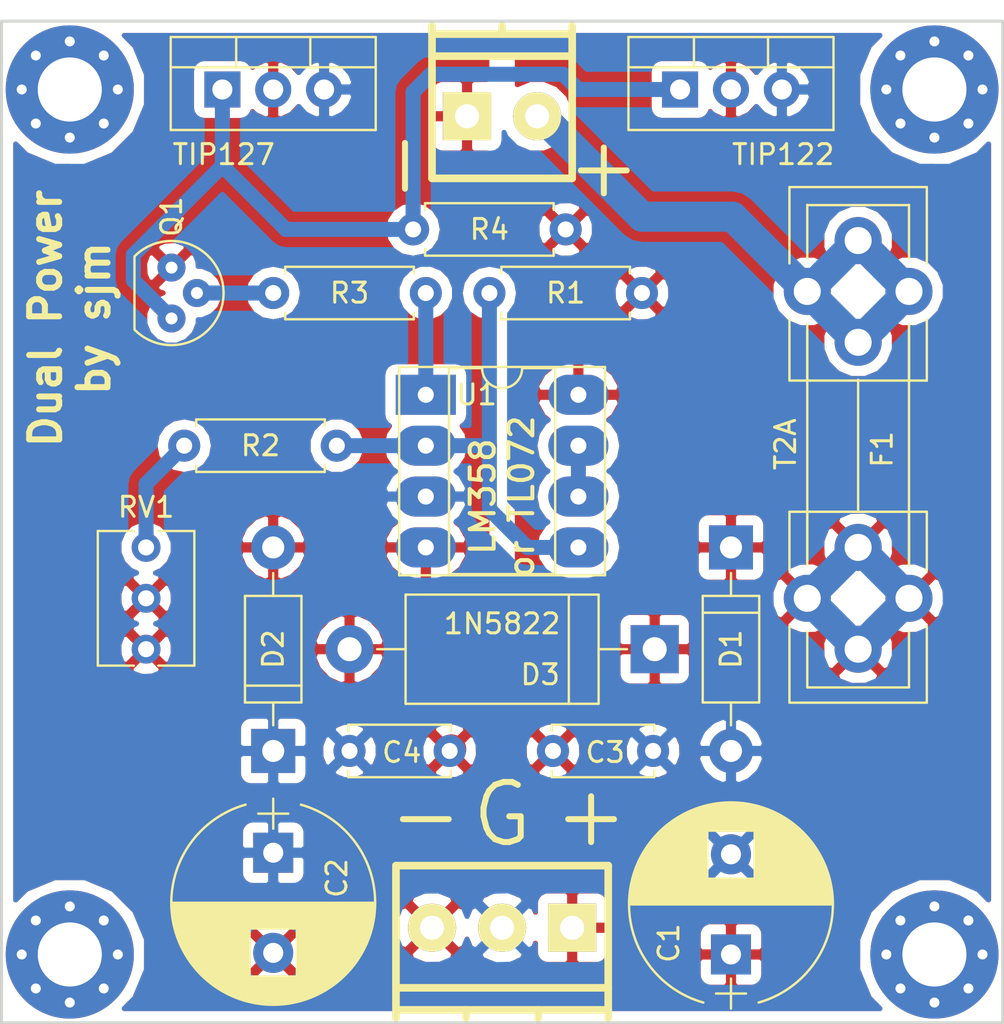
<source format=kicad_pcb>
(kicad_pcb (version 4) (host pcbnew 4.0.7-e2-6376~58~ubuntu16.04.1)

  (general
    (links 77)
    (no_connects 0)
    (area 49.924999 49.924999 100.075001 100.075001)
    (thickness 1.6)
    (drawings 11)
    (tracks 41)
    (zones 0)
    (modules 23)
    (nets 15)
  )

  (page A4)
  (layers
    (0 F.Cu signal)
    (31 B.Cu signal)
    (32 B.Adhes user hide)
    (33 F.Adhes user hide)
    (34 B.Paste user hide)
    (35 F.Paste user hide)
    (36 B.SilkS user hide)
    (37 F.SilkS user)
    (38 B.Mask user hide)
    (39 F.Mask user hide)
    (40 Dwgs.User user hide)
    (41 Cmts.User user hide)
    (42 Eco1.User user hide)
    (43 Eco2.User user hide)
    (44 Edge.Cuts user)
    (45 Margin user hide)
    (46 B.CrtYd user hide)
    (47 F.CrtYd user hide)
    (48 B.Fab user hide)
    (49 F.Fab user hide)
  )

  (setup
    (last_trace_width 0.25)
    (user_trace_width 0.25)
    (user_trace_width 0.5)
    (user_trace_width 0.75)
    (user_trace_width 1)
    (user_trace_width 1.5)
    (user_trace_width 1.75)
    (user_trace_width 2)
    (user_trace_width 2)
    (trace_clearance 0.2)
    (zone_clearance 0.508)
    (zone_45_only yes)
    (trace_min 0.2)
    (segment_width 0.2)
    (edge_width 0.15)
    (via_size 0.6)
    (via_drill 0.4)
    (via_min_size 0.4)
    (via_min_drill 0.3)
    (uvia_size 0.3)
    (uvia_drill 0.1)
    (uvias_allowed no)
    (uvia_min_size 0.2)
    (uvia_min_drill 0.1)
    (pcb_text_width 0.3)
    (pcb_text_size 1.5 1.5)
    (mod_edge_width 0.15)
    (mod_text_size 1 1)
    (mod_text_width 0.15)
    (pad_size 3 2)
    (pad_drill 0.8)
    (pad_to_mask_clearance 0.2)
    (aux_axis_origin 0 0)
    (grid_origin 75 75)
    (visible_elements FFFFFF7F)
    (pcbplotparams
      (layerselection 0x010f0_80000001)
      (usegerberextensions false)
      (excludeedgelayer false)
      (linewidth 0.500000)
      (plotframeref false)
      (viasonmask false)
      (mode 1)
      (useauxorigin false)
      (hpglpennumber 1)
      (hpglpenspeed 20)
      (hpglpendiameter 15)
      (hpglpenoverlay 2)
      (psnegative false)
      (psa4output false)
      (plotreference true)
      (plotvalue true)
      (plotinvisibletext false)
      (padsonsilk false)
      (subtractmaskfromsilk true)
      (outputformat 1)
      (mirror false)
      (drillshape 0)
      (scaleselection 1)
      (outputdirectory ""))
  )

  (net 0 "")
  (net 1 "Net-(Q1-Pad2)")
  (net 2 "Net-(R3-Pad1)")
  (net 3 "Net-(J3-Pad1)")
  (net 4 "Net-(J4-Pad1)")
  (net 5 "Net-(J5-Pad1)")
  (net 6 "Net-(J6-Pad1)")
  (net 7 "Net-(F1-Pad2)")
  (net 8 +V)
  (net 9 GND)
  (net 10 -V)
  (net 11 "Net-(R2-Pad2)")
  (net 12 "Net-(U1-Pad6)")
  (net 13 VBase)
  (net 14 Vref)

  (net_class Default "This is the default net class."
    (clearance 0.2)
    (trace_width 0.25)
    (via_dia 0.6)
    (via_drill 0.4)
    (uvia_dia 0.3)
    (uvia_drill 0.1)
    (add_net +V)
    (add_net -V)
    (add_net GND)
    (add_net "Net-(F1-Pad2)")
    (add_net "Net-(J3-Pad1)")
    (add_net "Net-(J4-Pad1)")
    (add_net "Net-(J5-Pad1)")
    (add_net "Net-(J6-Pad1)")
    (add_net "Net-(Q1-Pad2)")
    (add_net "Net-(R2-Pad2)")
    (add_net "Net-(R3-Pad1)")
    (add_net "Net-(U1-Pad6)")
    (add_net VBase)
    (add_net Vref)
  )

  (module Fuse_Holders_and_Fuses:Fuseholder5x20_horiz_open_universal_Type-III (layer F.Cu) (tedit 5ACA0AF6) (tstamp 5AA6E72E)
    (at 92.78 81.35 90)
    (descr "Fuseholder, 5x20, open, horizontal, Type-III, universal, inline, lateral,")
    (tags "Fuseholder 5x20 open horizontal Type-III universal inline lateral Sicherungshalter offen ")
    (path /5AA6F4FE)
    (fp_text reference F1 (at 9.976 1.2 90) (layer F.SilkS)
      (effects (font (size 1 1) (thickness 0.15)))
    )
    (fp_text value T2A (at 10.23 -3.626 90) (layer F.SilkS)
      (effects (font (size 1 1) (thickness 0.15)))
    )
    (fp_line (start 2.55 0) (end 17.9 0) (layer F.Fab) (width 0.1))
    (fp_line (start -1.9 -2.55) (end 22.2 -2.55) (layer F.Fab) (width 0.1))
    (fp_line (start 22.2 -2.55) (end 22.2 2.55) (layer F.Fab) (width 0.1))
    (fp_line (start 22.2 2.55) (end -1.9 2.55) (layer F.Fab) (width 0.1))
    (fp_line (start -1.9 2.55) (end -1.9 -2.5) (layer F.Fab) (width 0.1))
    (fp_line (start 13.5 -3.35) (end 13.5 3.35) (layer F.Fab) (width 0.1))
    (fp_line (start 13.5 3.35) (end 23.05 3.35) (layer F.Fab) (width 0.1))
    (fp_line (start 23.05 3.35) (end 23.05 -3.3) (layer F.Fab) (width 0.1))
    (fp_line (start 23.05 -3.3) (end 13.5 -3.35) (layer F.Fab) (width 0.1))
    (fp_line (start -2.6 -3.35) (end 6.75 -3.35) (layer F.Fab) (width 0.1))
    (fp_line (start 6.75 -3.35) (end 6.75 3.35) (layer F.Fab) (width 0.1))
    (fp_line (start 6.75 3.35) (end -2.6 3.35) (layer F.Fab) (width 0.1))
    (fp_line (start -2.6 3.35) (end -2.6 -3.35) (layer F.Fab) (width 0.1))
    (fp_line (start 6.95 0) (end 13.45 0) (layer F.SilkS) (width 0.12))
    (fp_line (start 6.86 3.43) (end 3.94 3.43) (layer F.SilkS) (width 0.12))
    (fp_line (start -2.67 3.43) (end 1.14 3.43) (layer F.SilkS) (width 0.12))
    (fp_line (start -1.9 2.54) (end 0.89 2.54) (layer F.SilkS) (width 0.12))
    (fp_line (start 6.86 2.54) (end 4.19 2.54) (layer F.SilkS) (width 0.12))
    (fp_line (start -2.67 -3.43) (end 1.14 -3.43) (layer F.SilkS) (width 0.12))
    (fp_line (start -1.9 -2.54) (end 0.89 -2.54) (layer F.SilkS) (width 0.12))
    (fp_line (start 6.86 -3.43) (end 3.94 -3.43) (layer F.SilkS) (width 0.12))
    (fp_line (start 6.86 -2.54) (end 4.19 -2.54) (layer F.SilkS) (width 0.12))
    (fp_line (start 13.41 -3.43) (end 16.46 -3.43) (layer F.SilkS) (width 0.12))
    (fp_line (start 13.41 -2.54) (end 16.21 -2.54) (layer F.SilkS) (width 0.12))
    (fp_line (start 13.41 2.54) (end 16.21 2.54) (layer F.SilkS) (width 0.12))
    (fp_line (start 13.41 3.43) (end 16.46 3.43) (layer F.SilkS) (width 0.12))
    (fp_line (start 23.07 3.43) (end 19.26 3.43) (layer F.SilkS) (width 0.12))
    (fp_line (start 22.18 2.54) (end 19.51 2.54) (layer F.SilkS) (width 0.12))
    (fp_line (start 23.07 -3.43) (end 19.26 -3.43) (layer F.SilkS) (width 0.12))
    (fp_line (start 22.18 -2.54) (end 19.51 -2.54) (layer F.SilkS) (width 0.12))
    (fp_line (start 23.07 -3.43) (end 23.07 3.43) (layer F.SilkS) (width 0.12))
    (fp_line (start 13.41 3.43) (end 13.41 2.54) (layer F.SilkS) (width 0.12))
    (fp_line (start 13.41 -3.43) (end 13.41 -2.54) (layer F.SilkS) (width 0.12))
    (fp_line (start -2.67 -3.43) (end -2.67 3.43) (layer F.SilkS) (width 0.12))
    (fp_line (start 6.86 3.43) (end 6.86 2.54) (layer F.SilkS) (width 0.12))
    (fp_line (start 6.86 -3.43) (end 6.86 -2.41) (layer F.SilkS) (width 0.12))
    (fp_line (start 15.91 2.54) (end 4.23 2.54) (layer F.SilkS) (width 0.12))
    (fp_line (start 4.36 -2.54) (end 15.91 -2.54) (layer F.SilkS) (width 0.12))
    (fp_line (start 6.86 0) (end 6.86 -2.54) (layer F.SilkS) (width 0.12))
    (fp_line (start -1.91 -2.54) (end -1.91 2.54) (layer F.SilkS) (width 0.12))
    (fp_line (start 6.86 2.54) (end 6.86 0) (layer F.SilkS) (width 0.12))
    (fp_line (start 13.41 0) (end 13.41 -2.54) (layer F.SilkS) (width 0.12))
    (fp_line (start 22.17 -2.54) (end 22.17 2.54) (layer F.SilkS) (width 0.12))
    (fp_line (start 13.41 2.54) (end 13.41 0) (layer F.SilkS) (width 0.12))
    (fp_line (start -2.85 -3.96) (end 23.3 -3.96) (layer F.CrtYd) (width 0.05))
    (fp_line (start -2.85 -3.96) (end -2.85 3.96) (layer F.CrtYd) (width 0.05))
    (fp_line (start 23.3 3.96) (end 23.3 -3.96) (layer F.CrtYd) (width 0.05))
    (fp_line (start 23.3 3.96) (end -2.85 3.96) (layer F.CrtYd) (width 0.05))
    (pad 2 thru_hole circle (at 15.32 0 90) (size 2.35 2.35) (drill 1.35) (layers *.Cu *.Mask)
      (net 7 "Net-(F1-Pad2)"))
    (pad 2 thru_hole circle (at 20.4 0 90) (size 2.35 2.35) (drill 1.35) (layers *.Cu *.Mask)
      (net 7 "Net-(F1-Pad2)"))
    (pad 1 thru_hole circle (at 5.08 0 90) (size 2.35 2.35) (drill 1.35) (layers *.Cu *.Mask)
      (net 8 +V))
    (pad 1 thru_hole circle (at 0 0 90) (size 2.35 2.35) (drill 1.35) (layers *.Cu *.Mask)
      (net 8 +V))
    (pad 2 thru_hole circle (at 17.86 -2.54 90) (size 2.35 2.35) (drill 1.35) (layers *.Cu *.Mask)
      (net 7 "Net-(F1-Pad2)"))
    (pad 2 thru_hole circle (at 17.86 2.54 90) (size 2.35 2.35) (drill 1.35) (layers *.Cu *.Mask)
      (net 7 "Net-(F1-Pad2)"))
    (pad 1 thru_hole circle (at 2.54 -2.54 90) (size 2.35 2.35) (drill 1.35) (layers *.Cu *.Mask)
      (net 8 +V))
    (pad 1 thru_hole circle (at 2.54 2.54 90) (size 2.35 2.35) (drill 1.35) (layers *.Cu *.Mask)
      (net 8 +V))
  )

  (module Resistors_ThroughHole:R_Axial_DIN0207_L6.3mm_D2.5mm_P7.62mm_Horizontal (layer F.Cu) (tedit 5AC9F73B) (tstamp 5AA6CF8C)
    (at 81.985 63.57 180)
    (descr "Resistor, Axial_DIN0207 series, Axial, Horizontal, pin pitch=7.62mm, 0.25W = 1/4W, length*diameter=6.3*2.5mm^2, http://cdn-reichelt.de/documents/datenblatt/B400/1_4W%23YAG.pdf")
    (tags "Resistor Axial_DIN0207 series Axial Horizontal pin pitch 7.62mm 0.25W = 1/4W length 6.3mm diameter 2.5mm")
    (path /5AA6783E)
    (fp_text reference R1 (at 3.81 0 180) (layer F.SilkS)
      (effects (font (size 1 1) (thickness 0.15)))
    )
    (fp_text value 10k (at 5.08 0 180) (layer F.Fab) hide
      (effects (font (size 1 1) (thickness 0.15)))
    )
    (fp_line (start 0.66 -1.25) (end 0.66 1.25) (layer F.Fab) (width 0.1))
    (fp_line (start 0.66 1.25) (end 6.96 1.25) (layer F.Fab) (width 0.1))
    (fp_line (start 6.96 1.25) (end 6.96 -1.25) (layer F.Fab) (width 0.1))
    (fp_line (start 6.96 -1.25) (end 0.66 -1.25) (layer F.Fab) (width 0.1))
    (fp_line (start 0 0) (end 0.66 0) (layer F.Fab) (width 0.1))
    (fp_line (start 7.62 0) (end 6.96 0) (layer F.Fab) (width 0.1))
    (fp_line (start 0.6 -0.98) (end 0.6 -1.31) (layer F.SilkS) (width 0.12))
    (fp_line (start 0.6 -1.31) (end 7.02 -1.31) (layer F.SilkS) (width 0.12))
    (fp_line (start 7.02 -1.31) (end 7.02 -0.98) (layer F.SilkS) (width 0.12))
    (fp_line (start 0.6 0.98) (end 0.6 1.31) (layer F.SilkS) (width 0.12))
    (fp_line (start 0.6 1.31) (end 7.02 1.31) (layer F.SilkS) (width 0.12))
    (fp_line (start 7.02 1.31) (end 7.02 0.98) (layer F.SilkS) (width 0.12))
    (fp_line (start -1.05 -1.6) (end -1.05 1.6) (layer F.CrtYd) (width 0.05))
    (fp_line (start -1.05 1.6) (end 8.7 1.6) (layer F.CrtYd) (width 0.05))
    (fp_line (start 8.7 1.6) (end 8.7 -1.6) (layer F.CrtYd) (width 0.05))
    (fp_line (start 8.7 -1.6) (end -1.05 -1.6) (layer F.CrtYd) (width 0.05))
    (pad 1 thru_hole circle (at 0 0 180) (size 1.6 1.6) (drill 0.8) (layers *.Cu *.Mask)
      (net 8 +V))
    (pad 2 thru_hole oval (at 7.62 0 180) (size 1.6 1.6) (drill 0.8) (layers *.Cu *.Mask)
      (net 14 Vref))
    (model ${KISYS3DMOD}/Resistors_THT.3dshapes/R_Axial_DIN0207_L6.3mm_D2.5mm_P7.62mm_Horizontal.wrl
      (at (xyz 0 0 0))
      (scale (xyz 0.393701 0.393701 0.393701))
      (rotate (xyz 0 0 0))
    )
  )

  (module w_conn_pt-1,5:pt_1,5-2-3,5-h (layer F.Cu) (tedit 5AA6E669) (tstamp 5AA6CF78)
    (at 75 54.045 180)
    (descr "2-way 3.5mm pitch terminal block, Phoenix PT series")
    (path /5AA671B2)
    (fp_text reference J1 (at 0 5.08 180) (layer F.SilkS) hide
      (effects (font (size 1.5 1.5) (thickness 0.3)))
    )
    (fp_text value Screw_Terminal_01x02 (at 0 -5 180) (layer F.SilkS) hide
      (effects (font (size 1.5 1.5) (thickness 0.3)))
    )
    (fp_line (start 0 3.4) (end 0 3.8) (layer F.SilkS) (width 0.381))
    (fp_line (start -3.5 2.3) (end 3.5 2.3) (layer F.SilkS) (width 0.381))
    (fp_line (start -3.5 3.4) (end 3.5 3.4) (layer F.SilkS) (width 0.381))
    (fp_line (start -3.5 -3.8) (end -3.5 3.8) (layer F.SilkS) (width 0.381))
    (fp_line (start 3.5 3.8) (end 3.5 -3.8) (layer F.SilkS) (width 0.381))
    (fp_line (start 3.5 -3.8) (end -3.5 -3.8) (layer F.SilkS) (width 0.381))
    (pad 2 thru_hole circle (at -1.75 -0.7 180) (size 2.4 2.4) (drill 1.2) (layers *.Cu *.Mask F.SilkS)
      (net 7 "Net-(F1-Pad2)"))
    (pad 1 thru_hole rect (at 1.75 -0.7 180) (size 2.4 2.4) (drill 1.2) (layers *.Cu *.Mask F.SilkS)
      (net 10 -V))
    (model Terminal_Blocks.3dshapes/Pheonix_MKDS1.5-2pol.wrl
      (at (xyz 0 0 0))
      (scale (xyz 1 1 1))
      (rotate (xyz 0 0 180))
    )
  )

  (module w_conn_pt-1,5:pt_1,5-3-3,5-h (layer F.Cu) (tedit 5AA6E665) (tstamp 5AA6CF7F)
    (at 75 95.955)
    (descr "3-way 3.5mm pitch terminal block, Phoenix PT series")
    (path /5AA6731C)
    (fp_text reference J2 (at 0 5.08) (layer F.SilkS) hide
      (effects (font (size 1.5 1.5) (thickness 0.3)))
    )
    (fp_text value Screw_Terminal_01x03 (at 0 -5) (layer F.SilkS) hide
      (effects (font (size 1.5 1.5) (thickness 0.3)))
    )
    (fp_line (start -1.8 3.4) (end -1.8 3.8) (layer F.SilkS) (width 0.381))
    (fp_line (start 1.8 3.4) (end 1.8 3.8) (layer F.SilkS) (width 0.381))
    (fp_line (start -5.3 2.3) (end 5.3 2.3) (layer F.SilkS) (width 0.381))
    (fp_line (start -5.3 3.4) (end 5.3 3.4) (layer F.SilkS) (width 0.381))
    (fp_line (start -5.3 -3.8) (end -5.3 3.8) (layer F.SilkS) (width 0.381))
    (fp_line (start 5.3 3.8) (end 5.3 -3.8) (layer F.SilkS) (width 0.381))
    (fp_line (start 5.3 -3.8) (end -5.3 -3.8) (layer F.SilkS) (width 0.381))
    (pad 2 thru_hole circle (at 0 -0.7) (size 2.4 2.4) (drill 1.2) (layers *.Cu *.Mask F.SilkS)
      (net 9 GND))
    (pad 1 thru_hole rect (at 3.5 -0.7) (size 2.4 2.4) (drill 1.2) (layers *.Cu *.Mask F.SilkS)
      (net 8 +V))
    (pad 3 thru_hole circle (at -3.5 -0.7) (size 2.4 2.4) (drill 1.2) (layers *.Cu *.Mask F.SilkS)
      (net 10 -V))
    (model Terminal_Blocks.3dshapes/Pheonix_MKDS1.5-3pol.wrl
      (at (xyz 0 0 0))
      (scale (xyz 1 1 1))
      (rotate (xyz 0 0 180))
    )
  )

  (module TO_SOT_Packages_THT:TO-92_Molded_Narrow (layer F.Cu) (tedit 5ACA43D8) (tstamp 5AA6CF86)
    (at 58.49 62.3 270)
    (descr "TO-92 leads molded, narrow, drill 0.6mm (see NXP sot054_po.pdf)")
    (tags "to-92 sc-43 sc-43a sot54 PA33 transistor")
    (path /5AA67787)
    (fp_text reference Q1 (at -2.54 0 450) (layer F.SilkS)
      (effects (font (size 1 1) (thickness 0.15)))
    )
    (fp_text value 2N3904 (at 1.27 2.79 270) (layer F.Fab) hide
      (effects (font (size 1 1) (thickness 0.15)))
    )
    (fp_text user %R (at 1.27 -3.56 270) (layer F.Fab)
      (effects (font (size 1 1) (thickness 0.15)))
    )
    (fp_line (start -0.53 1.85) (end 3.07 1.85) (layer F.SilkS) (width 0.12))
    (fp_line (start -0.5 1.75) (end 3 1.75) (layer F.Fab) (width 0.1))
    (fp_line (start -1.46 -2.73) (end 4 -2.73) (layer F.CrtYd) (width 0.05))
    (fp_line (start -1.46 -2.73) (end -1.46 2.01) (layer F.CrtYd) (width 0.05))
    (fp_line (start 4 2.01) (end 4 -2.73) (layer F.CrtYd) (width 0.05))
    (fp_line (start 4 2.01) (end -1.46 2.01) (layer F.CrtYd) (width 0.05))
    (fp_arc (start 1.27 0) (end 1.27 -2.48) (angle 135) (layer F.Fab) (width 0.1))
    (fp_arc (start 1.27 0) (end 1.27 -2.6) (angle -135) (layer F.SilkS) (width 0.12))
    (fp_arc (start 1.27 0) (end 1.27 -2.48) (angle -135) (layer F.Fab) (width 0.1))
    (fp_arc (start 1.27 0) (end 1.27 -2.6) (angle 135) (layer F.SilkS) (width 0.12))
    (pad 2 thru_hole circle (at 1.27 -1.27) (size 1.4 1.4) (drill 0.6) (layers *.Cu *.Mask)
      (net 1 "Net-(Q1-Pad2)"))
    (pad 3 thru_hole circle (at 2.54 0) (size 1.4 1.4) (drill 0.6) (layers *.Cu *.Mask)
      (net 13 VBase))
    (pad 1 thru_hole circle (at 0 0) (size 1.4 1.4) (drill 0.6) (layers *.Cu *.Mask)
      (net 10 -V))
    (model ${KISYS3DMOD}/TO_SOT_Packages_THT.3dshapes/TO-92_Molded_Narrow.wrl
      (at (xyz 0.05 0 0))
      (scale (xyz 1 1 1))
      (rotate (xyz 0 0 -90))
    )
  )

  (module Resistors_ThroughHole:R_Axial_DIN0207_L6.3mm_D2.5mm_P7.62mm_Horizontal (layer F.Cu) (tedit 5AC9F755) (tstamp 5AA6CF92)
    (at 66.745 71.19 180)
    (descr "Resistor, Axial_DIN0207 series, Axial, Horizontal, pin pitch=7.62mm, 0.25W = 1/4W, length*diameter=6.3*2.5mm^2, http://cdn-reichelt.de/documents/datenblatt/B400/1_4W%23YAG.pdf")
    (tags "Resistor Axial_DIN0207 series Axial Horizontal pin pitch 7.62mm 0.25W = 1/4W length 6.3mm diameter 2.5mm")
    (path /5AA6798F)
    (fp_text reference R2 (at 3.81 0 180) (layer F.SilkS)
      (effects (font (size 1 1) (thickness 0.15)))
    )
    (fp_text value 9k1 (at 2.54 0 180) (layer F.Fab) hide
      (effects (font (size 1 1) (thickness 0.15)))
    )
    (fp_line (start 0.66 -1.25) (end 0.66 1.25) (layer F.Fab) (width 0.1))
    (fp_line (start 0.66 1.25) (end 6.96 1.25) (layer F.Fab) (width 0.1))
    (fp_line (start 6.96 1.25) (end 6.96 -1.25) (layer F.Fab) (width 0.1))
    (fp_line (start 6.96 -1.25) (end 0.66 -1.25) (layer F.Fab) (width 0.1))
    (fp_line (start 0 0) (end 0.66 0) (layer F.Fab) (width 0.1))
    (fp_line (start 7.62 0) (end 6.96 0) (layer F.Fab) (width 0.1))
    (fp_line (start 0.6 -0.98) (end 0.6 -1.31) (layer F.SilkS) (width 0.12))
    (fp_line (start 0.6 -1.31) (end 7.02 -1.31) (layer F.SilkS) (width 0.12))
    (fp_line (start 7.02 -1.31) (end 7.02 -0.98) (layer F.SilkS) (width 0.12))
    (fp_line (start 0.6 0.98) (end 0.6 1.31) (layer F.SilkS) (width 0.12))
    (fp_line (start 0.6 1.31) (end 7.02 1.31) (layer F.SilkS) (width 0.12))
    (fp_line (start 7.02 1.31) (end 7.02 0.98) (layer F.SilkS) (width 0.12))
    (fp_line (start -1.05 -1.6) (end -1.05 1.6) (layer F.CrtYd) (width 0.05))
    (fp_line (start -1.05 1.6) (end 8.7 1.6) (layer F.CrtYd) (width 0.05))
    (fp_line (start 8.7 1.6) (end 8.7 -1.6) (layer F.CrtYd) (width 0.05))
    (fp_line (start 8.7 -1.6) (end -1.05 -1.6) (layer F.CrtYd) (width 0.05))
    (pad 1 thru_hole circle (at 0 0 180) (size 1.6 1.6) (drill 0.8) (layers *.Cu *.Mask)
      (net 14 Vref))
    (pad 2 thru_hole oval (at 7.62 0 180) (size 1.6 1.6) (drill 0.8) (layers *.Cu *.Mask)
      (net 11 "Net-(R2-Pad2)"))
    (model ${KISYS3DMOD}/Resistors_THT.3dshapes/R_Axial_DIN0207_L6.3mm_D2.5mm_P7.62mm_Horizontal.wrl
      (at (xyz 0 0 0))
      (scale (xyz 0.393701 0.393701 0.393701))
      (rotate (xyz 0 0 0))
    )
  )

  (module Resistors_ThroughHole:R_Axial_DIN0207_L6.3mm_D2.5mm_P7.62mm_Horizontal (layer F.Cu) (tedit 5AC9F73E) (tstamp 5AA6CF98)
    (at 71.19 63.57 180)
    (descr "Resistor, Axial_DIN0207 series, Axial, Horizontal, pin pitch=7.62mm, 0.25W = 1/4W, length*diameter=6.3*2.5mm^2, http://cdn-reichelt.de/documents/datenblatt/B400/1_4W%23YAG.pdf")
    (tags "Resistor Axial_DIN0207 series Axial Horizontal pin pitch 7.62mm 0.25W = 1/4W length 6.3mm diameter 2.5mm")
    (path /5AA67A44)
    (fp_text reference R3 (at 3.81 0 180) (layer F.SilkS)
      (effects (font (size 1 1) (thickness 0.15)))
    )
    (fp_text value 470k (at 5.08 0 180) (layer F.Fab) hide
      (effects (font (size 1 1) (thickness 0.15)))
    )
    (fp_line (start 0.66 -1.25) (end 0.66 1.25) (layer F.Fab) (width 0.1))
    (fp_line (start 0.66 1.25) (end 6.96 1.25) (layer F.Fab) (width 0.1))
    (fp_line (start 6.96 1.25) (end 6.96 -1.25) (layer F.Fab) (width 0.1))
    (fp_line (start 6.96 -1.25) (end 0.66 -1.25) (layer F.Fab) (width 0.1))
    (fp_line (start 0 0) (end 0.66 0) (layer F.Fab) (width 0.1))
    (fp_line (start 7.62 0) (end 6.96 0) (layer F.Fab) (width 0.1))
    (fp_line (start 0.6 -0.98) (end 0.6 -1.31) (layer F.SilkS) (width 0.12))
    (fp_line (start 0.6 -1.31) (end 7.02 -1.31) (layer F.SilkS) (width 0.12))
    (fp_line (start 7.02 -1.31) (end 7.02 -0.98) (layer F.SilkS) (width 0.12))
    (fp_line (start 0.6 0.98) (end 0.6 1.31) (layer F.SilkS) (width 0.12))
    (fp_line (start 0.6 1.31) (end 7.02 1.31) (layer F.SilkS) (width 0.12))
    (fp_line (start 7.02 1.31) (end 7.02 0.98) (layer F.SilkS) (width 0.12))
    (fp_line (start -1.05 -1.6) (end -1.05 1.6) (layer F.CrtYd) (width 0.05))
    (fp_line (start -1.05 1.6) (end 8.7 1.6) (layer F.CrtYd) (width 0.05))
    (fp_line (start 8.7 1.6) (end 8.7 -1.6) (layer F.CrtYd) (width 0.05))
    (fp_line (start 8.7 -1.6) (end -1.05 -1.6) (layer F.CrtYd) (width 0.05))
    (pad 1 thru_hole circle (at 0 0 180) (size 1.6 1.6) (drill 0.8) (layers *.Cu *.Mask)
      (net 2 "Net-(R3-Pad1)"))
    (pad 2 thru_hole oval (at 7.62 0 180) (size 1.6 1.6) (drill 0.8) (layers *.Cu *.Mask)
      (net 1 "Net-(Q1-Pad2)"))
    (model ${KISYS3DMOD}/Resistors_THT.3dshapes/R_Axial_DIN0207_L6.3mm_D2.5mm_P7.62mm_Horizontal.wrl
      (at (xyz 0 0 0))
      (scale (xyz 0.393701 0.393701 0.393701))
      (rotate (xyz 0 0 0))
    )
  )

  (module Resistors_ThroughHole:R_Axial_DIN0207_L6.3mm_D2.5mm_P7.62mm_Horizontal (layer F.Cu) (tedit 5AC9F738) (tstamp 5AA6CF9E)
    (at 78.175 60.395 180)
    (descr "Resistor, Axial_DIN0207 series, Axial, Horizontal, pin pitch=7.62mm, 0.25W = 1/4W, length*diameter=6.3*2.5mm^2, http://cdn-reichelt.de/documents/datenblatt/B400/1_4W%23YAG.pdf")
    (tags "Resistor Axial_DIN0207 series Axial Horizontal pin pitch 7.62mm 0.25W = 1/4W length 6.3mm diameter 2.5mm")
    (path /5AA67AF9)
    (fp_text reference R4 (at 3.81 0 180) (layer F.SilkS)
      (effects (font (size 1 1) (thickness 0.15)))
    )
    (fp_text value 2k2 (at 5.08 0 180) (layer F.SilkS) hide
      (effects (font (size 1 1) (thickness 0.15)))
    )
    (fp_line (start 0.66 -1.25) (end 0.66 1.25) (layer F.Fab) (width 0.1))
    (fp_line (start 0.66 1.25) (end 6.96 1.25) (layer F.Fab) (width 0.1))
    (fp_line (start 6.96 1.25) (end 6.96 -1.25) (layer F.Fab) (width 0.1))
    (fp_line (start 6.96 -1.25) (end 0.66 -1.25) (layer F.Fab) (width 0.1))
    (fp_line (start 0 0) (end 0.66 0) (layer F.Fab) (width 0.1))
    (fp_line (start 7.62 0) (end 6.96 0) (layer F.Fab) (width 0.1))
    (fp_line (start 0.6 -0.98) (end 0.6 -1.31) (layer F.SilkS) (width 0.12))
    (fp_line (start 0.6 -1.31) (end 7.02 -1.31) (layer F.SilkS) (width 0.12))
    (fp_line (start 7.02 -1.31) (end 7.02 -0.98) (layer F.SilkS) (width 0.12))
    (fp_line (start 0.6 0.98) (end 0.6 1.31) (layer F.SilkS) (width 0.12))
    (fp_line (start 0.6 1.31) (end 7.02 1.31) (layer F.SilkS) (width 0.12))
    (fp_line (start 7.02 1.31) (end 7.02 0.98) (layer F.SilkS) (width 0.12))
    (fp_line (start -1.05 -1.6) (end -1.05 1.6) (layer F.CrtYd) (width 0.05))
    (fp_line (start -1.05 1.6) (end 8.7 1.6) (layer F.CrtYd) (width 0.05))
    (fp_line (start 8.7 1.6) (end 8.7 -1.6) (layer F.CrtYd) (width 0.05))
    (fp_line (start 8.7 -1.6) (end -1.05 -1.6) (layer F.CrtYd) (width 0.05))
    (pad 1 thru_hole circle (at 0 0 180) (size 1.6 1.6) (drill 0.8) (layers *.Cu *.Mask)
      (net 8 +V))
    (pad 2 thru_hole oval (at 7.62 0 180) (size 1.6 1.6) (drill 0.8) (layers *.Cu *.Mask)
      (net 13 VBase))
    (model ${KISYS3DMOD}/Resistors_THT.3dshapes/R_Axial_DIN0207_L6.3mm_D2.5mm_P7.62mm_Horizontal.wrl
      (at (xyz 0 0 0))
      (scale (xyz 0.393701 0.393701 0.393701))
      (rotate (xyz 0 0 0))
    )
  )

  (module Housings_DIP:DIP-8_W7.62mm_Socket (layer F.Cu) (tedit 5ACA46C4) (tstamp 5AA6CFAA)
    (at 71.19 68.65)
    (descr "8-lead though-hole mounted DIP package, row spacing 7.62 mm (300 mils), Socket")
    (tags "THT DIP DIL PDIP 2.54mm 7.62mm 300mil Socket")
    (path /5AA67495)
    (fp_text reference U1 (at 2.54 0) (layer F.SilkS)
      (effects (font (size 1 1) (thickness 0.15)))
    )
    (fp_text value NE5532 (at 3.81 9.95) (layer F.Fab) hide
      (effects (font (size 1 1) (thickness 0.15)))
    )
    (fp_arc (start 3.81 -1.33) (end 2.81 -1.33) (angle -180) (layer F.SilkS) (width 0.12))
    (fp_line (start 1.635 -1.27) (end 6.985 -1.27) (layer F.Fab) (width 0.1))
    (fp_line (start 6.985 -1.27) (end 6.985 8.89) (layer F.Fab) (width 0.1))
    (fp_line (start 6.985 8.89) (end 0.635 8.89) (layer F.Fab) (width 0.1))
    (fp_line (start 0.635 8.89) (end 0.635 -0.27) (layer F.Fab) (width 0.1))
    (fp_line (start 0.635 -0.27) (end 1.635 -1.27) (layer F.Fab) (width 0.1))
    (fp_line (start -1.27 -1.33) (end -1.27 8.95) (layer F.Fab) (width 0.1))
    (fp_line (start -1.27 8.95) (end 8.89 8.95) (layer F.Fab) (width 0.1))
    (fp_line (start 8.89 8.95) (end 8.89 -1.33) (layer F.Fab) (width 0.1))
    (fp_line (start 8.89 -1.33) (end -1.27 -1.33) (layer F.Fab) (width 0.1))
    (fp_line (start 2.81 -1.33) (end 1.16 -1.33) (layer F.SilkS) (width 0.12))
    (fp_line (start 1.16 -1.33) (end 1.16 8.95) (layer F.SilkS) (width 0.12))
    (fp_line (start 1.16 8.95) (end 6.46 8.95) (layer F.SilkS) (width 0.12))
    (fp_line (start 6.46 8.95) (end 6.46 -1.33) (layer F.SilkS) (width 0.12))
    (fp_line (start 6.46 -1.33) (end 4.81 -1.33) (layer F.SilkS) (width 0.12))
    (fp_line (start -1.33 -1.39) (end -1.33 9.01) (layer F.SilkS) (width 0.12))
    (fp_line (start -1.33 9.01) (end 8.95 9.01) (layer F.SilkS) (width 0.12))
    (fp_line (start 8.95 9.01) (end 8.95 -1.39) (layer F.SilkS) (width 0.12))
    (fp_line (start 8.95 -1.39) (end -1.33 -1.39) (layer F.SilkS) (width 0.12))
    (fp_line (start -1.55 -1.6) (end -1.55 9.2) (layer F.CrtYd) (width 0.05))
    (fp_line (start -1.55 9.2) (end 9.15 9.2) (layer F.CrtYd) (width 0.05))
    (fp_line (start 9.15 9.2) (end 9.15 -1.6) (layer F.CrtYd) (width 0.05))
    (fp_line (start 9.15 -1.6) (end -1.55 -1.6) (layer F.CrtYd) (width 0.05))
    (fp_text user %R (at 3.81 3.81) (layer F.Fab)
      (effects (font (size 1 1) (thickness 0.15)))
    )
    (pad 1 thru_hole rect (at 0 0) (size 3 2) (drill 0.8) (layers *.Cu *.Mask)
      (net 2 "Net-(R3-Pad1)"))
    (pad 5 thru_hole oval (at 7.62 7.62) (size 3 2) (drill 0.8) (layers *.Cu *.Mask)
      (net 14 Vref))
    (pad 2 thru_hole oval (at 0 2.54) (size 3 2) (drill 0.8) (layers *.Cu *.Mask)
      (net 14 Vref))
    (pad 6 thru_hole oval (at 7.62 5.08) (size 3 2) (drill 0.8) (layers *.Cu *.Mask)
      (net 12 "Net-(U1-Pad6)"))
    (pad 3 thru_hole oval (at 0 5.08) (size 3 2) (drill 0.8) (layers *.Cu *.Mask)
      (net 9 GND))
    (pad 7 thru_hole oval (at 7.62 2.54) (size 3 2) (drill 0.8) (layers *.Cu *.Mask)
      (net 12 "Net-(U1-Pad6)"))
    (pad 4 thru_hole oval (at 0 7.62) (size 3 2) (drill 0.8) (layers *.Cu *.Mask)
      (net 10 -V))
    (pad 8 thru_hole oval (at 7.62 0) (size 3 2) (drill 0.8) (layers *.Cu *.Mask)
      (net 8 +V))
    (model Housings_DIP.3dshapes/DIP-8_W7.62mm.wrl
      (at (xyz 0 0 0))
      (scale (xyz 1 1 1))
      (rotate (xyz 0 0 0))
    )
  )

  (module TO_SOT_Packages_THT:TO-220-3_Vertical (layer F.Cu) (tedit 5ACA0B47) (tstamp 5AA6D09C)
    (at 83.89 53.41)
    (descr "TO-220-3, Vertical, RM 2.54mm")
    (tags "TO-220-3 Vertical RM 2.54mm")
    (path /5AA6762B)
    (fp_text reference Q2 (at 2.54 -3.62) (layer F.SilkS) hide
      (effects (font (size 1 1) (thickness 0.15)))
    )
    (fp_text value TIP122 (at 5.15 3.245) (layer F.SilkS)
      (effects (font (size 1 1) (thickness 0.15)))
    )
    (fp_text user %R (at 2.54 -3.62) (layer F.Fab)
      (effects (font (size 1 1) (thickness 0.15)))
    )
    (fp_line (start -2.46 -2.5) (end -2.46 1.9) (layer F.Fab) (width 0.1))
    (fp_line (start -2.46 1.9) (end 7.54 1.9) (layer F.Fab) (width 0.1))
    (fp_line (start 7.54 1.9) (end 7.54 -2.5) (layer F.Fab) (width 0.1))
    (fp_line (start 7.54 -2.5) (end -2.46 -2.5) (layer F.Fab) (width 0.1))
    (fp_line (start -2.46 -1.23) (end 7.54 -1.23) (layer F.Fab) (width 0.1))
    (fp_line (start 0.69 -2.5) (end 0.69 -1.23) (layer F.Fab) (width 0.1))
    (fp_line (start 4.39 -2.5) (end 4.39 -1.23) (layer F.Fab) (width 0.1))
    (fp_line (start -2.58 -2.62) (end 7.66 -2.62) (layer F.SilkS) (width 0.12))
    (fp_line (start -2.58 2.021) (end 7.66 2.021) (layer F.SilkS) (width 0.12))
    (fp_line (start -2.58 -2.62) (end -2.58 2.021) (layer F.SilkS) (width 0.12))
    (fp_line (start 7.66 -2.62) (end 7.66 2.021) (layer F.SilkS) (width 0.12))
    (fp_line (start -2.58 -1.11) (end 7.66 -1.11) (layer F.SilkS) (width 0.12))
    (fp_line (start 0.69 -2.62) (end 0.69 -1.11) (layer F.SilkS) (width 0.12))
    (fp_line (start 4.391 -2.62) (end 4.391 -1.11) (layer F.SilkS) (width 0.12))
    (fp_line (start -2.71 -2.75) (end -2.71 2.16) (layer F.CrtYd) (width 0.05))
    (fp_line (start -2.71 2.16) (end 7.79 2.16) (layer F.CrtYd) (width 0.05))
    (fp_line (start 7.79 2.16) (end 7.79 -2.75) (layer F.CrtYd) (width 0.05))
    (fp_line (start 7.79 -2.75) (end -2.71 -2.75) (layer F.CrtYd) (width 0.05))
    (pad 1 thru_hole rect (at 0 0) (size 1.8 1.8) (drill 1) (layers *.Cu *.Mask)
      (net 13 VBase))
    (pad 2 thru_hole oval (at 2.54 0) (size 1.8 1.8) (drill 1) (layers *.Cu *.Mask)
      (net 8 +V))
    (pad 3 thru_hole oval (at 5.08 0) (size 1.8 1.8) (drill 1) (layers *.Cu *.Mask)
      (net 9 GND))
    (model TO_SOT_Packages_THT.3dshapes/TO-220_Vertical.wrl
      (at (xyz 0.1 0 0))
      (scale (xyz 0.4 0.4 0.4))
      (rotate (xyz 0 0 0))
    )
  )

  (module TO_SOT_Packages_THT:TO-220-3_Vertical (layer F.Cu) (tedit 5ACA0B4A) (tstamp 5AA6D0A3)
    (at 61.03 53.41)
    (descr "TO-220-3, Vertical, RM 2.54mm")
    (tags "TO-220-3 Vertical RM 2.54mm")
    (path /5AA676EC)
    (fp_text reference Q3 (at 2.54 -3.62) (layer F.SilkS) hide
      (effects (font (size 1 1) (thickness 0.15)))
    )
    (fp_text value TIP127 (at 0.07 3.245) (layer F.SilkS)
      (effects (font (size 1 1) (thickness 0.15)))
    )
    (fp_text user %R (at 2.54 -3.62) (layer F.Fab)
      (effects (font (size 1 1) (thickness 0.15)))
    )
    (fp_line (start -2.46 -2.5) (end -2.46 1.9) (layer F.Fab) (width 0.1))
    (fp_line (start -2.46 1.9) (end 7.54 1.9) (layer F.Fab) (width 0.1))
    (fp_line (start 7.54 1.9) (end 7.54 -2.5) (layer F.Fab) (width 0.1))
    (fp_line (start 7.54 -2.5) (end -2.46 -2.5) (layer F.Fab) (width 0.1))
    (fp_line (start -2.46 -1.23) (end 7.54 -1.23) (layer F.Fab) (width 0.1))
    (fp_line (start 0.69 -2.5) (end 0.69 -1.23) (layer F.Fab) (width 0.1))
    (fp_line (start 4.39 -2.5) (end 4.39 -1.23) (layer F.Fab) (width 0.1))
    (fp_line (start -2.58 -2.62) (end 7.66 -2.62) (layer F.SilkS) (width 0.12))
    (fp_line (start -2.58 2.021) (end 7.66 2.021) (layer F.SilkS) (width 0.12))
    (fp_line (start -2.58 -2.62) (end -2.58 2.021) (layer F.SilkS) (width 0.12))
    (fp_line (start 7.66 -2.62) (end 7.66 2.021) (layer F.SilkS) (width 0.12))
    (fp_line (start -2.58 -1.11) (end 7.66 -1.11) (layer F.SilkS) (width 0.12))
    (fp_line (start 0.69 -2.62) (end 0.69 -1.11) (layer F.SilkS) (width 0.12))
    (fp_line (start 4.391 -2.62) (end 4.391 -1.11) (layer F.SilkS) (width 0.12))
    (fp_line (start -2.71 -2.75) (end -2.71 2.16) (layer F.CrtYd) (width 0.05))
    (fp_line (start -2.71 2.16) (end 7.79 2.16) (layer F.CrtYd) (width 0.05))
    (fp_line (start 7.79 2.16) (end 7.79 -2.75) (layer F.CrtYd) (width 0.05))
    (fp_line (start 7.79 -2.75) (end -2.71 -2.75) (layer F.CrtYd) (width 0.05))
    (pad 1 thru_hole rect (at 0 0) (size 1.8 1.8) (drill 1) (layers *.Cu *.Mask)
      (net 13 VBase))
    (pad 2 thru_hole oval (at 2.54 0) (size 1.8 1.8) (drill 1) (layers *.Cu *.Mask)
      (net 10 -V))
    (pad 3 thru_hole oval (at 5.08 0) (size 1.8 1.8) (drill 1) (layers *.Cu *.Mask)
      (net 9 GND))
    (model TO_SOT_Packages_THT.3dshapes/TO-220_Vertical.wrl
      (at (xyz 0.1 0 0))
      (scale (xyz 0.4 0.4 0.4))
      (rotate (xyz 0 0 0))
    )
  )

  (module Mounting_Holes:MountingHole_3.2mm_M3_Pad_Via (layer F.Cu) (tedit 5AA6E63F) (tstamp 5AA6E1B6)
    (at 53.41 53.41)
    (descr "Mounting Hole 3.2mm, M3")
    (tags "mounting hole 3.2mm m3")
    (path /5AA6DFB9)
    (attr virtual)
    (fp_text reference J3 (at 0 -4.2) (layer F.SilkS) hide
      (effects (font (size 1 1) (thickness 0.15)))
    )
    (fp_text value Conn_01x01 (at 0 4.2) (layer F.Fab) hide
      (effects (font (size 1 1) (thickness 0.15)))
    )
    (fp_text user %R (at 0.3 0) (layer F.Fab) hide
      (effects (font (size 1 1) (thickness 0.15)))
    )
    (fp_circle (center 0 0) (end 3.2 0) (layer Cmts.User) (width 0.15))
    (fp_circle (center 0 0) (end 3.45 0) (layer F.CrtYd) (width 0.05))
    (pad 1 thru_hole circle (at 0 0) (size 6.4 6.4) (drill 3.2) (layers *.Cu *.Mask)
      (net 3 "Net-(J3-Pad1)"))
    (pad 1 thru_hole circle (at 2.4 0) (size 0.8 0.8) (drill 0.5) (layers *.Cu *.Mask)
      (net 3 "Net-(J3-Pad1)"))
    (pad 1 thru_hole circle (at 1.697056 1.697056) (size 0.8 0.8) (drill 0.5) (layers *.Cu *.Mask)
      (net 3 "Net-(J3-Pad1)"))
    (pad 1 thru_hole circle (at 0 2.4) (size 0.8 0.8) (drill 0.5) (layers *.Cu *.Mask)
      (net 3 "Net-(J3-Pad1)"))
    (pad 1 thru_hole circle (at -1.697056 1.697056) (size 0.8 0.8) (drill 0.5) (layers *.Cu *.Mask)
      (net 3 "Net-(J3-Pad1)"))
    (pad 1 thru_hole circle (at -2.4 0) (size 0.8 0.8) (drill 0.5) (layers *.Cu *.Mask)
      (net 3 "Net-(J3-Pad1)"))
    (pad 1 thru_hole circle (at -1.697056 -1.697056) (size 0.8 0.8) (drill 0.5) (layers *.Cu *.Mask)
      (net 3 "Net-(J3-Pad1)"))
    (pad 1 thru_hole circle (at 0 -2.4) (size 0.8 0.8) (drill 0.5) (layers *.Cu *.Mask)
      (net 3 "Net-(J3-Pad1)"))
    (pad 1 thru_hole circle (at 1.697056 -1.697056) (size 0.8 0.8) (drill 0.5) (layers *.Cu *.Mask)
      (net 3 "Net-(J3-Pad1)"))
  )

  (module Mounting_Holes:MountingHole_3.2mm_M3_Pad_Via (layer F.Cu) (tedit 5AA6E63B) (tstamp 5AA6E1C3)
    (at 96.59 53.41)
    (descr "Mounting Hole 3.2mm, M3")
    (tags "mounting hole 3.2mm m3")
    (path /5AA6E05A)
    (attr virtual)
    (fp_text reference J4 (at 0 -4.2) (layer F.SilkS) hide
      (effects (font (size 1 1) (thickness 0.15)))
    )
    (fp_text value Conn_01x01 (at 0 4.2) (layer F.Fab) hide
      (effects (font (size 1 1) (thickness 0.15)))
    )
    (fp_text user %R (at 0.3 0) (layer F.Fab) hide
      (effects (font (size 1 1) (thickness 0.15)))
    )
    (fp_circle (center 0 0) (end 3.2 0) (layer Cmts.User) (width 0.15))
    (fp_circle (center 0 0) (end 3.45 0) (layer F.CrtYd) (width 0.05))
    (pad 1 thru_hole circle (at 0 0) (size 6.4 6.4) (drill 3.2) (layers *.Cu *.Mask)
      (net 4 "Net-(J4-Pad1)"))
    (pad 1 thru_hole circle (at 2.4 0) (size 0.8 0.8) (drill 0.5) (layers *.Cu *.Mask)
      (net 4 "Net-(J4-Pad1)"))
    (pad 1 thru_hole circle (at 1.697056 1.697056) (size 0.8 0.8) (drill 0.5) (layers *.Cu *.Mask)
      (net 4 "Net-(J4-Pad1)"))
    (pad 1 thru_hole circle (at 0 2.4) (size 0.8 0.8) (drill 0.5) (layers *.Cu *.Mask)
      (net 4 "Net-(J4-Pad1)"))
    (pad 1 thru_hole circle (at -1.697056 1.697056) (size 0.8 0.8) (drill 0.5) (layers *.Cu *.Mask)
      (net 4 "Net-(J4-Pad1)"))
    (pad 1 thru_hole circle (at -2.4 0) (size 0.8 0.8) (drill 0.5) (layers *.Cu *.Mask)
      (net 4 "Net-(J4-Pad1)"))
    (pad 1 thru_hole circle (at -1.697056 -1.697056) (size 0.8 0.8) (drill 0.5) (layers *.Cu *.Mask)
      (net 4 "Net-(J4-Pad1)"))
    (pad 1 thru_hole circle (at 0 -2.4) (size 0.8 0.8) (drill 0.5) (layers *.Cu *.Mask)
      (net 4 "Net-(J4-Pad1)"))
    (pad 1 thru_hole circle (at 1.697056 -1.697056) (size 0.8 0.8) (drill 0.5) (layers *.Cu *.Mask)
      (net 4 "Net-(J4-Pad1)"))
  )

  (module Mounting_Holes:MountingHole_3.2mm_M3_Pad_Via (layer F.Cu) (tedit 5AA6F6DF) (tstamp 5AA6E1D0)
    (at 53.41 96.59)
    (descr "Mounting Hole 3.2mm, M3")
    (tags "mounting hole 3.2mm m3")
    (path /5AA6E159)
    (attr virtual)
    (fp_text reference J5 (at 0 -4.2) (layer F.SilkS) hide
      (effects (font (size 1 1) (thickness 0.15)))
    )
    (fp_text value Conn_01x01 (at 0 4.2) (layer F.Fab) hide
      (effects (font (size 1 1) (thickness 0.15)))
    )
    (fp_text user %R (at 0.3 0) (layer F.Fab) hide
      (effects (font (size 1 1) (thickness 0.15)))
    )
    (fp_circle (center 0 0) (end 3.2 0) (layer Cmts.User) (width 0.15))
    (fp_circle (center 0 0) (end 3.45 0) (layer F.CrtYd) (width 0.05))
    (pad 1 thru_hole circle (at 0 0) (size 6.4 6.4) (drill 3.2) (layers *.Cu *.Mask)
      (net 5 "Net-(J5-Pad1)"))
    (pad 1 thru_hole circle (at 2.4 0) (size 0.8 0.8) (drill 0.5) (layers *.Cu *.Mask)
      (net 5 "Net-(J5-Pad1)"))
    (pad 1 thru_hole circle (at 1.697056 1.697056) (size 0.8 0.8) (drill 0.5) (layers *.Cu *.Mask)
      (net 5 "Net-(J5-Pad1)"))
    (pad 1 thru_hole circle (at 0 2.4) (size 0.8 0.8) (drill 0.5) (layers *.Cu *.Mask)
      (net 5 "Net-(J5-Pad1)"))
    (pad 1 thru_hole circle (at -1.697056 1.697056) (size 0.8 0.8) (drill 0.5) (layers *.Cu *.Mask)
      (net 5 "Net-(J5-Pad1)"))
    (pad 1 thru_hole circle (at -2.4 0) (size 0.8 0.8) (drill 0.5) (layers *.Cu *.Mask)
      (net 5 "Net-(J5-Pad1)"))
    (pad 1 thru_hole circle (at -1.697056 -1.697056) (size 0.8 0.8) (drill 0.5) (layers *.Cu *.Mask)
      (net 5 "Net-(J5-Pad1)"))
    (pad 1 thru_hole circle (at 0 -2.4) (size 0.8 0.8) (drill 0.5) (layers *.Cu *.Mask)
      (net 5 "Net-(J5-Pad1)"))
    (pad 1 thru_hole circle (at 1.697056 -1.697056) (size 0.8 0.8) (drill 0.5) (layers *.Cu *.Mask)
      (net 5 "Net-(J5-Pad1)"))
  )

  (module Mounting_Holes:MountingHole_3.2mm_M3_Pad_Via (layer F.Cu) (tedit 5AA6F6E3) (tstamp 5AA6E1DD)
    (at 96.59 96.59)
    (descr "Mounting Hole 3.2mm, M3")
    (tags "mounting hole 3.2mm m3")
    (path /5AA6E19E)
    (attr virtual)
    (fp_text reference J6 (at 0 -4.2) (layer F.SilkS) hide
      (effects (font (size 1 1) (thickness 0.15)))
    )
    (fp_text value Conn_01x01 (at 0 4.2) (layer F.Fab) hide
      (effects (font (size 1 1) (thickness 0.15)))
    )
    (fp_text user %R (at 0.3 0) (layer F.Fab) hide
      (effects (font (size 1 1) (thickness 0.15)))
    )
    (fp_circle (center 0 0) (end 3.2 0) (layer Cmts.User) (width 0.15))
    (fp_circle (center 0 0) (end 3.45 0) (layer F.CrtYd) (width 0.05))
    (pad 1 thru_hole circle (at 0 0) (size 6.4 6.4) (drill 3.2) (layers *.Cu *.Mask)
      (net 6 "Net-(J6-Pad1)"))
    (pad 1 thru_hole circle (at 2.4 0) (size 0.8 0.8) (drill 0.5) (layers *.Cu *.Mask)
      (net 6 "Net-(J6-Pad1)"))
    (pad 1 thru_hole circle (at 1.697056 1.697056) (size 0.8 0.8) (drill 0.5) (layers *.Cu *.Mask)
      (net 6 "Net-(J6-Pad1)"))
    (pad 1 thru_hole circle (at 0 2.4) (size 0.8 0.8) (drill 0.5) (layers *.Cu *.Mask)
      (net 6 "Net-(J6-Pad1)"))
    (pad 1 thru_hole circle (at -1.697056 1.697056) (size 0.8 0.8) (drill 0.5) (layers *.Cu *.Mask)
      (net 6 "Net-(J6-Pad1)"))
    (pad 1 thru_hole circle (at -2.4 0) (size 0.8 0.8) (drill 0.5) (layers *.Cu *.Mask)
      (net 6 "Net-(J6-Pad1)"))
    (pad 1 thru_hole circle (at -1.697056 -1.697056) (size 0.8 0.8) (drill 0.5) (layers *.Cu *.Mask)
      (net 6 "Net-(J6-Pad1)"))
    (pad 1 thru_hole circle (at 0 -2.4) (size 0.8 0.8) (drill 0.5) (layers *.Cu *.Mask)
      (net 6 "Net-(J6-Pad1)"))
    (pad 1 thru_hole circle (at 1.697056 -1.697056) (size 0.8 0.8) (drill 0.5) (layers *.Cu *.Mask)
      (net 6 "Net-(J6-Pad1)"))
  )

  (module Diodes_ThroughHole:D_DO-41_SOD81_P10.16mm_Horizontal (layer F.Cu) (tedit 5AC9F744) (tstamp 5AA6E716)
    (at 86.43 76.27 270)
    (descr "D, DO-41_SOD81 series, Axial, Horizontal, pin pitch=10.16mm, , length*diameter=5.2*2.7mm^2, , http://www.diodes.com/_files/packages/DO-41%20(Plastic).pdf")
    (tags "D DO-41_SOD81 series Axial Horizontal pin pitch 10.16mm  length 5.2mm diameter 2.7mm")
    (path /5AA6FC6B)
    (fp_text reference D1 (at 5.08 0 270) (layer F.SilkS)
      (effects (font (size 1 1) (thickness 0.15)))
    )
    (fp_text value 2N4007 (at 8.89 1.27 270) (layer F.Fab) hide
      (effects (font (size 1 1) (thickness 0.15)))
    )
    (fp_text user %R (at 3.81 0 270) (layer F.Fab)
      (effects (font (size 1 1) (thickness 0.15)))
    )
    (fp_line (start 2.48 -1.35) (end 2.48 1.35) (layer F.Fab) (width 0.1))
    (fp_line (start 2.48 1.35) (end 7.68 1.35) (layer F.Fab) (width 0.1))
    (fp_line (start 7.68 1.35) (end 7.68 -1.35) (layer F.Fab) (width 0.1))
    (fp_line (start 7.68 -1.35) (end 2.48 -1.35) (layer F.Fab) (width 0.1))
    (fp_line (start 0 0) (end 2.48 0) (layer F.Fab) (width 0.1))
    (fp_line (start 10.16 0) (end 7.68 0) (layer F.Fab) (width 0.1))
    (fp_line (start 3.26 -1.35) (end 3.26 1.35) (layer F.Fab) (width 0.1))
    (fp_line (start 2.42 -1.41) (end 2.42 1.41) (layer F.SilkS) (width 0.12))
    (fp_line (start 2.42 1.41) (end 7.74 1.41) (layer F.SilkS) (width 0.12))
    (fp_line (start 7.74 1.41) (end 7.74 -1.41) (layer F.SilkS) (width 0.12))
    (fp_line (start 7.74 -1.41) (end 2.42 -1.41) (layer F.SilkS) (width 0.12))
    (fp_line (start 1.28 0) (end 2.42 0) (layer F.SilkS) (width 0.12))
    (fp_line (start 8.88 0) (end 7.74 0) (layer F.SilkS) (width 0.12))
    (fp_line (start 3.26 -1.41) (end 3.26 1.41) (layer F.SilkS) (width 0.12))
    (fp_line (start -1.35 -1.7) (end -1.35 1.7) (layer F.CrtYd) (width 0.05))
    (fp_line (start -1.35 1.7) (end 11.55 1.7) (layer F.CrtYd) (width 0.05))
    (fp_line (start 11.55 1.7) (end 11.55 -1.7) (layer F.CrtYd) (width 0.05))
    (fp_line (start 11.55 -1.7) (end -1.35 -1.7) (layer F.CrtYd) (width 0.05))
    (pad 1 thru_hole rect (at 0 0 270) (size 2.2 2.2) (drill 1.1) (layers *.Cu *.Mask)
      (net 8 +V))
    (pad 2 thru_hole oval (at 10.16 0 270) (size 2.2 2.2) (drill 1.1) (layers *.Cu *.Mask)
      (net 9 GND))
    (model ${KISYS3DMOD}/Diodes_THT.3dshapes/D_DO-41_SOD81_P10.16mm_Horizontal.wrl
      (at (xyz 0 0 0))
      (scale (xyz 0.393701 0.393701 0.393701))
      (rotate (xyz 0 0 0))
    )
  )

  (module Diodes_ThroughHole:D_DO-41_SOD81_P10.16mm_Horizontal (layer F.Cu) (tedit 5AC9F75A) (tstamp 5AA6E71C)
    (at 63.57 86.43 90)
    (descr "D, DO-41_SOD81 series, Axial, Horizontal, pin pitch=10.16mm, , length*diameter=5.2*2.7mm^2, , http://www.diodes.com/_files/packages/DO-41%20(Plastic).pdf")
    (tags "D DO-41_SOD81 series Axial Horizontal pin pitch 10.16mm  length 5.2mm diameter 2.7mm")
    (path /5AA6FD4C)
    (fp_text reference D2 (at 5.08 0 90) (layer F.SilkS)
      (effects (font (size 1 1) (thickness 0.15)))
    )
    (fp_text value 2N4007 (at 3.81 0 90) (layer F.Fab) hide
      (effects (font (size 1 1) (thickness 0.15)))
    )
    (fp_text user %R (at 6.35 0 90) (layer F.Fab)
      (effects (font (size 1 1) (thickness 0.15)))
    )
    (fp_line (start 2.48 -1.35) (end 2.48 1.35) (layer F.Fab) (width 0.1))
    (fp_line (start 2.48 1.35) (end 7.68 1.35) (layer F.Fab) (width 0.1))
    (fp_line (start 7.68 1.35) (end 7.68 -1.35) (layer F.Fab) (width 0.1))
    (fp_line (start 7.68 -1.35) (end 2.48 -1.35) (layer F.Fab) (width 0.1))
    (fp_line (start 0 0) (end 2.48 0) (layer F.Fab) (width 0.1))
    (fp_line (start 10.16 0) (end 7.68 0) (layer F.Fab) (width 0.1))
    (fp_line (start 3.26 -1.35) (end 3.26 1.35) (layer F.Fab) (width 0.1))
    (fp_line (start 2.42 -1.41) (end 2.42 1.41) (layer F.SilkS) (width 0.12))
    (fp_line (start 2.42 1.41) (end 7.74 1.41) (layer F.SilkS) (width 0.12))
    (fp_line (start 7.74 1.41) (end 7.74 -1.41) (layer F.SilkS) (width 0.12))
    (fp_line (start 7.74 -1.41) (end 2.42 -1.41) (layer F.SilkS) (width 0.12))
    (fp_line (start 1.28 0) (end 2.42 0) (layer F.SilkS) (width 0.12))
    (fp_line (start 8.88 0) (end 7.74 0) (layer F.SilkS) (width 0.12))
    (fp_line (start 3.26 -1.41) (end 3.26 1.41) (layer F.SilkS) (width 0.12))
    (fp_line (start -1.35 -1.7) (end -1.35 1.7) (layer F.CrtYd) (width 0.05))
    (fp_line (start -1.35 1.7) (end 11.55 1.7) (layer F.CrtYd) (width 0.05))
    (fp_line (start 11.55 1.7) (end 11.55 -1.7) (layer F.CrtYd) (width 0.05))
    (fp_line (start 11.55 -1.7) (end -1.35 -1.7) (layer F.CrtYd) (width 0.05))
    (pad 1 thru_hole rect (at 0 0 90) (size 2.2 2.2) (drill 1.1) (layers *.Cu *.Mask)
      (net 9 GND))
    (pad 2 thru_hole oval (at 10.16 0 90) (size 2.2 2.2) (drill 1.1) (layers *.Cu *.Mask)
      (net 10 -V))
    (model ${KISYS3DMOD}/Diodes_THT.3dshapes/D_DO-41_SOD81_P10.16mm_Horizontal.wrl
      (at (xyz 0 0 0))
      (scale (xyz 0.393701 0.393701 0.393701))
      (rotate (xyz 0 0 0))
    )
  )

  (module Diodes_ThroughHole:D_DO-27_P15.24mm_Horizontal (layer F.Cu) (tedit 5AC9F7D8) (tstamp 5AA6E722)
    (at 82.62 81.35 180)
    (descr "D, DO-27 series, Axial, Horizontal, pin pitch=15.24mm, , length*diameter=9.52*5.33mm^2, , http://www.slottechforum.com/slotinfo/Techstuff/CD2%20Diodes%20and%20Transistors/Cases/Diode%20DO-27.jpg")
    (tags "D DO-27 series Axial Horizontal pin pitch 15.24mm  length 9.52mm diameter 5.33mm")
    (path /5AA6ECF2)
    (fp_text reference D3 (at 5.715 -1.27 180) (layer F.SilkS)
      (effects (font (size 1 1) (thickness 0.15)))
    )
    (fp_text value 1N5822 (at 7.62 1.27 180) (layer F.SilkS)
      (effects (font (size 1 1) (thickness 0.15)))
    )
    (fp_text user %R (at 10.16 1.27 180) (layer F.Fab)
      (effects (font (size 1 1) (thickness 0.15)))
    )
    (fp_line (start 2.86 -2.665) (end 2.86 2.665) (layer F.Fab) (width 0.1))
    (fp_line (start 2.86 2.665) (end 12.38 2.665) (layer F.Fab) (width 0.1))
    (fp_line (start 12.38 2.665) (end 12.38 -2.665) (layer F.Fab) (width 0.1))
    (fp_line (start 12.38 -2.665) (end 2.86 -2.665) (layer F.Fab) (width 0.1))
    (fp_line (start 0 0) (end 2.86 0) (layer F.Fab) (width 0.1))
    (fp_line (start 15.24 0) (end 12.38 0) (layer F.Fab) (width 0.1))
    (fp_line (start 4.288 -2.665) (end 4.288 2.665) (layer F.Fab) (width 0.1))
    (fp_line (start 2.8 -2.725) (end 2.8 2.725) (layer F.SilkS) (width 0.12))
    (fp_line (start 2.8 2.725) (end 12.44 2.725) (layer F.SilkS) (width 0.12))
    (fp_line (start 12.44 2.725) (end 12.44 -2.725) (layer F.SilkS) (width 0.12))
    (fp_line (start 12.44 -2.725) (end 2.8 -2.725) (layer F.SilkS) (width 0.12))
    (fp_line (start 1.38 0) (end 2.8 0) (layer F.SilkS) (width 0.12))
    (fp_line (start 13.86 0) (end 12.44 0) (layer F.SilkS) (width 0.12))
    (fp_line (start 4.288 -2.725) (end 4.288 2.725) (layer F.SilkS) (width 0.12))
    (fp_line (start -1.45 -3) (end -1.45 3) (layer F.CrtYd) (width 0.05))
    (fp_line (start -1.45 3) (end 16.7 3) (layer F.CrtYd) (width 0.05))
    (fp_line (start 16.7 3) (end 16.7 -3) (layer F.CrtYd) (width 0.05))
    (fp_line (start 16.7 -3) (end -1.45 -3) (layer F.CrtYd) (width 0.05))
    (pad 1 thru_hole rect (at 0 0 180) (size 2.4 2.4) (drill 1.2) (layers *.Cu *.Mask)
      (net 8 +V))
    (pad 2 thru_hole oval (at 15.24 0 180) (size 2.4 2.4) (drill 1.2) (layers *.Cu *.Mask)
      (net 10 -V))
    (model ${KISYS3DMOD}/Diodes_THT.3dshapes/D_DO-27_P15.24mm_Horizontal.wrl
      (at (xyz 0 0 0))
      (scale (xyz 0.393701 0.393701 0.393701))
      (rotate (xyz 0 0 0))
    )
  )

  (module Potentiometers:Potentiometer_Trimmer_Vishay_T73XW_Vertical (layer F.Cu) (tedit 58826B09) (tstamp 5ACA4105)
    (at 57.22 76.27)
    (descr "Potentiometer, vertically mounted, Omeg PC16PU, Omeg PC16PU, Omeg PC16PU, Vishay/Spectrol 248GJ/249GJ Single, Vishay/Spectrol 248GJ/249GJ Single, Vishay/Spectrol 248GJ/249GJ Single, Vishay/Spectrol 248GH/249GH Single, Vishay/Spectrol 148/149 Single, Vishay/Spectrol 148/149 Single, Vishay/Spectrol 148/149 Single, Vishay/Spectrol 148A/149A Single with mounting plates, Vishay/Spectrol 148/149 Double, Vishay/Spectrol 148A/149A Double with mounting plates, Piher PC-16 Single, Piher PC-16 Single, Piher PC-16 Single, Piher PC-16SV Single, Piher PC-16 Double, Piher PC-16 Triple, Piher T16H Single, Piher T16L Single, Piher T16H Double, Alps RK163 Single, Alps RK163 Double, Alps RK097 Single, Alps RK097 Double, Bourns PTV09A-2 Single with mounting sleve Single, Bourns PTV09A-1 with mounting sleve Single, Bourns PRS11S Single, Alps RK09K Single with mounting sleve Single, Alps RK09K with mounting sleve Single, Alps RK09L Single, Alps RK09L Single, Alps RK09L Double, Alps RK09L Double, Alps RK09Y Single, Bourns 3339S Single, Bourns 3339S Single, Bourns 3339P Single, Bourns 3339H Single, Vishay T7YA Single, Suntan TSR-3386H Single, Suntan TSR-3386H Single, Suntan TSR-3386P Single, Vishay T73XX Single, Vishay T73XX Single, http://www.vishay.com/docs/51016/t73.pdf")
    (tags "Potentiometer vertical  Omeg PC16PU  Omeg PC16PU  Omeg PC16PU  Vishay/Spectrol 248GJ/249GJ Single  Vishay/Spectrol 248GJ/249GJ Single  Vishay/Spectrol 248GJ/249GJ Single  Vishay/Spectrol 248GH/249GH Single  Vishay/Spectrol 148/149 Single  Vishay/Spectrol 148/149 Single  Vishay/Spectrol 148/149 Single  Vishay/Spectrol 148A/149A Single with mounting plates  Vishay/Spectrol 148/149 Double  Vishay/Spectrol 148A/149A Double with mounting plates  Piher PC-16 Single  Piher PC-16 Single  Piher PC-16 Single  Piher PC-16SV Single  Piher PC-16 Double  Piher PC-16 Triple  Piher T16H Single  Piher T16L Single  Piher T16H Double  Alps RK163 Single  Alps RK163 Double  Alps RK097 Single  Alps RK097 Double  Bourns PTV09A-2 Single with mounting sleve Single  Bourns PTV09A-1 with mounting sleve Single  Bourns PRS11S Single  Alps RK09K Single with mounting sleve Single  Alps RK09K with mounting sleve Single  Alps RK09L Single  Alps RK09L Single  Alps RK09L Double  Alps RK09L Double  Alps RK09Y Single  Bourns 3339S Single  Bourns 3339S Single  Bourns 3339P Single  Bourns 3339H Single  Vishay T7YA Single  Suntan TSR-3386H Single  Suntan TSR-3386H Single  Suntan TSR-3386P Single  Vishay T73XX Single  Vishay T73XX Single")
    (path /5ACA1980)
    (fp_text reference RV1 (at 0 -2.01) (layer F.SilkS)
      (effects (font (size 1 1) (thickness 0.15)))
    )
    (fp_text value 2k (at 0 7.09) (layer F.Fab)
      (effects (font (size 1 1) (thickness 0.15)))
    )
    (fp_line (start 2.35 -0.76) (end 2.35 5.84) (layer F.Fab) (width 0.1))
    (fp_line (start 2.35 5.84) (end -2.35 5.84) (layer F.Fab) (width 0.1))
    (fp_line (start -2.35 5.84) (end -2.35 -0.76) (layer F.Fab) (width 0.1))
    (fp_line (start -2.35 -0.76) (end 2.35 -0.76) (layer F.Fab) (width 0.1))
    (fp_line (start -2.41 -0.82) (end -0.611 -0.82) (layer F.SilkS) (width 0.12))
    (fp_line (start 0.611 -0.82) (end 2.41 -0.82) (layer F.SilkS) (width 0.12))
    (fp_line (start -2.41 5.9) (end -0.611 5.9) (layer F.SilkS) (width 0.12))
    (fp_line (start 0.611 5.9) (end 2.41 5.9) (layer F.SilkS) (width 0.12))
    (fp_line (start 2.41 -0.82) (end 2.41 5.9) (layer F.SilkS) (width 0.12))
    (fp_line (start -2.41 -0.82) (end -2.41 5.9) (layer F.SilkS) (width 0.12))
    (fp_line (start -2.6 -1.05) (end -2.6 6.1) (layer F.CrtYd) (width 0.05))
    (fp_line (start -2.6 6.1) (end 2.6 6.1) (layer F.CrtYd) (width 0.05))
    (fp_line (start 2.6 6.1) (end 2.6 -1.05) (layer F.CrtYd) (width 0.05))
    (fp_line (start 2.6 -1.05) (end -2.6 -1.05) (layer F.CrtYd) (width 0.05))
    (pad 3 thru_hole circle (at 0 5.08) (size 1.44 1.44) (drill 0.8) (layers *.Cu *.Mask)
      (net 10 -V))
    (pad 2 thru_hole circle (at 0 2.54) (size 1.44 1.44) (drill 0.8) (layers *.Cu *.Mask)
      (net 10 -V))
    (pad 1 thru_hole circle (at 0 0) (size 1.44 1.44) (drill 0.8) (layers *.Cu *.Mask)
      (net 11 "Net-(R2-Pad2)"))
    (model Potentiometers.3dshapes/Potentiometer_Trimmer_Vishay_T73XW_Vertical.wrl
      (at (xyz 0 0 0))
      (scale (xyz 0.393701 0.393701 0.393701))
      (rotate (xyz 0 0 0))
    )
  )

  (module Capacitors_ThroughHole:CP_Radial_D10.0mm_P5.00mm (layer F.Cu) (tedit 5ACA427A) (tstamp 5ACA421B)
    (at 86.43 96.59 90)
    (descr "CP, Radial series, Radial, pin pitch=5.00mm, , diameter=10mm, Electrolytic Capacitor")
    (tags "CP Radial series Radial pin pitch 5.00mm  diameter 10mm Electrolytic Capacitor")
    (path /5AA6B8EE)
    (fp_text reference C1 (at 0.565 -3.105 90) (layer F.SilkS)
      (effects (font (size 1 1) (thickness 0.15)))
    )
    (fp_text value "1000u 25V" (at 2.5 6.31 90) (layer F.Fab) hide
      (effects (font (size 1 1) (thickness 0.15)))
    )
    (fp_arc (start 2.5 0) (end -2.399357 -1.38) (angle 148.5) (layer F.SilkS) (width 0.12))
    (fp_arc (start 2.5 0) (end -2.399357 1.38) (angle -148.5) (layer F.SilkS) (width 0.12))
    (fp_arc (start 2.5 0) (end 7.399357 -1.38) (angle 31.5) (layer F.SilkS) (width 0.12))
    (fp_circle (center 2.5 0) (end 7.5 0) (layer F.Fab) (width 0.1))
    (fp_line (start -2.7 0) (end -1.2 0) (layer F.Fab) (width 0.1))
    (fp_line (start -1.95 -0.75) (end -1.95 0.75) (layer F.Fab) (width 0.1))
    (fp_line (start 2.5 -5.05) (end 2.5 5.05) (layer F.SilkS) (width 0.12))
    (fp_line (start 2.54 -5.05) (end 2.54 5.05) (layer F.SilkS) (width 0.12))
    (fp_line (start 2.58 -5.05) (end 2.58 5.05) (layer F.SilkS) (width 0.12))
    (fp_line (start 2.62 -5.049) (end 2.62 5.049) (layer F.SilkS) (width 0.12))
    (fp_line (start 2.66 -5.048) (end 2.66 5.048) (layer F.SilkS) (width 0.12))
    (fp_line (start 2.7 -5.047) (end 2.7 5.047) (layer F.SilkS) (width 0.12))
    (fp_line (start 2.74 -5.045) (end 2.74 5.045) (layer F.SilkS) (width 0.12))
    (fp_line (start 2.78 -5.043) (end 2.78 5.043) (layer F.SilkS) (width 0.12))
    (fp_line (start 2.82 -5.04) (end 2.82 5.04) (layer F.SilkS) (width 0.12))
    (fp_line (start 2.86 -5.038) (end 2.86 5.038) (layer F.SilkS) (width 0.12))
    (fp_line (start 2.9 -5.035) (end 2.9 5.035) (layer F.SilkS) (width 0.12))
    (fp_line (start 2.94 -5.031) (end 2.94 5.031) (layer F.SilkS) (width 0.12))
    (fp_line (start 2.98 -5.028) (end 2.98 5.028) (layer F.SilkS) (width 0.12))
    (fp_line (start 3.02 -5.024) (end 3.02 5.024) (layer F.SilkS) (width 0.12))
    (fp_line (start 3.06 -5.02) (end 3.06 5.02) (layer F.SilkS) (width 0.12))
    (fp_line (start 3.1 -5.015) (end 3.1 5.015) (layer F.SilkS) (width 0.12))
    (fp_line (start 3.14 -5.01) (end 3.14 5.01) (layer F.SilkS) (width 0.12))
    (fp_line (start 3.18 -5.005) (end 3.18 5.005) (layer F.SilkS) (width 0.12))
    (fp_line (start 3.221 -4.999) (end 3.221 4.999) (layer F.SilkS) (width 0.12))
    (fp_line (start 3.261 -4.993) (end 3.261 4.993) (layer F.SilkS) (width 0.12))
    (fp_line (start 3.301 -4.987) (end 3.301 4.987) (layer F.SilkS) (width 0.12))
    (fp_line (start 3.341 -4.981) (end 3.341 4.981) (layer F.SilkS) (width 0.12))
    (fp_line (start 3.381 -4.974) (end 3.381 4.974) (layer F.SilkS) (width 0.12))
    (fp_line (start 3.421 -4.967) (end 3.421 4.967) (layer F.SilkS) (width 0.12))
    (fp_line (start 3.461 -4.959) (end 3.461 4.959) (layer F.SilkS) (width 0.12))
    (fp_line (start 3.501 -4.951) (end 3.501 4.951) (layer F.SilkS) (width 0.12))
    (fp_line (start 3.541 -4.943) (end 3.541 4.943) (layer F.SilkS) (width 0.12))
    (fp_line (start 3.581 -4.935) (end 3.581 4.935) (layer F.SilkS) (width 0.12))
    (fp_line (start 3.621 -4.926) (end 3.621 4.926) (layer F.SilkS) (width 0.12))
    (fp_line (start 3.661 -4.917) (end 3.661 4.917) (layer F.SilkS) (width 0.12))
    (fp_line (start 3.701 -4.907) (end 3.701 4.907) (layer F.SilkS) (width 0.12))
    (fp_line (start 3.741 -4.897) (end 3.741 4.897) (layer F.SilkS) (width 0.12))
    (fp_line (start 3.781 -4.887) (end 3.781 4.887) (layer F.SilkS) (width 0.12))
    (fp_line (start 3.821 -4.876) (end 3.821 -1.181) (layer F.SilkS) (width 0.12))
    (fp_line (start 3.821 1.181) (end 3.821 4.876) (layer F.SilkS) (width 0.12))
    (fp_line (start 3.861 -4.865) (end 3.861 -1.181) (layer F.SilkS) (width 0.12))
    (fp_line (start 3.861 1.181) (end 3.861 4.865) (layer F.SilkS) (width 0.12))
    (fp_line (start 3.901 -4.854) (end 3.901 -1.181) (layer F.SilkS) (width 0.12))
    (fp_line (start 3.901 1.181) (end 3.901 4.854) (layer F.SilkS) (width 0.12))
    (fp_line (start 3.941 -4.843) (end 3.941 -1.181) (layer F.SilkS) (width 0.12))
    (fp_line (start 3.941 1.181) (end 3.941 4.843) (layer F.SilkS) (width 0.12))
    (fp_line (start 3.981 -4.831) (end 3.981 -1.181) (layer F.SilkS) (width 0.12))
    (fp_line (start 3.981 1.181) (end 3.981 4.831) (layer F.SilkS) (width 0.12))
    (fp_line (start 4.021 -4.818) (end 4.021 -1.181) (layer F.SilkS) (width 0.12))
    (fp_line (start 4.021 1.181) (end 4.021 4.818) (layer F.SilkS) (width 0.12))
    (fp_line (start 4.061 -4.806) (end 4.061 -1.181) (layer F.SilkS) (width 0.12))
    (fp_line (start 4.061 1.181) (end 4.061 4.806) (layer F.SilkS) (width 0.12))
    (fp_line (start 4.101 -4.792) (end 4.101 -1.181) (layer F.SilkS) (width 0.12))
    (fp_line (start 4.101 1.181) (end 4.101 4.792) (layer F.SilkS) (width 0.12))
    (fp_line (start 4.141 -4.779) (end 4.141 -1.181) (layer F.SilkS) (width 0.12))
    (fp_line (start 4.141 1.181) (end 4.141 4.779) (layer F.SilkS) (width 0.12))
    (fp_line (start 4.181 -4.765) (end 4.181 -1.181) (layer F.SilkS) (width 0.12))
    (fp_line (start 4.181 1.181) (end 4.181 4.765) (layer F.SilkS) (width 0.12))
    (fp_line (start 4.221 -4.751) (end 4.221 -1.181) (layer F.SilkS) (width 0.12))
    (fp_line (start 4.221 1.181) (end 4.221 4.751) (layer F.SilkS) (width 0.12))
    (fp_line (start 4.261 -4.737) (end 4.261 -1.181) (layer F.SilkS) (width 0.12))
    (fp_line (start 4.261 1.181) (end 4.261 4.737) (layer F.SilkS) (width 0.12))
    (fp_line (start 4.301 -4.722) (end 4.301 -1.181) (layer F.SilkS) (width 0.12))
    (fp_line (start 4.301 1.181) (end 4.301 4.722) (layer F.SilkS) (width 0.12))
    (fp_line (start 4.341 -4.706) (end 4.341 -1.181) (layer F.SilkS) (width 0.12))
    (fp_line (start 4.341 1.181) (end 4.341 4.706) (layer F.SilkS) (width 0.12))
    (fp_line (start 4.381 -4.691) (end 4.381 -1.181) (layer F.SilkS) (width 0.12))
    (fp_line (start 4.381 1.181) (end 4.381 4.691) (layer F.SilkS) (width 0.12))
    (fp_line (start 4.421 -4.674) (end 4.421 -1.181) (layer F.SilkS) (width 0.12))
    (fp_line (start 4.421 1.181) (end 4.421 4.674) (layer F.SilkS) (width 0.12))
    (fp_line (start 4.461 -4.658) (end 4.461 -1.181) (layer F.SilkS) (width 0.12))
    (fp_line (start 4.461 1.181) (end 4.461 4.658) (layer F.SilkS) (width 0.12))
    (fp_line (start 4.501 -4.641) (end 4.501 -1.181) (layer F.SilkS) (width 0.12))
    (fp_line (start 4.501 1.181) (end 4.501 4.641) (layer F.SilkS) (width 0.12))
    (fp_line (start 4.541 -4.624) (end 4.541 -1.181) (layer F.SilkS) (width 0.12))
    (fp_line (start 4.541 1.181) (end 4.541 4.624) (layer F.SilkS) (width 0.12))
    (fp_line (start 4.581 -4.606) (end 4.581 -1.181) (layer F.SilkS) (width 0.12))
    (fp_line (start 4.581 1.181) (end 4.581 4.606) (layer F.SilkS) (width 0.12))
    (fp_line (start 4.621 -4.588) (end 4.621 -1.181) (layer F.SilkS) (width 0.12))
    (fp_line (start 4.621 1.181) (end 4.621 4.588) (layer F.SilkS) (width 0.12))
    (fp_line (start 4.661 -4.569) (end 4.661 -1.181) (layer F.SilkS) (width 0.12))
    (fp_line (start 4.661 1.181) (end 4.661 4.569) (layer F.SilkS) (width 0.12))
    (fp_line (start 4.701 -4.55) (end 4.701 -1.181) (layer F.SilkS) (width 0.12))
    (fp_line (start 4.701 1.181) (end 4.701 4.55) (layer F.SilkS) (width 0.12))
    (fp_line (start 4.741 -4.531) (end 4.741 -1.181) (layer F.SilkS) (width 0.12))
    (fp_line (start 4.741 1.181) (end 4.741 4.531) (layer F.SilkS) (width 0.12))
    (fp_line (start 4.781 -4.511) (end 4.781 -1.181) (layer F.SilkS) (width 0.12))
    (fp_line (start 4.781 1.181) (end 4.781 4.511) (layer F.SilkS) (width 0.12))
    (fp_line (start 4.821 -4.491) (end 4.821 -1.181) (layer F.SilkS) (width 0.12))
    (fp_line (start 4.821 1.181) (end 4.821 4.491) (layer F.SilkS) (width 0.12))
    (fp_line (start 4.861 -4.47) (end 4.861 -1.181) (layer F.SilkS) (width 0.12))
    (fp_line (start 4.861 1.181) (end 4.861 4.47) (layer F.SilkS) (width 0.12))
    (fp_line (start 4.901 -4.449) (end 4.901 -1.181) (layer F.SilkS) (width 0.12))
    (fp_line (start 4.901 1.181) (end 4.901 4.449) (layer F.SilkS) (width 0.12))
    (fp_line (start 4.941 -4.428) (end 4.941 -1.181) (layer F.SilkS) (width 0.12))
    (fp_line (start 4.941 1.181) (end 4.941 4.428) (layer F.SilkS) (width 0.12))
    (fp_line (start 4.981 -4.405) (end 4.981 -1.181) (layer F.SilkS) (width 0.12))
    (fp_line (start 4.981 1.181) (end 4.981 4.405) (layer F.SilkS) (width 0.12))
    (fp_line (start 5.021 -4.383) (end 5.021 -1.181) (layer F.SilkS) (width 0.12))
    (fp_line (start 5.021 1.181) (end 5.021 4.383) (layer F.SilkS) (width 0.12))
    (fp_line (start 5.061 -4.36) (end 5.061 -1.181) (layer F.SilkS) (width 0.12))
    (fp_line (start 5.061 1.181) (end 5.061 4.36) (layer F.SilkS) (width 0.12))
    (fp_line (start 5.101 -4.336) (end 5.101 -1.181) (layer F.SilkS) (width 0.12))
    (fp_line (start 5.101 1.181) (end 5.101 4.336) (layer F.SilkS) (width 0.12))
    (fp_line (start 5.141 -4.312) (end 5.141 -1.181) (layer F.SilkS) (width 0.12))
    (fp_line (start 5.141 1.181) (end 5.141 4.312) (layer F.SilkS) (width 0.12))
    (fp_line (start 5.181 -4.288) (end 5.181 -1.181) (layer F.SilkS) (width 0.12))
    (fp_line (start 5.181 1.181) (end 5.181 4.288) (layer F.SilkS) (width 0.12))
    (fp_line (start 5.221 -4.263) (end 5.221 -1.181) (layer F.SilkS) (width 0.12))
    (fp_line (start 5.221 1.181) (end 5.221 4.263) (layer F.SilkS) (width 0.12))
    (fp_line (start 5.261 -4.237) (end 5.261 -1.181) (layer F.SilkS) (width 0.12))
    (fp_line (start 5.261 1.181) (end 5.261 4.237) (layer F.SilkS) (width 0.12))
    (fp_line (start 5.301 -4.211) (end 5.301 -1.181) (layer F.SilkS) (width 0.12))
    (fp_line (start 5.301 1.181) (end 5.301 4.211) (layer F.SilkS) (width 0.12))
    (fp_line (start 5.341 -4.185) (end 5.341 -1.181) (layer F.SilkS) (width 0.12))
    (fp_line (start 5.341 1.181) (end 5.341 4.185) (layer F.SilkS) (width 0.12))
    (fp_line (start 5.381 -4.157) (end 5.381 -1.181) (layer F.SilkS) (width 0.12))
    (fp_line (start 5.381 1.181) (end 5.381 4.157) (layer F.SilkS) (width 0.12))
    (fp_line (start 5.421 -4.13) (end 5.421 -1.181) (layer F.SilkS) (width 0.12))
    (fp_line (start 5.421 1.181) (end 5.421 4.13) (layer F.SilkS) (width 0.12))
    (fp_line (start 5.461 -4.101) (end 5.461 -1.181) (layer F.SilkS) (width 0.12))
    (fp_line (start 5.461 1.181) (end 5.461 4.101) (layer F.SilkS) (width 0.12))
    (fp_line (start 5.501 -4.072) (end 5.501 -1.181) (layer F.SilkS) (width 0.12))
    (fp_line (start 5.501 1.181) (end 5.501 4.072) (layer F.SilkS) (width 0.12))
    (fp_line (start 5.541 -4.043) (end 5.541 -1.181) (layer F.SilkS) (width 0.12))
    (fp_line (start 5.541 1.181) (end 5.541 4.043) (layer F.SilkS) (width 0.12))
    (fp_line (start 5.581 -4.013) (end 5.581 -1.181) (layer F.SilkS) (width 0.12))
    (fp_line (start 5.581 1.181) (end 5.581 4.013) (layer F.SilkS) (width 0.12))
    (fp_line (start 5.621 -3.982) (end 5.621 -1.181) (layer F.SilkS) (width 0.12))
    (fp_line (start 5.621 1.181) (end 5.621 3.982) (layer F.SilkS) (width 0.12))
    (fp_line (start 5.661 -3.951) (end 5.661 -1.181) (layer F.SilkS) (width 0.12))
    (fp_line (start 5.661 1.181) (end 5.661 3.951) (layer F.SilkS) (width 0.12))
    (fp_line (start 5.701 -3.919) (end 5.701 -1.181) (layer F.SilkS) (width 0.12))
    (fp_line (start 5.701 1.181) (end 5.701 3.919) (layer F.SilkS) (width 0.12))
    (fp_line (start 5.741 -3.886) (end 5.741 -1.181) (layer F.SilkS) (width 0.12))
    (fp_line (start 5.741 1.181) (end 5.741 3.886) (layer F.SilkS) (width 0.12))
    (fp_line (start 5.781 -3.853) (end 5.781 -1.181) (layer F.SilkS) (width 0.12))
    (fp_line (start 5.781 1.181) (end 5.781 3.853) (layer F.SilkS) (width 0.12))
    (fp_line (start 5.821 -3.819) (end 5.821 -1.181) (layer F.SilkS) (width 0.12))
    (fp_line (start 5.821 1.181) (end 5.821 3.819) (layer F.SilkS) (width 0.12))
    (fp_line (start 5.861 -3.784) (end 5.861 -1.181) (layer F.SilkS) (width 0.12))
    (fp_line (start 5.861 1.181) (end 5.861 3.784) (layer F.SilkS) (width 0.12))
    (fp_line (start 5.901 -3.748) (end 5.901 -1.181) (layer F.SilkS) (width 0.12))
    (fp_line (start 5.901 1.181) (end 5.901 3.748) (layer F.SilkS) (width 0.12))
    (fp_line (start 5.941 -3.712) (end 5.941 -1.181) (layer F.SilkS) (width 0.12))
    (fp_line (start 5.941 1.181) (end 5.941 3.712) (layer F.SilkS) (width 0.12))
    (fp_line (start 5.981 -3.675) (end 5.981 -1.181) (layer F.SilkS) (width 0.12))
    (fp_line (start 5.981 1.181) (end 5.981 3.675) (layer F.SilkS) (width 0.12))
    (fp_line (start 6.021 -3.637) (end 6.021 -1.181) (layer F.SilkS) (width 0.12))
    (fp_line (start 6.021 1.181) (end 6.021 3.637) (layer F.SilkS) (width 0.12))
    (fp_line (start 6.061 -3.598) (end 6.061 -1.181) (layer F.SilkS) (width 0.12))
    (fp_line (start 6.061 1.181) (end 6.061 3.598) (layer F.SilkS) (width 0.12))
    (fp_line (start 6.101 -3.559) (end 6.101 -1.181) (layer F.SilkS) (width 0.12))
    (fp_line (start 6.101 1.181) (end 6.101 3.559) (layer F.SilkS) (width 0.12))
    (fp_line (start 6.141 -3.518) (end 6.141 -1.181) (layer F.SilkS) (width 0.12))
    (fp_line (start 6.141 1.181) (end 6.141 3.518) (layer F.SilkS) (width 0.12))
    (fp_line (start 6.181 -3.477) (end 6.181 3.477) (layer F.SilkS) (width 0.12))
    (fp_line (start 6.221 -3.435) (end 6.221 3.435) (layer F.SilkS) (width 0.12))
    (fp_line (start 6.261 -3.391) (end 6.261 3.391) (layer F.SilkS) (width 0.12))
    (fp_line (start 6.301 -3.347) (end 6.301 3.347) (layer F.SilkS) (width 0.12))
    (fp_line (start 6.341 -3.302) (end 6.341 3.302) (layer F.SilkS) (width 0.12))
    (fp_line (start 6.381 -3.255) (end 6.381 3.255) (layer F.SilkS) (width 0.12))
    (fp_line (start 6.421 -3.207) (end 6.421 3.207) (layer F.SilkS) (width 0.12))
    (fp_line (start 6.461 -3.158) (end 6.461 3.158) (layer F.SilkS) (width 0.12))
    (fp_line (start 6.501 -3.108) (end 6.501 3.108) (layer F.SilkS) (width 0.12))
    (fp_line (start 6.541 -3.057) (end 6.541 3.057) (layer F.SilkS) (width 0.12))
    (fp_line (start 6.581 -3.004) (end 6.581 3.004) (layer F.SilkS) (width 0.12))
    (fp_line (start 6.621 -2.949) (end 6.621 2.949) (layer F.SilkS) (width 0.12))
    (fp_line (start 6.661 -2.894) (end 6.661 2.894) (layer F.SilkS) (width 0.12))
    (fp_line (start 6.701 -2.836) (end 6.701 2.836) (layer F.SilkS) (width 0.12))
    (fp_line (start 6.741 -2.777) (end 6.741 2.777) (layer F.SilkS) (width 0.12))
    (fp_line (start 6.781 -2.715) (end 6.781 2.715) (layer F.SilkS) (width 0.12))
    (fp_line (start 6.821 -2.652) (end 6.821 2.652) (layer F.SilkS) (width 0.12))
    (fp_line (start 6.861 -2.587) (end 6.861 2.587) (layer F.SilkS) (width 0.12))
    (fp_line (start 6.901 -2.519) (end 6.901 2.519) (layer F.SilkS) (width 0.12))
    (fp_line (start 6.941 -2.449) (end 6.941 2.449) (layer F.SilkS) (width 0.12))
    (fp_line (start 6.981 -2.377) (end 6.981 2.377) (layer F.SilkS) (width 0.12))
    (fp_line (start 7.021 -2.301) (end 7.021 2.301) (layer F.SilkS) (width 0.12))
    (fp_line (start 7.061 -2.222) (end 7.061 2.222) (layer F.SilkS) (width 0.12))
    (fp_line (start 7.101 -2.14) (end 7.101 2.14) (layer F.SilkS) (width 0.12))
    (fp_line (start 7.141 -2.053) (end 7.141 2.053) (layer F.SilkS) (width 0.12))
    (fp_line (start 7.181 -1.962) (end 7.181 1.962) (layer F.SilkS) (width 0.12))
    (fp_line (start 7.221 -1.866) (end 7.221 1.866) (layer F.SilkS) (width 0.12))
    (fp_line (start 7.261 -1.763) (end 7.261 1.763) (layer F.SilkS) (width 0.12))
    (fp_line (start 7.301 -1.654) (end 7.301 1.654) (layer F.SilkS) (width 0.12))
    (fp_line (start 7.341 -1.536) (end 7.341 1.536) (layer F.SilkS) (width 0.12))
    (fp_line (start 7.381 -1.407) (end 7.381 1.407) (layer F.SilkS) (width 0.12))
    (fp_line (start 7.421 -1.265) (end 7.421 1.265) (layer F.SilkS) (width 0.12))
    (fp_line (start 7.461 -1.104) (end 7.461 1.104) (layer F.SilkS) (width 0.12))
    (fp_line (start 7.501 -0.913) (end 7.501 0.913) (layer F.SilkS) (width 0.12))
    (fp_line (start 7.541 -0.672) (end 7.541 0.672) (layer F.SilkS) (width 0.12))
    (fp_line (start 7.581 -0.279) (end 7.581 0.279) (layer F.SilkS) (width 0.12))
    (fp_line (start -2.7 0) (end -1.2 0) (layer F.SilkS) (width 0.12))
    (fp_line (start -1.95 -0.75) (end -1.95 0.75) (layer F.SilkS) (width 0.12))
    (fp_line (start -2.85 -5.35) (end -2.85 5.35) (layer F.CrtYd) (width 0.05))
    (fp_line (start -2.85 5.35) (end 7.85 5.35) (layer F.CrtYd) (width 0.05))
    (fp_line (start 7.85 5.35) (end 7.85 -5.35) (layer F.CrtYd) (width 0.05))
    (fp_line (start 7.85 -5.35) (end -2.85 -5.35) (layer F.CrtYd) (width 0.05))
    (fp_text user %R (at 2.5 0 90) (layer F.Fab)
      (effects (font (size 1 1) (thickness 0.15)))
    )
    (pad 1 thru_hole rect (at 0 0 90) (size 2 2) (drill 1) (layers *.Cu *.Mask)
      (net 8 +V))
    (pad 2 thru_hole circle (at 5 0 90) (size 2 2) (drill 1) (layers *.Cu *.Mask)
      (net 9 GND))
    (model ${KISYS3DMOD}/Capacitors_THT.3dshapes/CP_Radial_D10.0mm_P5.00mm.wrl
      (at (xyz 0 0 0))
      (scale (xyz 1 1 1))
      (rotate (xyz 0 0 0))
    )
  )

  (module Capacitors_ThroughHole:CP_Radial_D10.0mm_P5.00mm (layer F.Cu) (tedit 5ACA4271) (tstamp 5ACA4220)
    (at 63.57 91.51 270)
    (descr "CP, Radial series, Radial, pin pitch=5.00mm, , diameter=10mm, Electrolytic Capacitor")
    (tags "CP Radial series Radial pin pitch 5.00mm  diameter 10mm Electrolytic Capacitor")
    (path /5AA6BAAD)
    (fp_text reference C2 (at 1.27 -3.175 270) (layer F.SilkS)
      (effects (font (size 1 1) (thickness 0.15)))
    )
    (fp_text value "1000u 25V" (at 2.5 6.31 270) (layer F.Fab) hide
      (effects (font (size 1 1) (thickness 0.15)))
    )
    (fp_arc (start 2.5 0) (end -2.399357 -1.38) (angle 148.5) (layer F.SilkS) (width 0.12))
    (fp_arc (start 2.5 0) (end -2.399357 1.38) (angle -148.5) (layer F.SilkS) (width 0.12))
    (fp_arc (start 2.5 0) (end 7.399357 -1.38) (angle 31.5) (layer F.SilkS) (width 0.12))
    (fp_circle (center 2.5 0) (end 7.5 0) (layer F.Fab) (width 0.1))
    (fp_line (start -2.7 0) (end -1.2 0) (layer F.Fab) (width 0.1))
    (fp_line (start -1.95 -0.75) (end -1.95 0.75) (layer F.Fab) (width 0.1))
    (fp_line (start 2.5 -5.05) (end 2.5 5.05) (layer F.SilkS) (width 0.12))
    (fp_line (start 2.54 -5.05) (end 2.54 5.05) (layer F.SilkS) (width 0.12))
    (fp_line (start 2.58 -5.05) (end 2.58 5.05) (layer F.SilkS) (width 0.12))
    (fp_line (start 2.62 -5.049) (end 2.62 5.049) (layer F.SilkS) (width 0.12))
    (fp_line (start 2.66 -5.048) (end 2.66 5.048) (layer F.SilkS) (width 0.12))
    (fp_line (start 2.7 -5.047) (end 2.7 5.047) (layer F.SilkS) (width 0.12))
    (fp_line (start 2.74 -5.045) (end 2.74 5.045) (layer F.SilkS) (width 0.12))
    (fp_line (start 2.78 -5.043) (end 2.78 5.043) (layer F.SilkS) (width 0.12))
    (fp_line (start 2.82 -5.04) (end 2.82 5.04) (layer F.SilkS) (width 0.12))
    (fp_line (start 2.86 -5.038) (end 2.86 5.038) (layer F.SilkS) (width 0.12))
    (fp_line (start 2.9 -5.035) (end 2.9 5.035) (layer F.SilkS) (width 0.12))
    (fp_line (start 2.94 -5.031) (end 2.94 5.031) (layer F.SilkS) (width 0.12))
    (fp_line (start 2.98 -5.028) (end 2.98 5.028) (layer F.SilkS) (width 0.12))
    (fp_line (start 3.02 -5.024) (end 3.02 5.024) (layer F.SilkS) (width 0.12))
    (fp_line (start 3.06 -5.02) (end 3.06 5.02) (layer F.SilkS) (width 0.12))
    (fp_line (start 3.1 -5.015) (end 3.1 5.015) (layer F.SilkS) (width 0.12))
    (fp_line (start 3.14 -5.01) (end 3.14 5.01) (layer F.SilkS) (width 0.12))
    (fp_line (start 3.18 -5.005) (end 3.18 5.005) (layer F.SilkS) (width 0.12))
    (fp_line (start 3.221 -4.999) (end 3.221 4.999) (layer F.SilkS) (width 0.12))
    (fp_line (start 3.261 -4.993) (end 3.261 4.993) (layer F.SilkS) (width 0.12))
    (fp_line (start 3.301 -4.987) (end 3.301 4.987) (layer F.SilkS) (width 0.12))
    (fp_line (start 3.341 -4.981) (end 3.341 4.981) (layer F.SilkS) (width 0.12))
    (fp_line (start 3.381 -4.974) (end 3.381 4.974) (layer F.SilkS) (width 0.12))
    (fp_line (start 3.421 -4.967) (end 3.421 4.967) (layer F.SilkS) (width 0.12))
    (fp_line (start 3.461 -4.959) (end 3.461 4.959) (layer F.SilkS) (width 0.12))
    (fp_line (start 3.501 -4.951) (end 3.501 4.951) (layer F.SilkS) (width 0.12))
    (fp_line (start 3.541 -4.943) (end 3.541 4.943) (layer F.SilkS) (width 0.12))
    (fp_line (start 3.581 -4.935) (end 3.581 4.935) (layer F.SilkS) (width 0.12))
    (fp_line (start 3.621 -4.926) (end 3.621 4.926) (layer F.SilkS) (width 0.12))
    (fp_line (start 3.661 -4.917) (end 3.661 4.917) (layer F.SilkS) (width 0.12))
    (fp_line (start 3.701 -4.907) (end 3.701 4.907) (layer F.SilkS) (width 0.12))
    (fp_line (start 3.741 -4.897) (end 3.741 4.897) (layer F.SilkS) (width 0.12))
    (fp_line (start 3.781 -4.887) (end 3.781 4.887) (layer F.SilkS) (width 0.12))
    (fp_line (start 3.821 -4.876) (end 3.821 -1.181) (layer F.SilkS) (width 0.12))
    (fp_line (start 3.821 1.181) (end 3.821 4.876) (layer F.SilkS) (width 0.12))
    (fp_line (start 3.861 -4.865) (end 3.861 -1.181) (layer F.SilkS) (width 0.12))
    (fp_line (start 3.861 1.181) (end 3.861 4.865) (layer F.SilkS) (width 0.12))
    (fp_line (start 3.901 -4.854) (end 3.901 -1.181) (layer F.SilkS) (width 0.12))
    (fp_line (start 3.901 1.181) (end 3.901 4.854) (layer F.SilkS) (width 0.12))
    (fp_line (start 3.941 -4.843) (end 3.941 -1.181) (layer F.SilkS) (width 0.12))
    (fp_line (start 3.941 1.181) (end 3.941 4.843) (layer F.SilkS) (width 0.12))
    (fp_line (start 3.981 -4.831) (end 3.981 -1.181) (layer F.SilkS) (width 0.12))
    (fp_line (start 3.981 1.181) (end 3.981 4.831) (layer F.SilkS) (width 0.12))
    (fp_line (start 4.021 -4.818) (end 4.021 -1.181) (layer F.SilkS) (width 0.12))
    (fp_line (start 4.021 1.181) (end 4.021 4.818) (layer F.SilkS) (width 0.12))
    (fp_line (start 4.061 -4.806) (end 4.061 -1.181) (layer F.SilkS) (width 0.12))
    (fp_line (start 4.061 1.181) (end 4.061 4.806) (layer F.SilkS) (width 0.12))
    (fp_line (start 4.101 -4.792) (end 4.101 -1.181) (layer F.SilkS) (width 0.12))
    (fp_line (start 4.101 1.181) (end 4.101 4.792) (layer F.SilkS) (width 0.12))
    (fp_line (start 4.141 -4.779) (end 4.141 -1.181) (layer F.SilkS) (width 0.12))
    (fp_line (start 4.141 1.181) (end 4.141 4.779) (layer F.SilkS) (width 0.12))
    (fp_line (start 4.181 -4.765) (end 4.181 -1.181) (layer F.SilkS) (width 0.12))
    (fp_line (start 4.181 1.181) (end 4.181 4.765) (layer F.SilkS) (width 0.12))
    (fp_line (start 4.221 -4.751) (end 4.221 -1.181) (layer F.SilkS) (width 0.12))
    (fp_line (start 4.221 1.181) (end 4.221 4.751) (layer F.SilkS) (width 0.12))
    (fp_line (start 4.261 -4.737) (end 4.261 -1.181) (layer F.SilkS) (width 0.12))
    (fp_line (start 4.261 1.181) (end 4.261 4.737) (layer F.SilkS) (width 0.12))
    (fp_line (start 4.301 -4.722) (end 4.301 -1.181) (layer F.SilkS) (width 0.12))
    (fp_line (start 4.301 1.181) (end 4.301 4.722) (layer F.SilkS) (width 0.12))
    (fp_line (start 4.341 -4.706) (end 4.341 -1.181) (layer F.SilkS) (width 0.12))
    (fp_line (start 4.341 1.181) (end 4.341 4.706) (layer F.SilkS) (width 0.12))
    (fp_line (start 4.381 -4.691) (end 4.381 -1.181) (layer F.SilkS) (width 0.12))
    (fp_line (start 4.381 1.181) (end 4.381 4.691) (layer F.SilkS) (width 0.12))
    (fp_line (start 4.421 -4.674) (end 4.421 -1.181) (layer F.SilkS) (width 0.12))
    (fp_line (start 4.421 1.181) (end 4.421 4.674) (layer F.SilkS) (width 0.12))
    (fp_line (start 4.461 -4.658) (end 4.461 -1.181) (layer F.SilkS) (width 0.12))
    (fp_line (start 4.461 1.181) (end 4.461 4.658) (layer F.SilkS) (width 0.12))
    (fp_line (start 4.501 -4.641) (end 4.501 -1.181) (layer F.SilkS) (width 0.12))
    (fp_line (start 4.501 1.181) (end 4.501 4.641) (layer F.SilkS) (width 0.12))
    (fp_line (start 4.541 -4.624) (end 4.541 -1.181) (layer F.SilkS) (width 0.12))
    (fp_line (start 4.541 1.181) (end 4.541 4.624) (layer F.SilkS) (width 0.12))
    (fp_line (start 4.581 -4.606) (end 4.581 -1.181) (layer F.SilkS) (width 0.12))
    (fp_line (start 4.581 1.181) (end 4.581 4.606) (layer F.SilkS) (width 0.12))
    (fp_line (start 4.621 -4.588) (end 4.621 -1.181) (layer F.SilkS) (width 0.12))
    (fp_line (start 4.621 1.181) (end 4.621 4.588) (layer F.SilkS) (width 0.12))
    (fp_line (start 4.661 -4.569) (end 4.661 -1.181) (layer F.SilkS) (width 0.12))
    (fp_line (start 4.661 1.181) (end 4.661 4.569) (layer F.SilkS) (width 0.12))
    (fp_line (start 4.701 -4.55) (end 4.701 -1.181) (layer F.SilkS) (width 0.12))
    (fp_line (start 4.701 1.181) (end 4.701 4.55) (layer F.SilkS) (width 0.12))
    (fp_line (start 4.741 -4.531) (end 4.741 -1.181) (layer F.SilkS) (width 0.12))
    (fp_line (start 4.741 1.181) (end 4.741 4.531) (layer F.SilkS) (width 0.12))
    (fp_line (start 4.781 -4.511) (end 4.781 -1.181) (layer F.SilkS) (width 0.12))
    (fp_line (start 4.781 1.181) (end 4.781 4.511) (layer F.SilkS) (width 0.12))
    (fp_line (start 4.821 -4.491) (end 4.821 -1.181) (layer F.SilkS) (width 0.12))
    (fp_line (start 4.821 1.181) (end 4.821 4.491) (layer F.SilkS) (width 0.12))
    (fp_line (start 4.861 -4.47) (end 4.861 -1.181) (layer F.SilkS) (width 0.12))
    (fp_line (start 4.861 1.181) (end 4.861 4.47) (layer F.SilkS) (width 0.12))
    (fp_line (start 4.901 -4.449) (end 4.901 -1.181) (layer F.SilkS) (width 0.12))
    (fp_line (start 4.901 1.181) (end 4.901 4.449) (layer F.SilkS) (width 0.12))
    (fp_line (start 4.941 -4.428) (end 4.941 -1.181) (layer F.SilkS) (width 0.12))
    (fp_line (start 4.941 1.181) (end 4.941 4.428) (layer F.SilkS) (width 0.12))
    (fp_line (start 4.981 -4.405) (end 4.981 -1.181) (layer F.SilkS) (width 0.12))
    (fp_line (start 4.981 1.181) (end 4.981 4.405) (layer F.SilkS) (width 0.12))
    (fp_line (start 5.021 -4.383) (end 5.021 -1.181) (layer F.SilkS) (width 0.12))
    (fp_line (start 5.021 1.181) (end 5.021 4.383) (layer F.SilkS) (width 0.12))
    (fp_line (start 5.061 -4.36) (end 5.061 -1.181) (layer F.SilkS) (width 0.12))
    (fp_line (start 5.061 1.181) (end 5.061 4.36) (layer F.SilkS) (width 0.12))
    (fp_line (start 5.101 -4.336) (end 5.101 -1.181) (layer F.SilkS) (width 0.12))
    (fp_line (start 5.101 1.181) (end 5.101 4.336) (layer F.SilkS) (width 0.12))
    (fp_line (start 5.141 -4.312) (end 5.141 -1.181) (layer F.SilkS) (width 0.12))
    (fp_line (start 5.141 1.181) (end 5.141 4.312) (layer F.SilkS) (width 0.12))
    (fp_line (start 5.181 -4.288) (end 5.181 -1.181) (layer F.SilkS) (width 0.12))
    (fp_line (start 5.181 1.181) (end 5.181 4.288) (layer F.SilkS) (width 0.12))
    (fp_line (start 5.221 -4.263) (end 5.221 -1.181) (layer F.SilkS) (width 0.12))
    (fp_line (start 5.221 1.181) (end 5.221 4.263) (layer F.SilkS) (width 0.12))
    (fp_line (start 5.261 -4.237) (end 5.261 -1.181) (layer F.SilkS) (width 0.12))
    (fp_line (start 5.261 1.181) (end 5.261 4.237) (layer F.SilkS) (width 0.12))
    (fp_line (start 5.301 -4.211) (end 5.301 -1.181) (layer F.SilkS) (width 0.12))
    (fp_line (start 5.301 1.181) (end 5.301 4.211) (layer F.SilkS) (width 0.12))
    (fp_line (start 5.341 -4.185) (end 5.341 -1.181) (layer F.SilkS) (width 0.12))
    (fp_line (start 5.341 1.181) (end 5.341 4.185) (layer F.SilkS) (width 0.12))
    (fp_line (start 5.381 -4.157) (end 5.381 -1.181) (layer F.SilkS) (width 0.12))
    (fp_line (start 5.381 1.181) (end 5.381 4.157) (layer F.SilkS) (width 0.12))
    (fp_line (start 5.421 -4.13) (end 5.421 -1.181) (layer F.SilkS) (width 0.12))
    (fp_line (start 5.421 1.181) (end 5.421 4.13) (layer F.SilkS) (width 0.12))
    (fp_line (start 5.461 -4.101) (end 5.461 -1.181) (layer F.SilkS) (width 0.12))
    (fp_line (start 5.461 1.181) (end 5.461 4.101) (layer F.SilkS) (width 0.12))
    (fp_line (start 5.501 -4.072) (end 5.501 -1.181) (layer F.SilkS) (width 0.12))
    (fp_line (start 5.501 1.181) (end 5.501 4.072) (layer F.SilkS) (width 0.12))
    (fp_line (start 5.541 -4.043) (end 5.541 -1.181) (layer F.SilkS) (width 0.12))
    (fp_line (start 5.541 1.181) (end 5.541 4.043) (layer F.SilkS) (width 0.12))
    (fp_line (start 5.581 -4.013) (end 5.581 -1.181) (layer F.SilkS) (width 0.12))
    (fp_line (start 5.581 1.181) (end 5.581 4.013) (layer F.SilkS) (width 0.12))
    (fp_line (start 5.621 -3.982) (end 5.621 -1.181) (layer F.SilkS) (width 0.12))
    (fp_line (start 5.621 1.181) (end 5.621 3.982) (layer F.SilkS) (width 0.12))
    (fp_line (start 5.661 -3.951) (end 5.661 -1.181) (layer F.SilkS) (width 0.12))
    (fp_line (start 5.661 1.181) (end 5.661 3.951) (layer F.SilkS) (width 0.12))
    (fp_line (start 5.701 -3.919) (end 5.701 -1.181) (layer F.SilkS) (width 0.12))
    (fp_line (start 5.701 1.181) (end 5.701 3.919) (layer F.SilkS) (width 0.12))
    (fp_line (start 5.741 -3.886) (end 5.741 -1.181) (layer F.SilkS) (width 0.12))
    (fp_line (start 5.741 1.181) (end 5.741 3.886) (layer F.SilkS) (width 0.12))
    (fp_line (start 5.781 -3.853) (end 5.781 -1.181) (layer F.SilkS) (width 0.12))
    (fp_line (start 5.781 1.181) (end 5.781 3.853) (layer F.SilkS) (width 0.12))
    (fp_line (start 5.821 -3.819) (end 5.821 -1.181) (layer F.SilkS) (width 0.12))
    (fp_line (start 5.821 1.181) (end 5.821 3.819) (layer F.SilkS) (width 0.12))
    (fp_line (start 5.861 -3.784) (end 5.861 -1.181) (layer F.SilkS) (width 0.12))
    (fp_line (start 5.861 1.181) (end 5.861 3.784) (layer F.SilkS) (width 0.12))
    (fp_line (start 5.901 -3.748) (end 5.901 -1.181) (layer F.SilkS) (width 0.12))
    (fp_line (start 5.901 1.181) (end 5.901 3.748) (layer F.SilkS) (width 0.12))
    (fp_line (start 5.941 -3.712) (end 5.941 -1.181) (layer F.SilkS) (width 0.12))
    (fp_line (start 5.941 1.181) (end 5.941 3.712) (layer F.SilkS) (width 0.12))
    (fp_line (start 5.981 -3.675) (end 5.981 -1.181) (layer F.SilkS) (width 0.12))
    (fp_line (start 5.981 1.181) (end 5.981 3.675) (layer F.SilkS) (width 0.12))
    (fp_line (start 6.021 -3.637) (end 6.021 -1.181) (layer F.SilkS) (width 0.12))
    (fp_line (start 6.021 1.181) (end 6.021 3.637) (layer F.SilkS) (width 0.12))
    (fp_line (start 6.061 -3.598) (end 6.061 -1.181) (layer F.SilkS) (width 0.12))
    (fp_line (start 6.061 1.181) (end 6.061 3.598) (layer F.SilkS) (width 0.12))
    (fp_line (start 6.101 -3.559) (end 6.101 -1.181) (layer F.SilkS) (width 0.12))
    (fp_line (start 6.101 1.181) (end 6.101 3.559) (layer F.SilkS) (width 0.12))
    (fp_line (start 6.141 -3.518) (end 6.141 -1.181) (layer F.SilkS) (width 0.12))
    (fp_line (start 6.141 1.181) (end 6.141 3.518) (layer F.SilkS) (width 0.12))
    (fp_line (start 6.181 -3.477) (end 6.181 3.477) (layer F.SilkS) (width 0.12))
    (fp_line (start 6.221 -3.435) (end 6.221 3.435) (layer F.SilkS) (width 0.12))
    (fp_line (start 6.261 -3.391) (end 6.261 3.391) (layer F.SilkS) (width 0.12))
    (fp_line (start 6.301 -3.347) (end 6.301 3.347) (layer F.SilkS) (width 0.12))
    (fp_line (start 6.341 -3.302) (end 6.341 3.302) (layer F.SilkS) (width 0.12))
    (fp_line (start 6.381 -3.255) (end 6.381 3.255) (layer F.SilkS) (width 0.12))
    (fp_line (start 6.421 -3.207) (end 6.421 3.207) (layer F.SilkS) (width 0.12))
    (fp_line (start 6.461 -3.158) (end 6.461 3.158) (layer F.SilkS) (width 0.12))
    (fp_line (start 6.501 -3.108) (end 6.501 3.108) (layer F.SilkS) (width 0.12))
    (fp_line (start 6.541 -3.057) (end 6.541 3.057) (layer F.SilkS) (width 0.12))
    (fp_line (start 6.581 -3.004) (end 6.581 3.004) (layer F.SilkS) (width 0.12))
    (fp_line (start 6.621 -2.949) (end 6.621 2.949) (layer F.SilkS) (width 0.12))
    (fp_line (start 6.661 -2.894) (end 6.661 2.894) (layer F.SilkS) (width 0.12))
    (fp_line (start 6.701 -2.836) (end 6.701 2.836) (layer F.SilkS) (width 0.12))
    (fp_line (start 6.741 -2.777) (end 6.741 2.777) (layer F.SilkS) (width 0.12))
    (fp_line (start 6.781 -2.715) (end 6.781 2.715) (layer F.SilkS) (width 0.12))
    (fp_line (start 6.821 -2.652) (end 6.821 2.652) (layer F.SilkS) (width 0.12))
    (fp_line (start 6.861 -2.587) (end 6.861 2.587) (layer F.SilkS) (width 0.12))
    (fp_line (start 6.901 -2.519) (end 6.901 2.519) (layer F.SilkS) (width 0.12))
    (fp_line (start 6.941 -2.449) (end 6.941 2.449) (layer F.SilkS) (width 0.12))
    (fp_line (start 6.981 -2.377) (end 6.981 2.377) (layer F.SilkS) (width 0.12))
    (fp_line (start 7.021 -2.301) (end 7.021 2.301) (layer F.SilkS) (width 0.12))
    (fp_line (start 7.061 -2.222) (end 7.061 2.222) (layer F.SilkS) (width 0.12))
    (fp_line (start 7.101 -2.14) (end 7.101 2.14) (layer F.SilkS) (width 0.12))
    (fp_line (start 7.141 -2.053) (end 7.141 2.053) (layer F.SilkS) (width 0.12))
    (fp_line (start 7.181 -1.962) (end 7.181 1.962) (layer F.SilkS) (width 0.12))
    (fp_line (start 7.221 -1.866) (end 7.221 1.866) (layer F.SilkS) (width 0.12))
    (fp_line (start 7.261 -1.763) (end 7.261 1.763) (layer F.SilkS) (width 0.12))
    (fp_line (start 7.301 -1.654) (end 7.301 1.654) (layer F.SilkS) (width 0.12))
    (fp_line (start 7.341 -1.536) (end 7.341 1.536) (layer F.SilkS) (width 0.12))
    (fp_line (start 7.381 -1.407) (end 7.381 1.407) (layer F.SilkS) (width 0.12))
    (fp_line (start 7.421 -1.265) (end 7.421 1.265) (layer F.SilkS) (width 0.12))
    (fp_line (start 7.461 -1.104) (end 7.461 1.104) (layer F.SilkS) (width 0.12))
    (fp_line (start 7.501 -0.913) (end 7.501 0.913) (layer F.SilkS) (width 0.12))
    (fp_line (start 7.541 -0.672) (end 7.541 0.672) (layer F.SilkS) (width 0.12))
    (fp_line (start 7.581 -0.279) (end 7.581 0.279) (layer F.SilkS) (width 0.12))
    (fp_line (start -2.7 0) (end -1.2 0) (layer F.SilkS) (width 0.12))
    (fp_line (start -1.95 -0.75) (end -1.95 0.75) (layer F.SilkS) (width 0.12))
    (fp_line (start -2.85 -5.35) (end -2.85 5.35) (layer F.CrtYd) (width 0.05))
    (fp_line (start -2.85 5.35) (end 7.85 5.35) (layer F.CrtYd) (width 0.05))
    (fp_line (start 7.85 5.35) (end 7.85 -5.35) (layer F.CrtYd) (width 0.05))
    (fp_line (start 7.85 -5.35) (end -2.85 -5.35) (layer F.CrtYd) (width 0.05))
    (fp_text user %R (at 2.5 0 270) (layer F.Fab)
      (effects (font (size 1 1) (thickness 0.15)))
    )
    (pad 1 thru_hole rect (at 0 0 270) (size 2 2) (drill 1) (layers *.Cu *.Mask)
      (net 9 GND))
    (pad 2 thru_hole circle (at 5 0 270) (size 2 2) (drill 1) (layers *.Cu *.Mask)
      (net 10 -V))
    (model ${KISYS3DMOD}/Capacitors_THT.3dshapes/CP_Radial_D10.0mm_P5.00mm.wrl
      (at (xyz 0 0 0))
      (scale (xyz 1 1 1))
      (rotate (xyz 0 0 0))
    )
  )

  (module Capacitors_ThroughHole:C_Disc_D5.0mm_W2.5mm_P5.00mm (layer F.Cu) (tedit 5ACA426C) (tstamp 5ACA4225)
    (at 77.54 86.43)
    (descr "C, Disc series, Radial, pin pitch=5.00mm, , diameter*width=5*2.5mm^2, Capacitor, http://cdn-reichelt.de/documents/datenblatt/B300/DS_KERKO_TC.pdf")
    (tags "C Disc series Radial pin pitch 5.00mm  diameter 5mm width 2.5mm Capacitor")
    (path /5AA6BB69)
    (fp_text reference C3 (at 2.61 0.07) (layer F.SilkS)
      (effects (font (size 1 1) (thickness 0.15)))
    )
    (fp_text value "1u 50V" (at 2.5 2.56) (layer F.Fab) hide
      (effects (font (size 1 1) (thickness 0.15)))
    )
    (fp_line (start 0 -1.25) (end 0 1.25) (layer F.Fab) (width 0.1))
    (fp_line (start 0 1.25) (end 5 1.25) (layer F.Fab) (width 0.1))
    (fp_line (start 5 1.25) (end 5 -1.25) (layer F.Fab) (width 0.1))
    (fp_line (start 5 -1.25) (end 0 -1.25) (layer F.Fab) (width 0.1))
    (fp_line (start -0.06 -1.31) (end 5.06 -1.31) (layer F.SilkS) (width 0.12))
    (fp_line (start -0.06 1.31) (end 5.06 1.31) (layer F.SilkS) (width 0.12))
    (fp_line (start -0.06 -1.31) (end -0.06 -0.996) (layer F.SilkS) (width 0.12))
    (fp_line (start -0.06 0.996) (end -0.06 1.31) (layer F.SilkS) (width 0.12))
    (fp_line (start 5.06 -1.31) (end 5.06 -0.996) (layer F.SilkS) (width 0.12))
    (fp_line (start 5.06 0.996) (end 5.06 1.31) (layer F.SilkS) (width 0.12))
    (fp_line (start -1.05 -1.6) (end -1.05 1.6) (layer F.CrtYd) (width 0.05))
    (fp_line (start -1.05 1.6) (end 6.05 1.6) (layer F.CrtYd) (width 0.05))
    (fp_line (start 6.05 1.6) (end 6.05 -1.6) (layer F.CrtYd) (width 0.05))
    (fp_line (start 6.05 -1.6) (end -1.05 -1.6) (layer F.CrtYd) (width 0.05))
    (fp_text user %R (at 2.5 0) (layer F.Fab)
      (effects (font (size 1 1) (thickness 0.15)))
    )
    (pad 1 thru_hole circle (at 0 0) (size 1.6 1.6) (drill 0.8) (layers *.Cu *.Mask)
      (net 8 +V))
    (pad 2 thru_hole circle (at 5 0) (size 1.6 1.6) (drill 0.8) (layers *.Cu *.Mask)
      (net 9 GND))
    (model ${KISYS3DMOD}/Capacitors_THT.3dshapes/C_Disc_D5.0mm_W2.5mm_P5.00mm.wrl
      (at (xyz 0 0 0))
      (scale (xyz 1 1 1))
      (rotate (xyz 0 0 0))
    )
  )

  (module Capacitors_ThroughHole:C_Disc_D5.0mm_W2.5mm_P5.00mm (layer F.Cu) (tedit 5ACA426A) (tstamp 5ACA422A)
    (at 67.38 86.43)
    (descr "C, Disc series, Radial, pin pitch=5.00mm, , diameter*width=5*2.5mm^2, Capacitor, http://cdn-reichelt.de/documents/datenblatt/B300/DS_KERKO_TC.pdf")
    (tags "C Disc series Radial pin pitch 5.00mm  diameter 5mm width 2.5mm Capacitor")
    (path /5AA6BC2E)
    (fp_text reference C4 (at 2.61 0.07) (layer F.SilkS)
      (effects (font (size 1 1) (thickness 0.15)))
    )
    (fp_text value "1u 50V" (at 2.5 2.56) (layer F.Fab) hide
      (effects (font (size 1 1) (thickness 0.15)))
    )
    (fp_line (start 0 -1.25) (end 0 1.25) (layer F.Fab) (width 0.1))
    (fp_line (start 0 1.25) (end 5 1.25) (layer F.Fab) (width 0.1))
    (fp_line (start 5 1.25) (end 5 -1.25) (layer F.Fab) (width 0.1))
    (fp_line (start 5 -1.25) (end 0 -1.25) (layer F.Fab) (width 0.1))
    (fp_line (start -0.06 -1.31) (end 5.06 -1.31) (layer F.SilkS) (width 0.12))
    (fp_line (start -0.06 1.31) (end 5.06 1.31) (layer F.SilkS) (width 0.12))
    (fp_line (start -0.06 -1.31) (end -0.06 -0.996) (layer F.SilkS) (width 0.12))
    (fp_line (start -0.06 0.996) (end -0.06 1.31) (layer F.SilkS) (width 0.12))
    (fp_line (start 5.06 -1.31) (end 5.06 -0.996) (layer F.SilkS) (width 0.12))
    (fp_line (start 5.06 0.996) (end 5.06 1.31) (layer F.SilkS) (width 0.12))
    (fp_line (start -1.05 -1.6) (end -1.05 1.6) (layer F.CrtYd) (width 0.05))
    (fp_line (start -1.05 1.6) (end 6.05 1.6) (layer F.CrtYd) (width 0.05))
    (fp_line (start 6.05 1.6) (end 6.05 -1.6) (layer F.CrtYd) (width 0.05))
    (fp_line (start 6.05 -1.6) (end -1.05 -1.6) (layer F.CrtYd) (width 0.05))
    (fp_text user %R (at 2.5 0) (layer F.Fab)
      (effects (font (size 1 1) (thickness 0.15)))
    )
    (pad 1 thru_hole circle (at 0 0) (size 1.6 1.6) (drill 0.8) (layers *.Cu *.Mask)
      (net 9 GND))
    (pad 2 thru_hole circle (at 5 0) (size 1.6 1.6) (drill 0.8) (layers *.Cu *.Mask)
      (net 10 -V))
    (model ${KISYS3DMOD}/Capacitors_THT.3dshapes/C_Disc_D5.0mm_W2.5mm_P5.00mm.wrl
      (at (xyz 0 0 0))
      (scale (xyz 1 1 1))
      (rotate (xyz 0 0 0))
    )
  )

  (gr_text - (at 71.19 89.605) (layer F.SilkS)
    (effects (font (size 3 3) (thickness 0.3)))
  )
  (gr_text "LM358\nor TL072" (at 75 73.73 90) (layer F.SilkS)
    (effects (font (size 1.2 1.2) (thickness 0.2)))
  )
  (gr_text "Dual Power\nby sjm" (at 53.41 64.84 90) (layer F.SilkS)
    (effects (font (size 1.5 1.5) (thickness 0.3)))
  )
  (gr_text G (at 75 89.605) (layer F.SilkS)
    (effects (font (size 3 3) (thickness 0.3)))
  )
  (gr_text + (at 79.445 89.605) (layer F.SilkS)
    (effects (font (size 3 3) (thickness 0.3)))
  )
  (gr_text + (at 80.08 57.22) (layer F.SilkS)
    (effects (font (size 3 3) (thickness 0.3)))
  )
  (gr_text - (at 69.92 57.22 90) (layer F.SilkS)
    (effects (font (size 3 3) (thickness 0.3)))
  )
  (gr_line (start 50 50) (end 50 100) (angle 90) (layer Edge.Cuts) (width 0.15))
  (gr_line (start 100 50) (end 100 100) (angle 90) (layer Edge.Cuts) (width 0.15))
  (gr_line (start 50 100) (end 100 100) (angle 90) (layer Edge.Cuts) (width 0.15))
  (gr_line (start 50 50) (end 100 50) (angle 90) (layer Edge.Cuts) (width 0.15))

  (segment (start 59.76 63.57) (end 63.57 63.57) (width 0.75) (layer B.Cu) (net 1))
  (segment (start 71.19 63.57) (end 71.19 68.65) (width 0.75) (layer B.Cu) (net 2))
  (segment (start 90.24 63.49) (end 92.78 60.95) (width 1.5) (layer B.Cu) (net 7))
  (segment (start 95.32 63.49) (end 92.78 60.95) (width 1.5) (layer B.Cu) (net 7))
  (segment (start 92.78 66.03) (end 95.32 63.49) (width 1.5) (layer B.Cu) (net 7))
  (segment (start 90.24 63.49) (end 92.78 66.03) (width 1.5) (layer B.Cu) (net 7))
  (segment (start 76.75 54.745) (end 76.97 54.745) (width 1.5) (layer B.Cu) (net 7))
  (segment (start 86.51 59.76) (end 90.24 63.49) (width 1.5) (layer B.Cu) (net 7) (tstamp 5ACA4C30))
  (segment (start 81.985 59.76) (end 86.51 59.76) (width 1.5) (layer B.Cu) (net 7) (tstamp 5ACA4C2F))
  (segment (start 76.97 54.745) (end 81.985 59.76) (width 1.5) (layer B.Cu) (net 7) (tstamp 5ACA4C2E))
  (segment (start 92.78 81.35) (end 90.24 78.81) (width 1.5) (layer B.Cu) (net 8))
  (segment (start 92.78 81.35) (end 95.32 78.81) (width 1.5) (layer B.Cu) (net 8))
  (segment (start 92.78 76.27) (end 95.32 78.81) (width 1.5) (layer B.Cu) (net 8))
  (segment (start 90.24 78.81) (end 92.78 76.27) (width 1.5) (layer B.Cu) (net 8))
  (segment (start 78.175 60.395) (end 78.175 60.395) (width 1.5) (layer F.Cu) (net 8) (status 30))
  (segment (start 71.19 73.73) (end 70.174 73.73) (width 0.75) (layer B.Cu) (net 9) (status 30))
  (segment (start 71.19 73.73) (end 70.555 73.73) (width 0.75) (layer F.Cu) (net 9) (status 30))
  (segment (start 72.46 86.35) (end 72.38 86.43) (width 1.5) (layer F.Cu) (net 10) (tstamp 5AA6F880) (status 30))
  (segment (start 57.22 76.27) (end 57.22 73.095) (width 0.75) (layer B.Cu) (net 11))
  (segment (start 57.22 73.095) (end 59.125 71.19) (width 0.75) (layer B.Cu) (net 11) (tstamp 5ACA4E98))
  (segment (start 57.22 76.27) (end 57.22 75.635) (width 0.75) (layer B.Cu) (net 11) (status 30))
  (segment (start 78.81 73.73) (end 78.81 71.19) (width 0.75) (layer B.Cu) (net 12))
  (segment (start 83.89 53.41) (end 78.81 53.41) (width 0.75) (layer B.Cu) (net 13))
  (segment (start 70.555 53.537) (end 70.555 60.395) (width 0.75) (layer B.Cu) (net 13) (tstamp 5ACA5092))
  (segment (start 71.444 52.648) (end 70.555 53.537) (width 0.75) (layer B.Cu) (net 13) (tstamp 5ACA5091))
  (segment (start 78.048 52.648) (end 71.444 52.648) (width 0.75) (layer B.Cu) (net 13) (tstamp 5ACA5090))
  (segment (start 78.81 53.41) (end 78.048 52.648) (width 0.75) (layer B.Cu) (net 13) (tstamp 5ACA508F))
  (segment (start 70.555 60.395) (end 70.555 60.395) (width 0.75) (layer B.Cu) (net 13) (tstamp 5ACA501B) (status 30))
  (segment (start 70.555 60.395) (end 64.205 60.395) (width 0.75) (layer B.Cu) (net 13) (status 10))
  (segment (start 64.205 60.395) (end 61.03 57.22) (width 0.75) (layer B.Cu) (net 13) (tstamp 5ACA4F18))
  (segment (start 58.49 64.84) (end 56.585 62.935) (width 0.75) (layer B.Cu) (net 13))
  (segment (start 56.585 62.935) (end 56.585 61.665) (width 0.75) (layer B.Cu) (net 13) (tstamp 5ACA4C48))
  (segment (start 56.585 61.665) (end 61.03 57.22) (width 0.75) (layer B.Cu) (net 13) (tstamp 5ACA4C49))
  (segment (start 61.03 57.22) (end 61.03 53.41) (width 0.75) (layer B.Cu) (net 13) (tstamp 5ACA4C4A))
  (segment (start 66.745 71.19) (end 71.19 71.19) (width 0.75) (layer B.Cu) (net 14))
  (segment (start 71.19 71.19) (end 74.365 71.19) (width 0.75) (layer B.Cu) (net 14))
  (segment (start 78.81 76.27) (end 76.27 76.27) (width 0.75) (layer B.Cu) (net 14))
  (segment (start 76.27 76.27) (end 74.365 74.365) (width 0.75) (layer B.Cu) (net 14) (tstamp 5ACA4DC2))
  (segment (start 74.365 74.365) (end 74.365 71.19) (width 0.75) (layer B.Cu) (net 14) (tstamp 5ACA4DD1))
  (segment (start 74.365 71.19) (end 74.365 63.57) (width 0.75) (layer B.Cu) (net 14) (tstamp 5ACA4DD8))
  (segment (start 74.365 63.57) (end 74.295 63.64) (width 0.5) (layer B.Cu) (net 14) (status 30))

  (zone (net 9) (net_name GND) (layer B.Cu) (tstamp 5ACA4C76) (hatch edge 0.508)
    (connect_pads (clearance 0.508))
    (min_thickness 0.254)
    (fill yes (arc_segments 16) (thermal_gap 0.508) (thermal_bridge_width 0.508))
    (polygon
      (pts
        (xy 99.765 99.765) (xy 50.235 99.765) (xy 50.235 50.235) (xy 99.765 50.235)
      )
    )
    (filled_polygon
      (pts
        (xy 93.340741 51.234811) (xy 92.755667 52.643825) (xy 92.754336 54.169482) (xy 93.33695 55.579515) (xy 94.414811 56.659259)
        (xy 95.823825 57.244333) (xy 97.349482 57.245664) (xy 98.759515 56.66305) (xy 99.29 56.13349) (xy 99.29 93.866469)
        (xy 98.765189 93.340741) (xy 97.356175 92.755667) (xy 95.830518 92.754336) (xy 94.420485 93.33695) (xy 93.340741 94.414811)
        (xy 92.755667 95.823825) (xy 92.754336 97.349482) (xy 93.33695 98.759515) (xy 93.86651 99.29) (xy 56.133531 99.29)
        (xy 56.659259 98.765189) (xy 57.244333 97.356175) (xy 57.244788 96.833795) (xy 61.934716 96.833795) (xy 62.183106 97.434943)
        (xy 62.642637 97.895278) (xy 63.243352 98.144716) (xy 63.893795 98.145284) (xy 64.494943 97.896894) (xy 64.955278 97.437363)
        (xy 65.204716 96.836648) (xy 65.205284 96.186205) (xy 64.970673 95.618403) (xy 69.664682 95.618403) (xy 69.943455 96.293086)
        (xy 70.459199 96.80973) (xy 71.133395 97.089681) (xy 71.863403 97.090318) (xy 72.538086 96.811545) (xy 72.797908 96.552175)
        (xy 73.88243 96.552175) (xy 74.005565 96.839788) (xy 74.687734 97.099707) (xy 75.417443 97.078786) (xy 75.994435 96.839788)
        (xy 76.11757 96.552175) (xy 75 95.434605) (xy 73.88243 96.552175) (xy 72.797908 96.552175) (xy 73.05473 96.295801)
        (xy 73.244808 95.838043) (xy 73.415212 96.249435) (xy 73.702825 96.37257) (xy 74.820395 95.255) (xy 75.179605 95.255)
        (xy 76.297175 96.37257) (xy 76.584788 96.249435) (xy 76.65256 96.071564) (xy 76.65256 96.455) (xy 76.696838 96.690317)
        (xy 76.83591 96.906441) (xy 77.04811 97.051431) (xy 77.3 97.10244) (xy 79.7 97.10244) (xy 79.935317 97.058162)
        (xy 80.151441 96.91909) (xy 80.296431 96.70689) (xy 80.34744 96.455) (xy 80.34744 95.59) (xy 84.78256 95.59)
        (xy 84.78256 97.59) (xy 84.826838 97.825317) (xy 84.96591 98.041441) (xy 85.17811 98.186431) (xy 85.43 98.23744)
        (xy 87.43 98.23744) (xy 87.665317 98.193162) (xy 87.881441 98.05409) (xy 88.026431 97.84189) (xy 88.07744 97.59)
        (xy 88.07744 95.59) (xy 88.033162 95.354683) (xy 87.89409 95.138559) (xy 87.68189 94.993569) (xy 87.43 94.94256)
        (xy 85.43 94.94256) (xy 85.194683 94.986838) (xy 84.978559 95.12591) (xy 84.833569 95.33811) (xy 84.78256 95.59)
        (xy 80.34744 95.59) (xy 80.34744 94.055) (xy 80.303162 93.819683) (xy 80.16409 93.603559) (xy 79.95189 93.458569)
        (xy 79.7 93.40756) (xy 77.3 93.40756) (xy 77.064683 93.451838) (xy 76.848559 93.59091) (xy 76.703569 93.80311)
        (xy 76.65256 94.055) (xy 76.65256 94.424181) (xy 76.584788 94.260565) (xy 76.297175 94.13743) (xy 75.179605 95.255)
        (xy 74.820395 95.255) (xy 73.702825 94.13743) (xy 73.415212 94.260565) (xy 73.251796 94.689458) (xy 73.056545 94.216914)
        (xy 72.797908 93.957825) (xy 73.88243 93.957825) (xy 75 95.075395) (xy 76.11757 93.957825) (xy 75.994435 93.670212)
        (xy 75.312266 93.410293) (xy 74.582557 93.431214) (xy 74.005565 93.670212) (xy 73.88243 93.957825) (xy 72.797908 93.957825)
        (xy 72.540801 93.70027) (xy 71.866605 93.420319) (xy 71.136597 93.419682) (xy 70.461914 93.698455) (xy 69.94527 94.214199)
        (xy 69.665319 94.888395) (xy 69.664682 95.618403) (xy 64.970673 95.618403) (xy 64.956894 95.585057) (xy 64.497363 95.124722)
        (xy 63.896648 94.875284) (xy 63.246205 94.874716) (xy 62.645057 95.123106) (xy 62.184722 95.582637) (xy 61.935284 96.183352)
        (xy 61.934716 96.833795) (xy 57.244788 96.833795) (xy 57.245664 95.830518) (xy 56.66305 94.420485) (xy 55.585189 93.340741)
        (xy 54.176175 92.755667) (xy 52.650518 92.754336) (xy 51.240485 93.33695) (xy 50.71 93.86651) (xy 50.71 91.79575)
        (xy 61.935 91.79575) (xy 61.935 92.636309) (xy 62.031673 92.869698) (xy 62.210301 93.048327) (xy 62.44369 93.145)
        (xy 63.28425 93.145) (xy 63.443 92.98625) (xy 63.443 91.637) (xy 63.697 91.637) (xy 63.697 92.98625)
        (xy 63.85575 93.145) (xy 64.69631 93.145) (xy 64.929699 93.048327) (xy 65.108327 92.869698) (xy 65.161 92.742532)
        (xy 85.457073 92.742532) (xy 85.555736 93.009387) (xy 86.165461 93.235908) (xy 86.81546 93.211856) (xy 87.304264 93.009387)
        (xy 87.402927 92.742532) (xy 86.43 91.769605) (xy 85.457073 92.742532) (xy 65.161 92.742532) (xy 65.205 92.636309)
        (xy 65.205 91.79575) (xy 65.04625 91.637) (xy 63.697 91.637) (xy 63.443 91.637) (xy 62.09375 91.637)
        (xy 61.935 91.79575) (xy 50.71 91.79575) (xy 50.71 90.383691) (xy 61.935 90.383691) (xy 61.935 91.22425)
        (xy 62.09375 91.383) (xy 63.443 91.383) (xy 63.443 90.03375) (xy 63.697 90.03375) (xy 63.697 91.383)
        (xy 65.04625 91.383) (xy 65.103789 91.325461) (xy 84.784092 91.325461) (xy 84.808144 91.97546) (xy 85.010613 92.464264)
        (xy 85.277468 92.562927) (xy 86.250395 91.59) (xy 86.609605 91.59) (xy 87.582532 92.562927) (xy 87.849387 92.464264)
        (xy 88.075908 91.854539) (xy 88.051856 91.20454) (xy 87.849387 90.715736) (xy 87.582532 90.617073) (xy 86.609605 91.59)
        (xy 86.250395 91.59) (xy 85.277468 90.617073) (xy 85.010613 90.715736) (xy 84.784092 91.325461) (xy 65.103789 91.325461)
        (xy 65.205 91.22425) (xy 65.205 90.437468) (xy 85.457073 90.437468) (xy 86.43 91.410395) (xy 87.402927 90.437468)
        (xy 87.304264 90.170613) (xy 86.694539 89.944092) (xy 86.04454 89.968144) (xy 85.555736 90.170613) (xy 85.457073 90.437468)
        (xy 65.205 90.437468) (xy 65.205 90.383691) (xy 65.108327 90.150302) (xy 64.929699 89.971673) (xy 64.69631 89.875)
        (xy 63.85575 89.875) (xy 63.697 90.03375) (xy 63.443 90.03375) (xy 63.28425 89.875) (xy 62.44369 89.875)
        (xy 62.210301 89.971673) (xy 62.031673 90.150302) (xy 61.935 90.383691) (xy 50.71 90.383691) (xy 50.71 86.71575)
        (xy 61.835 86.71575) (xy 61.835 87.656309) (xy 61.931673 87.889698) (xy 62.110301 88.068327) (xy 62.34369 88.165)
        (xy 63.28425 88.165) (xy 63.443 88.00625) (xy 63.443 86.557) (xy 63.697 86.557) (xy 63.697 88.00625)
        (xy 63.85575 88.165) (xy 64.79631 88.165) (xy 65.029699 88.068327) (xy 65.208327 87.889698) (xy 65.305 87.656309)
        (xy 65.305 87.437745) (xy 66.551861 87.437745) (xy 66.625995 87.683864) (xy 67.163223 87.876965) (xy 67.733454 87.849778)
        (xy 68.134005 87.683864) (xy 68.208139 87.437745) (xy 67.38 86.609605) (xy 66.551861 87.437745) (xy 65.305 87.437745)
        (xy 65.305 86.71575) (xy 65.14625 86.557) (xy 63.697 86.557) (xy 63.443 86.557) (xy 61.99375 86.557)
        (xy 61.835 86.71575) (xy 50.71 86.71575) (xy 50.71 85.203691) (xy 61.835 85.203691) (xy 61.835 86.14425)
        (xy 61.99375 86.303) (xy 63.443 86.303) (xy 63.443 84.85375) (xy 63.697 84.85375) (xy 63.697 86.303)
        (xy 65.14625 86.303) (xy 65.236027 86.213223) (xy 65.933035 86.213223) (xy 65.960222 86.783454) (xy 66.126136 87.184005)
        (xy 66.372255 87.258139) (xy 67.200395 86.43) (xy 67.559605 86.43) (xy 68.387745 87.258139) (xy 68.633864 87.184005)
        (xy 68.802735 86.714187) (xy 70.944752 86.714187) (xy 71.162757 87.2418) (xy 71.566077 87.645824) (xy 72.093309 87.86475)
        (xy 72.664187 87.865248) (xy 73.1918 87.647243) (xy 73.595824 87.243923) (xy 73.81475 86.716691) (xy 73.814752 86.714187)
        (xy 76.104752 86.714187) (xy 76.322757 87.2418) (xy 76.726077 87.645824) (xy 77.253309 87.86475) (xy 77.824187 87.865248)
        (xy 78.3518 87.647243) (xy 78.561663 87.437745) (xy 81.711861 87.437745) (xy 81.785995 87.683864) (xy 82.323223 87.876965)
        (xy 82.893454 87.849778) (xy 83.294005 87.683864) (xy 83.368139 87.437745) (xy 82.54 86.609605) (xy 81.711861 87.437745)
        (xy 78.561663 87.437745) (xy 78.755824 87.243923) (xy 78.97475 86.716691) (xy 78.975189 86.213223) (xy 81.093035 86.213223)
        (xy 81.120222 86.783454) (xy 81.286136 87.184005) (xy 81.532255 87.258139) (xy 82.360395 86.43) (xy 82.719605 86.43)
        (xy 83.547745 87.258139) (xy 83.793864 87.184005) (xy 83.9225 86.826123) (xy 84.740817 86.826123) (xy 85.020988 87.442392)
        (xy 85.515668 87.904534) (xy 86.033878 88.119175) (xy 86.303 88.001125) (xy 86.303 86.557) (xy 86.557 86.557)
        (xy 86.557 88.001125) (xy 86.826122 88.119175) (xy 87.344332 87.904534) (xy 87.839012 87.442392) (xy 88.119183 86.826123)
        (xy 88.001604 86.557) (xy 86.557 86.557) (xy 86.303 86.557) (xy 84.858396 86.557) (xy 84.740817 86.826123)
        (xy 83.9225 86.826123) (xy 83.986965 86.646777) (xy 83.959778 86.076546) (xy 83.942104 86.033877) (xy 84.740817 86.033877)
        (xy 84.858396 86.303) (xy 86.303 86.303) (xy 86.303 84.858875) (xy 86.557 84.858875) (xy 86.557 86.303)
        (xy 88.001604 86.303) (xy 88.119183 86.033877) (xy 87.839012 85.417608) (xy 87.344332 84.955466) (xy 86.826122 84.740825)
        (xy 86.557 84.858875) (xy 86.303 84.858875) (xy 86.033878 84.740825) (xy 85.515668 84.955466) (xy 85.020988 85.417608)
        (xy 84.740817 86.033877) (xy 83.942104 86.033877) (xy 83.793864 85.675995) (xy 83.547745 85.601861) (xy 82.719605 86.43)
        (xy 82.360395 86.43) (xy 81.532255 85.601861) (xy 81.286136 85.675995) (xy 81.093035 86.213223) (xy 78.975189 86.213223)
        (xy 78.975248 86.145813) (xy 78.757243 85.6182) (xy 78.56164 85.422255) (xy 81.711861 85.422255) (xy 82.54 86.250395)
        (xy 83.368139 85.422255) (xy 83.294005 85.176136) (xy 82.756777 84.983035) (xy 82.186546 85.010222) (xy 81.785995 85.176136)
        (xy 81.711861 85.422255) (xy 78.56164 85.422255) (xy 78.353923 85.214176) (xy 77.826691 84.99525) (xy 77.255813 84.994752)
        (xy 76.7282 85.212757) (xy 76.324176 85.616077) (xy 76.10525 86.143309) (xy 76.104752 86.714187) (xy 73.814752 86.714187)
        (xy 73.815248 86.145813) (xy 73.597243 85.6182) (xy 73.193923 85.214176) (xy 72.666691 84.99525) (xy 72.095813 84.994752)
        (xy 71.5682 85.212757) (xy 71.164176 85.616077) (xy 70.94525 86.143309) (xy 70.944752 86.714187) (xy 68.802735 86.714187)
        (xy 68.826965 86.646777) (xy 68.799778 86.076546) (xy 68.633864 85.675995) (xy 68.387745 85.601861) (xy 67.559605 86.43)
        (xy 67.200395 86.43) (xy 66.372255 85.601861) (xy 66.126136 85.675995) (xy 65.933035 86.213223) (xy 65.236027 86.213223)
        (xy 65.305 86.14425) (xy 65.305 85.422255) (xy 66.551861 85.422255) (xy 67.38 86.250395) (xy 68.208139 85.422255)
        (xy 68.134005 85.176136) (xy 67.596777 84.983035) (xy 67.026546 85.010222) (xy 66.625995 85.176136) (xy 66.551861 85.422255)
        (xy 65.305 85.422255) (xy 65.305 85.203691) (xy 65.208327 84.970302) (xy 65.029699 84.791673) (xy 64.79631 84.695)
        (xy 63.85575 84.695) (xy 63.697 84.85375) (xy 63.443 84.85375) (xy 63.28425 84.695) (xy 62.34369 84.695)
        (xy 62.110301 84.791673) (xy 61.931673 84.970302) (xy 61.835 85.203691) (xy 50.71 85.203691) (xy 50.71 76.538344)
        (xy 55.864765 76.538344) (xy 56.070617 77.036543) (xy 56.451452 77.418043) (xy 56.745264 77.540045) (xy 56.453457 77.660617)
        (xy 56.071957 78.041452) (xy 55.865236 78.539291) (xy 55.864765 79.078344) (xy 56.070617 79.576543) (xy 56.451452 79.958043)
        (xy 56.745264 80.080045) (xy 56.453457 80.200617) (xy 56.071957 80.581452) (xy 55.865236 81.079291) (xy 55.864765 81.618344)
        (xy 56.070617 82.116543) (xy 56.451452 82.498043) (xy 56.949291 82.704764) (xy 57.488344 82.705235) (xy 57.986543 82.499383)
        (xy 58.368043 82.118548) (xy 58.574764 81.620709) (xy 58.575 81.35) (xy 65.50905 81.35) (xy 65.648731 82.052224)
        (xy 66.046509 82.647541) (xy 66.641826 83.045319) (xy 67.34405 83.185) (xy 67.41595 83.185) (xy 68.118174 83.045319)
        (xy 68.713491 82.647541) (xy 69.111269 82.052224) (xy 69.25095 81.35) (xy 69.111269 80.647776) (xy 68.778666 80.15)
        (xy 80.77256 80.15) (xy 80.77256 82.55) (xy 80.816838 82.785317) (xy 80.95591 83.001441) (xy 81.16811 83.146431)
        (xy 81.42 83.19744) (xy 83.82 83.19744) (xy 84.055317 83.153162) (xy 84.271441 83.01409) (xy 84.416431 82.80189)
        (xy 84.46744 82.55) (xy 84.46744 80.15) (xy 84.423162 79.914683) (xy 84.28409 79.698559) (xy 84.07189 79.553569)
        (xy 83.82 79.50256) (xy 81.42 79.50256) (xy 81.184683 79.546838) (xy 80.968559 79.68591) (xy 80.823569 79.89811)
        (xy 80.77256 80.15) (xy 68.778666 80.15) (xy 68.713491 80.052459) (xy 68.118174 79.654681) (xy 67.41595 79.515)
        (xy 67.34405 79.515) (xy 66.641826 79.654681) (xy 66.046509 80.052459) (xy 65.648731 80.647776) (xy 65.50905 81.35)
        (xy 58.575 81.35) (xy 58.575235 81.081656) (xy 58.369383 80.583457) (xy 57.988548 80.201957) (xy 57.694736 80.079955)
        (xy 57.986543 79.959383) (xy 58.368043 79.578548) (xy 58.538329 79.168452) (xy 88.429686 79.168452) (xy 88.704662 79.833943)
        (xy 89.213379 80.343549) (xy 89.878389 80.619685) (xy 90.091185 80.619871) (xy 90.969869 81.498555) (xy 90.969686 81.708452)
        (xy 91.244662 82.373943) (xy 91.753379 82.883549) (xy 92.418389 83.159685) (xy 93.138452 83.160314) (xy 93.803943 82.885338)
        (xy 94.313549 82.376621) (xy 94.589685 81.711611) (xy 94.589871 81.498815) (xy 95.468555 80.620131) (xy 95.678452 80.620314)
        (xy 96.343943 80.345338) (xy 96.853549 79.836621) (xy 97.129685 79.171611) (xy 97.130314 78.451548) (xy 96.855338 77.786057)
        (xy 96.346621 77.276451) (xy 95.681611 77.000315) (xy 95.468815 77.000129) (xy 94.590131 76.121445) (xy 94.590314 75.911548)
        (xy 94.315338 75.246057) (xy 93.806621 74.736451) (xy 93.141611 74.460315) (xy 92.421548 74.459686) (xy 91.756057 74.734662)
        (xy 91.246451 75.243379) (xy 90.970315 75.908389) (xy 90.970129 76.121185) (xy 90.091445 76.999869) (xy 89.881548 76.999686)
        (xy 89.216057 77.274662) (xy 88.706451 77.783379) (xy 88.430315 78.448389) (xy 88.429686 79.168452) (xy 58.538329 79.168452)
        (xy 58.574764 79.080709) (xy 58.575235 78.541656) (xy 58.369383 78.043457) (xy 57.988548 77.661957) (xy 57.694736 77.539955)
        (xy 57.986543 77.419383) (xy 58.368043 77.038548) (xy 58.574764 76.540709) (xy 58.57503 76.236009) (xy 61.835 76.236009)
        (xy 61.835 76.303991) (xy 61.967069 76.967947) (xy 62.34317 77.530821) (xy 62.906044 77.906922) (xy 63.57 78.038991)
        (xy 64.233956 77.906922) (xy 64.79683 77.530821) (xy 65.172931 76.967947) (xy 65.305 76.303991) (xy 65.305 76.27)
        (xy 69.013173 76.27) (xy 69.13763 76.895687) (xy 69.492053 77.42612) (xy 70.022486 77.780543) (xy 70.648173 77.905)
        (xy 71.731827 77.905) (xy 72.357514 77.780543) (xy 72.887947 77.42612) (xy 73.24237 76.895687) (xy 73.366827 76.27)
        (xy 73.24237 75.644313) (xy 72.887947 75.11388) (xy 72.695611 74.985366) (xy 72.935922 74.796317) (xy 73.249144 74.238355)
        (xy 73.280124 74.110434) (xy 73.160777 73.857) (xy 71.317 73.857) (xy 71.317 73.877) (xy 71.063 73.877)
        (xy 71.063 73.857) (xy 69.219223 73.857) (xy 69.099876 74.110434) (xy 69.130856 74.238355) (xy 69.444078 74.796317)
        (xy 69.684389 74.985366) (xy 69.492053 75.11388) (xy 69.13763 75.644313) (xy 69.013173 76.27) (xy 65.305 76.27)
        (xy 65.305 76.236009) (xy 65.172931 75.572053) (xy 64.79683 75.009179) (xy 64.233956 74.633078) (xy 63.57 74.501009)
        (xy 62.906044 74.633078) (xy 62.34317 75.009179) (xy 61.967069 75.572053) (xy 61.835 76.236009) (xy 58.57503 76.236009)
        (xy 58.575235 76.001656) (xy 58.369383 75.503457) (xy 58.23 75.363831) (xy 58.23 73.513356) (xy 59.118356 72.625)
        (xy 59.153113 72.625) (xy 59.702264 72.515767) (xy 60.167811 72.204698) (xy 60.47888 71.739151) (xy 60.531584 71.474187)
        (xy 65.309752 71.474187) (xy 65.527757 72.0018) (xy 65.931077 72.405824) (xy 66.458309 72.62475) (xy 67.029187 72.625248)
        (xy 67.5568 72.407243) (xy 67.764405 72.2) (xy 69.394419 72.2) (xy 69.492053 72.34612) (xy 69.684389 72.474634)
        (xy 69.444078 72.663683) (xy 69.130856 73.221645) (xy 69.099876 73.349566) (xy 69.219223 73.603) (xy 71.063 73.603)
        (xy 71.063 73.583) (xy 71.317 73.583) (xy 71.317 73.603) (xy 73.160777 73.603) (xy 73.280124 73.349566)
        (xy 73.249144 73.221645) (xy 72.935922 72.663683) (xy 72.695611 72.474634) (xy 72.887947 72.34612) (xy 72.985581 72.2)
        (xy 73.355 72.2) (xy 73.355 74.365) (xy 73.431882 74.75151) (xy 73.650822 75.079178) (xy 75.555822 76.984178)
        (xy 75.88349 77.203118) (xy 76.27 77.28) (xy 77.014419 77.28) (xy 77.112053 77.42612) (xy 77.642486 77.780543)
        (xy 78.268173 77.905) (xy 79.351827 77.905) (xy 79.977514 77.780543) (xy 80.507947 77.42612) (xy 80.86237 76.895687)
        (xy 80.986827 76.27) (xy 80.86237 75.644313) (xy 80.545446 75.17) (xy 84.68256 75.17) (xy 84.68256 77.37)
        (xy 84.726838 77.605317) (xy 84.86591 77.821441) (xy 85.07811 77.966431) (xy 85.33 78.01744) (xy 87.53 78.01744)
        (xy 87.765317 77.973162) (xy 87.981441 77.83409) (xy 88.126431 77.62189) (xy 88.17744 77.37) (xy 88.17744 75.17)
        (xy 88.133162 74.934683) (xy 87.99409 74.718559) (xy 87.78189 74.573569) (xy 87.53 74.52256) (xy 85.33 74.52256)
        (xy 85.094683 74.566838) (xy 84.878559 74.70591) (xy 84.733569 74.91811) (xy 84.68256 75.17) (xy 80.545446 75.17)
        (xy 80.507947 75.11388) (xy 80.337513 75) (xy 80.507947 74.88612) (xy 80.86237 74.355687) (xy 80.986827 73.73)
        (xy 80.86237 73.104313) (xy 80.507947 72.57388) (xy 80.337513 72.46) (xy 80.507947 72.34612) (xy 80.86237 71.815687)
        (xy 80.986827 71.19) (xy 80.86237 70.564313) (xy 80.507947 70.03388) (xy 80.337513 69.92) (xy 80.507947 69.80612)
        (xy 80.86237 69.275687) (xy 80.986827 68.65) (xy 80.86237 68.024313) (xy 80.507947 67.49388) (xy 79.977514 67.139457)
        (xy 79.351827 67.015) (xy 78.268173 67.015) (xy 77.642486 67.139457) (xy 77.112053 67.49388) (xy 76.75763 68.024313)
        (xy 76.633173 68.65) (xy 76.75763 69.275687) (xy 77.112053 69.80612) (xy 77.282487 69.92) (xy 77.112053 70.03388)
        (xy 76.75763 70.564313) (xy 76.633173 71.19) (xy 76.75763 71.815687) (xy 77.112053 72.34612) (xy 77.282487 72.46)
        (xy 77.112053 72.57388) (xy 76.75763 73.104313) (xy 76.633173 73.73) (xy 76.75763 74.355687) (xy 77.112053 74.88612)
        (xy 77.282487 75) (xy 77.112053 75.11388) (xy 77.014419 75.26) (xy 76.688356 75.26) (xy 75.375 73.946644)
        (xy 75.375 64.606622) (xy 75.407811 64.584698) (xy 75.71888 64.119151) (xy 75.771584 63.854187) (xy 80.549752 63.854187)
        (xy 80.767757 64.3818) (xy 81.171077 64.785824) (xy 81.698309 65.00475) (xy 82.269187 65.005248) (xy 82.7968 64.787243)
        (xy 83.200824 64.383923) (xy 83.41975 63.856691) (xy 83.420248 63.285813) (xy 83.202243 62.7582) (xy 82.798923 62.354176)
        (xy 82.271691 62.13525) (xy 81.700813 62.134752) (xy 81.1732 62.352757) (xy 80.769176 62.756077) (xy 80.55025 63.283309)
        (xy 80.549752 63.854187) (xy 75.771584 63.854187) (xy 75.828113 63.57) (xy 75.71888 63.020849) (xy 75.407811 62.555302)
        (xy 74.942264 62.244233) (xy 74.393113 62.135) (xy 74.336887 62.135) (xy 73.787736 62.244233) (xy 73.322189 62.555302)
        (xy 73.01112 63.020849) (xy 72.901887 63.57) (xy 73.01112 64.119151) (xy 73.322189 64.584698) (xy 73.355 64.606622)
        (xy 73.355 70.18) (xy 73.039014 70.18) (xy 73.141441 70.11409) (xy 73.286431 69.90189) (xy 73.33744 69.65)
        (xy 73.33744 67.65) (xy 73.293162 67.414683) (xy 73.15409 67.198559) (xy 72.94189 67.053569) (xy 72.69 67.00256)
        (xy 72.2 67.00256) (xy 72.2 64.589388) (xy 72.405824 64.383923) (xy 72.62475 63.856691) (xy 72.625248 63.285813)
        (xy 72.407243 62.7582) (xy 72.003923 62.354176) (xy 71.476691 62.13525) (xy 70.905813 62.134752) (xy 70.3782 62.352757)
        (xy 69.974176 62.756077) (xy 69.75525 63.283309) (xy 69.754752 63.854187) (xy 69.972757 64.3818) (xy 70.18 64.589405)
        (xy 70.18 67.00256) (xy 69.69 67.00256) (xy 69.454683 67.046838) (xy 69.238559 67.18591) (xy 69.093569 67.39811)
        (xy 69.04256 67.65) (xy 69.04256 69.65) (xy 69.086838 69.885317) (xy 69.22591 70.101441) (xy 69.340885 70.18)
        (xy 67.764388 70.18) (xy 67.558923 69.974176) (xy 67.031691 69.75525) (xy 66.460813 69.754752) (xy 65.9332 69.972757)
        (xy 65.529176 70.376077) (xy 65.31025 70.903309) (xy 65.309752 71.474187) (xy 60.531584 71.474187) (xy 60.588113 71.19)
        (xy 60.47888 70.640849) (xy 60.167811 70.175302) (xy 59.702264 69.864233) (xy 59.153113 69.755) (xy 59.096887 69.755)
        (xy 58.547736 69.864233) (xy 58.082189 70.175302) (xy 57.77112 70.640849) (xy 57.661887 71.19) (xy 57.667654 71.21899)
        (xy 56.505822 72.380822) (xy 56.286882 72.70849) (xy 56.21 73.095) (xy 56.21 75.36365) (xy 56.071957 75.501452)
        (xy 55.865236 75.999291) (xy 55.864765 76.538344) (xy 50.71 76.538344) (xy 50.71 61.665) (xy 55.575 61.665)
        (xy 55.575 62.935) (xy 55.651882 63.32151) (xy 55.870822 63.649178) (xy 57.154918 64.933274) (xy 57.154769 65.104383)
        (xy 57.357582 65.595229) (xy 57.732796 65.971098) (xy 58.223287 66.174768) (xy 58.754383 66.175231) (xy 59.245229 65.972418)
        (xy 59.621098 65.597204) (xy 59.824768 65.106713) (xy 59.824944 64.905057) (xy 60.024383 64.905231) (xy 60.515229 64.702418)
        (xy 60.637861 64.58) (xy 62.52405 64.58) (xy 62.527189 64.584698) (xy 62.992736 64.895767) (xy 63.541887 65.005)
        (xy 63.598113 65.005) (xy 64.147264 64.895767) (xy 64.612811 64.584698) (xy 64.92388 64.119151) (xy 65.033113 63.57)
        (xy 64.92388 63.020849) (xy 64.612811 62.555302) (xy 64.147264 62.244233) (xy 63.598113 62.135) (xy 63.541887 62.135)
        (xy 62.992736 62.244233) (xy 62.527189 62.555302) (xy 62.52405 62.56) (xy 60.638091 62.56) (xy 60.517204 62.438902)
        (xy 60.026713 62.235232) (xy 59.825057 62.235056) (xy 59.825231 62.035617) (xy 59.622418 61.544771) (xy 59.247204 61.168902)
        (xy 58.756713 60.965232) (xy 58.713162 60.965194) (xy 61.03 58.648356) (xy 63.490822 61.109178) (xy 63.81849 61.328118)
        (xy 64.205 61.405) (xy 69.50905 61.405) (xy 69.512189 61.409698) (xy 69.977736 61.720767) (xy 70.526887 61.83)
        (xy 70.583113 61.83) (xy 71.132264 61.720767) (xy 71.597811 61.409698) (xy 71.90888 60.944151) (xy 71.961584 60.679187)
        (xy 76.739752 60.679187) (xy 76.957757 61.2068) (xy 77.361077 61.610824) (xy 77.888309 61.82975) (xy 78.459187 61.830248)
        (xy 78.9868 61.612243) (xy 79.390824 61.208923) (xy 79.60975 60.681691) (xy 79.610248 60.110813) (xy 79.392243 59.5832)
        (xy 78.988923 59.179176) (xy 78.461691 58.96025) (xy 77.890813 58.959752) (xy 77.3632 59.177757) (xy 76.959176 59.581077)
        (xy 76.74025 60.108309) (xy 76.739752 60.679187) (xy 71.961584 60.679187) (xy 72.018113 60.395) (xy 71.90888 59.845849)
        (xy 71.597811 59.380302) (xy 71.565 59.358378) (xy 71.565 56.363946) (xy 71.58591 56.396441) (xy 71.79811 56.541431)
        (xy 72.05 56.59244) (xy 74.45 56.59244) (xy 74.685317 56.548162) (xy 74.901441 56.40909) (xy 75.046431 56.19689)
        (xy 75.09744 55.945) (xy 75.09744 55.550712) (xy 75.193455 55.783086) (xy 75.709199 56.29973) (xy 76.383395 56.579681)
        (xy 76.846399 56.580085) (xy 81.005657 60.739343) (xy 81.454983 61.039573) (xy 81.985 61.145) (xy 85.936314 61.145)
        (xy 88.429869 63.638555) (xy 88.429686 63.848452) (xy 88.704662 64.513943) (xy 89.213379 65.023549) (xy 89.878389 65.299685)
        (xy 90.091185 65.299871) (xy 90.969869 66.178555) (xy 90.969686 66.388452) (xy 91.244662 67.053943) (xy 91.753379 67.563549)
        (xy 92.418389 67.839685) (xy 93.138452 67.840314) (xy 93.803943 67.565338) (xy 94.313549 67.056621) (xy 94.589685 66.391611)
        (xy 94.589871 66.178815) (xy 95.468555 65.300131) (xy 95.678452 65.300314) (xy 96.343943 65.025338) (xy 96.853549 64.516621)
        (xy 97.129685 63.851611) (xy 97.130314 63.131548) (xy 96.855338 62.466057) (xy 96.346621 61.956451) (xy 95.681611 61.680315)
        (xy 95.468815 61.680129) (xy 94.590131 60.801445) (xy 94.590314 60.591548) (xy 94.315338 59.926057) (xy 93.806621 59.416451)
        (xy 93.141611 59.140315) (xy 92.421548 59.139686) (xy 91.756057 59.414662) (xy 91.246451 59.923379) (xy 90.970315 60.588389)
        (xy 90.970129 60.801185) (xy 90.24 61.531314) (xy 87.489343 58.780657) (xy 87.040017 58.480427) (xy 86.51 58.375)
        (xy 82.558686 58.375) (xy 78.585301 54.401615) (xy 78.585318 54.381597) (xy 78.582487 54.374745) (xy 78.81 54.42)
        (xy 82.363258 54.42) (xy 82.386838 54.545317) (xy 82.52591 54.761441) (xy 82.73811 54.906431) (xy 82.99 54.95744)
        (xy 84.79 54.95744) (xy 85.025317 54.913162) (xy 85.241441 54.77409) (xy 85.386431 54.56189) (xy 85.389719 54.545656)
        (xy 85.812509 54.828155) (xy 86.399928 54.945) (xy 86.460072 54.945) (xy 87.047491 54.828155) (xy 87.545481 54.495409)
        (xy 87.704501 54.257418) (xy 88.062424 54.647966) (xy 88.605258 54.901046) (xy 88.843 54.780997) (xy 88.843 53.537)
        (xy 89.097 53.537) (xy 89.097 54.780997) (xy 89.334742 54.901046) (xy 89.877576 54.647966) (xy 90.28224 54.206417)
        (xy 90.461036 53.77474) (xy 90.340378 53.537) (xy 89.097 53.537) (xy 88.843 53.537) (xy 88.823 53.537)
        (xy 88.823 53.283) (xy 88.843 53.283) (xy 88.843 52.039003) (xy 89.097 52.039003) (xy 89.097 53.283)
        (xy 90.340378 53.283) (xy 90.461036 53.04526) (xy 90.28224 52.613583) (xy 89.877576 52.172034) (xy 89.334742 51.918954)
        (xy 89.097 52.039003) (xy 88.843 52.039003) (xy 88.605258 51.918954) (xy 88.062424 52.172034) (xy 87.704501 52.562582)
        (xy 87.545481 52.324591) (xy 87.047491 51.991845) (xy 86.460072 51.875) (xy 86.399928 51.875) (xy 85.812509 51.991845)
        (xy 85.391974 52.272837) (xy 85.25409 52.058559) (xy 85.04189 51.913569) (xy 84.79 51.86256) (xy 82.99 51.86256)
        (xy 82.754683 51.906838) (xy 82.538559 52.04591) (xy 82.393569 52.25811) (xy 82.364836 52.4) (xy 79.228356 52.4)
        (xy 78.762178 51.933822) (xy 78.43451 51.714882) (xy 78.048 51.638) (xy 71.444 51.638) (xy 71.05749 51.714882)
        (xy 70.729822 51.933822) (xy 69.840822 52.822822) (xy 69.621882 53.15049) (xy 69.545 53.537) (xy 69.545 59.358378)
        (xy 69.512189 59.380302) (xy 69.50905 59.385) (xy 64.623356 59.385) (xy 62.04 56.801644) (xy 62.04 54.936742)
        (xy 62.165317 54.913162) (xy 62.381441 54.77409) (xy 62.526431 54.56189) (xy 62.529719 54.545656) (xy 62.952509 54.828155)
        (xy 63.539928 54.945) (xy 63.600072 54.945) (xy 64.187491 54.828155) (xy 64.685481 54.495409) (xy 64.844501 54.257418)
        (xy 65.202424 54.647966) (xy 65.745258 54.901046) (xy 65.983 54.780997) (xy 65.983 53.537) (xy 66.237 53.537)
        (xy 66.237 54.780997) (xy 66.474742 54.901046) (xy 67.017576 54.647966) (xy 67.42224 54.206417) (xy 67.601036 53.77474)
        (xy 67.480378 53.537) (xy 66.237 53.537) (xy 65.983 53.537) (xy 65.963 53.537) (xy 65.963 53.283)
        (xy 65.983 53.283) (xy 65.983 52.039003) (xy 66.237 52.039003) (xy 66.237 53.283) (xy 67.480378 53.283)
        (xy 67.601036 53.04526) (xy 67.42224 52.613583) (xy 67.017576 52.172034) (xy 66.474742 51.918954) (xy 66.237 52.039003)
        (xy 65.983 52.039003) (xy 65.745258 51.918954) (xy 65.202424 52.172034) (xy 64.844501 52.562582) (xy 64.685481 52.324591)
        (xy 64.187491 51.991845) (xy 63.600072 51.875) (xy 63.539928 51.875) (xy 62.952509 51.991845) (xy 62.531974 52.272837)
        (xy 62.39409 52.058559) (xy 62.18189 51.913569) (xy 61.93 51.86256) (xy 60.13 51.86256) (xy 59.894683 51.906838)
        (xy 59.678559 52.04591) (xy 59.533569 52.25811) (xy 59.48256 52.51) (xy 59.48256 54.31) (xy 59.526838 54.545317)
        (xy 59.66591 54.761441) (xy 59.87811 54.906431) (xy 60.02 54.935164) (xy 60.02 56.801644) (xy 55.870822 60.950822)
        (xy 55.651882 61.27849) (xy 55.575 61.665) (xy 50.71 61.665) (xy 50.71 56.133531) (xy 51.234811 56.659259)
        (xy 52.643825 57.244333) (xy 54.169482 57.245664) (xy 55.579515 56.66305) (xy 56.659259 55.585189) (xy 57.244333 54.176175)
        (xy 57.245664 52.650518) (xy 56.66305 51.240485) (xy 56.13349 50.71) (xy 93.866469 50.71)
      )
    )
  )
  (zone (net 8) (net_name +V) (layer F.Cu) (tstamp 5ACA4CB2) (hatch edge 0.508)
    (connect_pads (clearance 0.508))
    (min_thickness 0.254)
    (fill yes (arc_segments 16) (thermal_gap 0.508) (thermal_bridge_width 0.508))
    (polygon
      (pts
        (xy 99.765 99.765) (xy 75.635 99.765) (xy 75.635 50.235) (xy 99.765 50.235)
      )
    )
    (filled_polygon
      (pts
        (xy 93.340741 51.234811) (xy 92.755667 52.643825) (xy 92.754336 54.169482) (xy 93.33695 55.579515) (xy 94.414811 56.659259)
        (xy 95.823825 57.244333) (xy 97.349482 57.245664) (xy 98.759515 56.66305) (xy 99.29 56.13349) (xy 99.29 93.866469)
        (xy 98.765189 93.340741) (xy 97.356175 92.755667) (xy 95.830518 92.754336) (xy 94.420485 93.33695) (xy 93.340741 94.414811)
        (xy 92.755667 95.823825) (xy 92.754336 97.349482) (xy 93.33695 98.759515) (xy 93.86651 99.29) (xy 75.762 99.29)
        (xy 75.762 96.925621) (xy 76.038086 96.811545) (xy 76.55473 96.295801) (xy 76.665 96.030242) (xy 76.665 96.58131)
        (xy 76.761673 96.814699) (xy 76.940302 96.993327) (xy 77.173691 97.09) (xy 78.21425 97.09) (xy 78.373 96.93125)
        (xy 78.373 95.382) (xy 78.627 95.382) (xy 78.627 96.93125) (xy 78.78575 97.09) (xy 79.826309 97.09)
        (xy 80.059698 96.993327) (xy 80.177275 96.87575) (xy 84.795 96.87575) (xy 84.795 97.716309) (xy 84.891673 97.949698)
        (xy 85.070301 98.128327) (xy 85.30369 98.225) (xy 86.14425 98.225) (xy 86.303 98.06625) (xy 86.303 96.717)
        (xy 86.557 96.717) (xy 86.557 98.06625) (xy 86.71575 98.225) (xy 87.55631 98.225) (xy 87.789699 98.128327)
        (xy 87.968327 97.949698) (xy 88.065 97.716309) (xy 88.065 96.87575) (xy 87.90625 96.717) (xy 86.557 96.717)
        (xy 86.303 96.717) (xy 84.95375 96.717) (xy 84.795 96.87575) (xy 80.177275 96.87575) (xy 80.238327 96.814699)
        (xy 80.335 96.58131) (xy 80.335 95.54075) (xy 80.257941 95.463691) (xy 84.795 95.463691) (xy 84.795 96.30425)
        (xy 84.95375 96.463) (xy 86.303 96.463) (xy 86.303 95.11375) (xy 86.557 95.11375) (xy 86.557 96.463)
        (xy 87.90625 96.463) (xy 88.065 96.30425) (xy 88.065 95.463691) (xy 87.968327 95.230302) (xy 87.789699 95.051673)
        (xy 87.55631 94.955) (xy 86.71575 94.955) (xy 86.557 95.11375) (xy 86.303 95.11375) (xy 86.14425 94.955)
        (xy 85.30369 94.955) (xy 85.070301 95.051673) (xy 84.891673 95.230302) (xy 84.795 95.463691) (xy 80.257941 95.463691)
        (xy 80.17625 95.382) (xy 78.627 95.382) (xy 78.373 95.382) (xy 78.353 95.382) (xy 78.353 95.128)
        (xy 78.373 95.128) (xy 78.373 93.57875) (xy 78.627 93.57875) (xy 78.627 95.128) (xy 80.17625 95.128)
        (xy 80.335 94.96925) (xy 80.335 93.92869) (xy 80.238327 93.695301) (xy 80.059698 93.516673) (xy 79.826309 93.42)
        (xy 78.78575 93.42) (xy 78.627 93.57875) (xy 78.373 93.57875) (xy 78.21425 93.42) (xy 77.173691 93.42)
        (xy 76.940302 93.516673) (xy 76.761673 93.695301) (xy 76.665 93.92869) (xy 76.665 94.479395) (xy 76.556545 94.216914)
        (xy 76.040801 93.70027) (xy 75.762 93.584502) (xy 75.762 91.913795) (xy 84.794716 91.913795) (xy 85.043106 92.514943)
        (xy 85.502637 92.975278) (xy 86.103352 93.224716) (xy 86.753795 93.225284) (xy 87.354943 92.976894) (xy 87.815278 92.517363)
        (xy 88.064716 91.916648) (xy 88.065284 91.266205) (xy 87.816894 90.665057) (xy 87.357363 90.204722) (xy 86.756648 89.955284)
        (xy 86.106205 89.954716) (xy 85.505057 90.203106) (xy 85.044722 90.662637) (xy 84.795284 91.263352) (xy 84.794716 91.913795)
        (xy 75.762 91.913795) (xy 75.762 87.437745) (xy 76.711861 87.437745) (xy 76.785995 87.683864) (xy 77.323223 87.876965)
        (xy 77.893454 87.849778) (xy 78.294005 87.683864) (xy 78.368139 87.437745) (xy 77.54 86.609605) (xy 76.711861 87.437745)
        (xy 75.762 87.437745) (xy 75.762 86.213223) (xy 76.093035 86.213223) (xy 76.120222 86.783454) (xy 76.286136 87.184005)
        (xy 76.532255 87.258139) (xy 77.360395 86.43) (xy 77.719605 86.43) (xy 78.547745 87.258139) (xy 78.793864 87.184005)
        (xy 78.962735 86.714187) (xy 81.104752 86.714187) (xy 81.322757 87.2418) (xy 81.726077 87.645824) (xy 82.253309 87.86475)
        (xy 82.824187 87.865248) (xy 83.3518 87.647243) (xy 83.755824 87.243923) (xy 83.97475 86.716691) (xy 83.975029 86.396009)
        (xy 84.695 86.396009) (xy 84.695 86.463991) (xy 84.827069 87.127947) (xy 85.20317 87.690821) (xy 85.766044 88.066922)
        (xy 86.43 88.198991) (xy 87.093956 88.066922) (xy 87.65683 87.690821) (xy 88.032931 87.127947) (xy 88.165 86.463991)
        (xy 88.165 86.396009) (xy 88.032931 85.732053) (xy 87.65683 85.169179) (xy 87.093956 84.793078) (xy 86.43 84.661009)
        (xy 85.766044 84.793078) (xy 85.20317 85.169179) (xy 84.827069 85.732053) (xy 84.695 86.396009) (xy 83.975029 86.396009)
        (xy 83.975248 86.145813) (xy 83.757243 85.6182) (xy 83.353923 85.214176) (xy 82.826691 84.99525) (xy 82.255813 84.994752)
        (xy 81.7282 85.212757) (xy 81.324176 85.616077) (xy 81.10525 86.143309) (xy 81.104752 86.714187) (xy 78.962735 86.714187)
        (xy 78.986965 86.646777) (xy 78.959778 86.076546) (xy 78.793864 85.675995) (xy 78.547745 85.601861) (xy 77.719605 86.43)
        (xy 77.360395 86.43) (xy 76.532255 85.601861) (xy 76.286136 85.675995) (xy 76.093035 86.213223) (xy 75.762 86.213223)
        (xy 75.762 85.422255) (xy 76.711861 85.422255) (xy 77.54 86.250395) (xy 78.368139 85.422255) (xy 78.294005 85.176136)
        (xy 77.756777 84.983035) (xy 77.186546 85.010222) (xy 76.785995 85.176136) (xy 76.711861 85.422255) (xy 75.762 85.422255)
        (xy 75.762 81.63575) (xy 80.785 81.63575) (xy 80.785 82.67631) (xy 80.881673 82.909699) (xy 81.060302 83.088327)
        (xy 81.293691 83.185) (xy 82.33425 83.185) (xy 82.493 83.02625) (xy 82.493 81.477) (xy 82.747 81.477)
        (xy 82.747 83.02625) (xy 82.90575 83.185) (xy 83.946309 83.185) (xy 84.179698 83.088327) (xy 84.358327 82.909699)
        (xy 84.455 82.67631) (xy 84.455 82.629101) (xy 91.680504 82.629101) (xy 91.800583 82.914118) (xy 92.473698 83.169864)
        (xy 93.193445 83.148552) (xy 93.759417 82.914118) (xy 93.879496 82.629101) (xy 92.78 81.529605) (xy 91.680504 82.629101)
        (xy 84.455 82.629101) (xy 84.455 81.63575) (xy 84.29625 81.477) (xy 82.747 81.477) (xy 82.493 81.477)
        (xy 80.94375 81.477) (xy 80.785 81.63575) (xy 75.762 81.63575) (xy 75.762 80.02369) (xy 80.785 80.02369)
        (xy 80.785 81.06425) (xy 80.94375 81.223) (xy 82.493 81.223) (xy 82.493 79.67375) (xy 82.747 79.67375)
        (xy 82.747 81.223) (xy 84.29625 81.223) (xy 84.455 81.06425) (xy 84.455 80.089101) (xy 89.140504 80.089101)
        (xy 89.260583 80.374118) (xy 89.933698 80.629864) (xy 90.653445 80.608552) (xy 91.213628 80.376516) (xy 90.960136 81.043698)
        (xy 90.981448 81.763445) (xy 91.215882 82.329417) (xy 91.500899 82.449496) (xy 92.600395 81.35) (xy 92.959605 81.35)
        (xy 94.059101 82.449496) (xy 94.344118 82.329417) (xy 94.599864 81.656302) (xy 94.578552 80.936555) (xy 94.346516 80.376372)
        (xy 95.013698 80.629864) (xy 95.733445 80.608552) (xy 96.299417 80.374118) (xy 96.419496 80.089101) (xy 95.32 78.989605)
        (xy 94.220504 80.089101) (xy 94.338009 80.368009) (xy 94.059101 80.250504) (xy 92.959605 81.35) (xy 92.600395 81.35)
        (xy 91.500899 80.250504) (xy 91.221991 80.368009) (xy 91.339496 80.089101) (xy 90.24 78.989605) (xy 89.140504 80.089101)
        (xy 84.455 80.089101) (xy 84.455 80.02369) (xy 84.358327 79.790301) (xy 84.179698 79.611673) (xy 83.946309 79.515)
        (xy 82.90575 79.515) (xy 82.747 79.67375) (xy 82.493 79.67375) (xy 82.33425 79.515) (xy 81.293691 79.515)
        (xy 81.060302 79.611673) (xy 80.881673 79.790301) (xy 80.785 80.02369) (xy 75.762 80.02369) (xy 75.762 78.503698)
        (xy 88.420136 78.503698) (xy 88.441448 79.223445) (xy 88.675882 79.789417) (xy 88.960899 79.909496) (xy 90.060395 78.81)
        (xy 90.419605 78.81) (xy 91.519101 79.909496) (xy 91.798009 79.791991) (xy 91.680504 80.070899) (xy 92.78 81.170395)
        (xy 93.879496 80.070899) (xy 93.761991 79.791991) (xy 94.040899 79.909496) (xy 95.140395 78.81) (xy 95.499605 78.81)
        (xy 96.599101 79.909496) (xy 96.884118 79.789417) (xy 97.139864 79.116302) (xy 97.118552 78.396555) (xy 96.884118 77.830583)
        (xy 96.599101 77.710504) (xy 95.499605 78.81) (xy 95.140395 78.81) (xy 94.040899 77.710504) (xy 93.761991 77.828009)
        (xy 93.879496 77.549101) (xy 92.78 76.449605) (xy 91.680504 77.549101) (xy 91.798009 77.828009) (xy 91.519101 77.710504)
        (xy 90.419605 78.81) (xy 90.060395 78.81) (xy 88.960899 77.710504) (xy 88.675882 77.830583) (xy 88.420136 78.503698)
        (xy 75.762 78.503698) (xy 75.762 71.19) (xy 76.633173 71.19) (xy 76.75763 71.815687) (xy 77.112053 72.34612)
        (xy 77.282487 72.46) (xy 77.112053 72.57388) (xy 76.75763 73.104313) (xy 76.633173 73.73) (xy 76.75763 74.355687)
        (xy 77.112053 74.88612) (xy 77.282487 75) (xy 77.112053 75.11388) (xy 76.75763 75.644313) (xy 76.633173 76.27)
        (xy 76.75763 76.895687) (xy 77.112053 77.42612) (xy 77.642486 77.780543) (xy 78.268173 77.905) (xy 79.351827 77.905)
        (xy 79.977514 77.780543) (xy 80.507947 77.42612) (xy 80.86237 76.895687) (xy 80.929987 76.55575) (xy 84.695 76.55575)
        (xy 84.695 77.496309) (xy 84.791673 77.729698) (xy 84.970301 77.908327) (xy 85.20369 78.005) (xy 86.14425 78.005)
        (xy 86.303 77.84625) (xy 86.303 76.397) (xy 86.557 76.397) (xy 86.557 77.84625) (xy 86.71575 78.005)
        (xy 87.65631 78.005) (xy 87.889699 77.908327) (xy 88.068327 77.729698) (xy 88.150672 77.530899) (xy 89.140504 77.530899)
        (xy 90.24 78.630395) (xy 91.339496 77.530899) (xy 91.221991 77.251991) (xy 91.500899 77.369496) (xy 92.600395 76.27)
        (xy 92.959605 76.27) (xy 94.059101 77.369496) (xy 94.338009 77.251991) (xy 94.220504 77.530899) (xy 95.32 78.630395)
        (xy 96.419496 77.530899) (xy 96.299417 77.245882) (xy 95.626302 76.990136) (xy 94.906555 77.011448) (xy 94.346372 77.243484)
        (xy 94.599864 76.576302) (xy 94.578552 75.856555) (xy 94.344118 75.290583) (xy 94.059101 75.170504) (xy 92.959605 76.27)
        (xy 92.600395 76.27) (xy 91.500899 75.170504) (xy 91.215882 75.290583) (xy 90.960136 75.963698) (xy 90.981448 76.683445)
        (xy 91.213484 77.243628) (xy 90.546302 76.990136) (xy 89.826555 77.011448) (xy 89.260583 77.245882) (xy 89.140504 77.530899)
        (xy 88.150672 77.530899) (xy 88.165 77.496309) (xy 88.165 76.55575) (xy 88.00625 76.397) (xy 86.557 76.397)
        (xy 86.303 76.397) (xy 84.85375 76.397) (xy 84.695 76.55575) (xy 80.929987 76.55575) (xy 80.986827 76.27)
        (xy 80.86237 75.644313) (xy 80.507947 75.11388) (xy 80.402902 75.043691) (xy 84.695 75.043691) (xy 84.695 75.98425)
        (xy 84.85375 76.143) (xy 86.303 76.143) (xy 86.303 74.69375) (xy 86.557 74.69375) (xy 86.557 76.143)
        (xy 88.00625 76.143) (xy 88.165 75.98425) (xy 88.165 75.043691) (xy 88.143133 74.990899) (xy 91.680504 74.990899)
        (xy 92.78 76.090395) (xy 93.879496 74.990899) (xy 93.759417 74.705882) (xy 93.086302 74.450136) (xy 92.366555 74.471448)
        (xy 91.800583 74.705882) (xy 91.680504 74.990899) (xy 88.143133 74.990899) (xy 88.068327 74.810302) (xy 87.889699 74.631673)
        (xy 87.65631 74.535) (xy 86.71575 74.535) (xy 86.557 74.69375) (xy 86.303 74.69375) (xy 86.14425 74.535)
        (xy 85.20369 74.535) (xy 84.970301 74.631673) (xy 84.791673 74.810302) (xy 84.695 75.043691) (xy 80.402902 75.043691)
        (xy 80.337513 75) (xy 80.507947 74.88612) (xy 80.86237 74.355687) (xy 80.986827 73.73) (xy 80.86237 73.104313)
        (xy 80.507947 72.57388) (xy 80.337513 72.46) (xy 80.507947 72.34612) (xy 80.86237 71.815687) (xy 80.986827 71.19)
        (xy 80.86237 70.564313) (xy 80.507947 70.03388) (xy 80.315611 69.905366) (xy 80.555922 69.716317) (xy 80.869144 69.158355)
        (xy 80.900124 69.030434) (xy 80.780777 68.777) (xy 78.937 68.777) (xy 78.937 68.797) (xy 78.683 68.797)
        (xy 78.683 68.777) (xy 76.839223 68.777) (xy 76.719876 69.030434) (xy 76.750856 69.158355) (xy 77.064078 69.716317)
        (xy 77.304389 69.905366) (xy 77.112053 70.03388) (xy 76.75763 70.564313) (xy 76.633173 71.19) (xy 75.762 71.19)
        (xy 75.762 68.269566) (xy 76.719876 68.269566) (xy 76.839223 68.523) (xy 78.683 68.523) (xy 78.683 67.015)
        (xy 78.937 67.015) (xy 78.937 68.523) (xy 80.780777 68.523) (xy 80.900124 68.269566) (xy 80.869144 68.141645)
        (xy 80.555922 67.583683) (xy 80.05302 67.188058) (xy 79.437 67.015) (xy 78.937 67.015) (xy 78.683 67.015)
        (xy 78.183 67.015) (xy 77.56698 67.188058) (xy 77.064078 67.583683) (xy 76.750856 68.141645) (xy 76.719876 68.269566)
        (xy 75.762 68.269566) (xy 75.762 64.577745) (xy 81.156861 64.577745) (xy 81.230995 64.823864) (xy 81.768223 65.016965)
        (xy 82.338454 64.989778) (xy 82.739005 64.823864) (xy 82.813139 64.577745) (xy 81.985 63.749605) (xy 81.156861 64.577745)
        (xy 75.762 64.577745) (xy 75.762 63.902372) (xy 75.828113 63.57) (xy 75.784994 63.353223) (xy 80.538035 63.353223)
        (xy 80.565222 63.923454) (xy 80.731136 64.324005) (xy 80.977255 64.398139) (xy 81.805395 63.57) (xy 82.164605 63.57)
        (xy 82.992745 64.398139) (xy 83.238864 64.324005) (xy 83.409796 63.848452) (xy 88.429686 63.848452) (xy 88.704662 64.513943)
        (xy 89.213379 65.023549) (xy 89.878389 65.299685) (xy 90.598452 65.300314) (xy 91.231822 65.03861) (xy 90.970315 65.668389)
        (xy 90.969686 66.388452) (xy 91.244662 67.053943) (xy 91.753379 67.563549) (xy 92.418389 67.839685) (xy 93.138452 67.840314)
        (xy 93.803943 67.565338) (xy 94.313549 67.056621) (xy 94.589685 66.391611) (xy 94.590314 65.671548) (xy 94.32861 65.038178)
        (xy 94.958389 65.299685) (xy 95.678452 65.300314) (xy 96.343943 65.025338) (xy 96.853549 64.516621) (xy 97.129685 63.851611)
        (xy 97.130314 63.131548) (xy 96.855338 62.466057) (xy 96.346621 61.956451) (xy 95.681611 61.680315) (xy 94.961548 61.679686)
        (xy 94.328178 61.94139) (xy 94.589685 61.311611) (xy 94.590314 60.591548) (xy 94.315338 59.926057) (xy 93.806621 59.416451)
        (xy 93.141611 59.140315) (xy 92.421548 59.139686) (xy 91.756057 59.414662) (xy 91.246451 59.923379) (xy 90.970315 60.588389)
        (xy 90.969686 61.308452) (xy 91.23139 61.941822) (xy 90.601611 61.680315) (xy 89.881548 61.679686) (xy 89.216057 61.954662)
        (xy 88.706451 62.463379) (xy 88.430315 63.128389) (xy 88.429686 63.848452) (xy 83.409796 63.848452) (xy 83.431965 63.786777)
        (xy 83.404778 63.216546) (xy 83.238864 62.815995) (xy 82.992745 62.741861) (xy 82.164605 63.57) (xy 81.805395 63.57)
        (xy 80.977255 62.741861) (xy 80.731136 62.815995) (xy 80.538035 63.353223) (xy 75.784994 63.353223) (xy 75.762 63.237628)
        (xy 75.762 62.562255) (xy 81.156861 62.562255) (xy 81.985 63.390395) (xy 82.813139 62.562255) (xy 82.739005 62.316136)
        (xy 82.201777 62.123035) (xy 81.631546 62.150222) (xy 81.230995 62.316136) (xy 81.156861 62.562255) (xy 75.762 62.562255)
        (xy 75.762 61.402745) (xy 77.346861 61.402745) (xy 77.420995 61.648864) (xy 77.958223 61.841965) (xy 78.528454 61.814778)
        (xy 78.929005 61.648864) (xy 79.003139 61.402745) (xy 78.175 60.574605) (xy 77.346861 61.402745) (xy 75.762 61.402745)
        (xy 75.762 60.178223) (xy 76.728035 60.178223) (xy 76.755222 60.748454) (xy 76.921136 61.149005) (xy 77.167255 61.223139)
        (xy 77.995395 60.395) (xy 78.354605 60.395) (xy 79.182745 61.223139) (xy 79.428864 61.149005) (xy 79.621965 60.611777)
        (xy 79.594778 60.041546) (xy 79.428864 59.640995) (xy 79.182745 59.566861) (xy 78.354605 60.395) (xy 77.995395 60.395)
        (xy 77.167255 59.566861) (xy 76.921136 59.640995) (xy 76.728035 60.178223) (xy 75.762 60.178223) (xy 75.762 59.387255)
        (xy 77.346861 59.387255) (xy 78.175 60.215395) (xy 79.003139 59.387255) (xy 78.929005 59.141136) (xy 78.391777 58.948035)
        (xy 77.821546 58.975222) (xy 77.420995 59.141136) (xy 77.346861 59.387255) (xy 75.762 59.387255) (xy 75.762 56.321655)
        (xy 76.383395 56.579681) (xy 77.113403 56.580318) (xy 77.788086 56.301545) (xy 78.30473 55.785801) (xy 78.584681 55.111605)
        (xy 78.585318 54.381597) (xy 78.306545 53.706914) (xy 77.790801 53.19027) (xy 77.116605 52.910319) (xy 76.386597 52.909682)
        (xy 75.762 53.16776) (xy 75.762 52.51) (xy 82.34256 52.51) (xy 82.34256 54.31) (xy 82.386838 54.545317)
        (xy 82.52591 54.761441) (xy 82.73811 54.906431) (xy 82.99 54.95744) (xy 84.79 54.95744) (xy 85.025317 54.913162)
        (xy 85.241441 54.77409) (xy 85.386431 54.56189) (xy 85.396766 54.510854) (xy 85.522424 54.647966) (xy 86.065258 54.901046)
        (xy 86.303 54.780997) (xy 86.303 53.537) (xy 86.283 53.537) (xy 86.283 53.283) (xy 86.303 53.283)
        (xy 86.303 52.039003) (xy 86.557 52.039003) (xy 86.557 53.283) (xy 86.577 53.283) (xy 86.577 53.537)
        (xy 86.557 53.537) (xy 86.557 54.780997) (xy 86.794742 54.901046) (xy 87.337576 54.647966) (xy 87.695499 54.257418)
        (xy 87.854519 54.495409) (xy 88.352509 54.828155) (xy 88.939928 54.945) (xy 89.000072 54.945) (xy 89.587491 54.828155)
        (xy 90.085481 54.495409) (xy 90.418227 53.997419) (xy 90.535072 53.41) (xy 90.418227 52.822581) (xy 90.085481 52.324591)
        (xy 89.587491 51.991845) (xy 89.000072 51.875) (xy 88.939928 51.875) (xy 88.352509 51.991845) (xy 87.854519 52.324591)
        (xy 87.695499 52.562582) (xy 87.337576 52.172034) (xy 86.794742 51.918954) (xy 86.557 52.039003) (xy 86.303 52.039003)
        (xy 86.065258 51.918954) (xy 85.522424 52.172034) (xy 85.399156 52.306538) (xy 85.393162 52.274683) (xy 85.25409 52.058559)
        (xy 85.04189 51.913569) (xy 84.79 51.86256) (xy 82.99 51.86256) (xy 82.754683 51.906838) (xy 82.538559 52.04591)
        (xy 82.393569 52.25811) (xy 82.34256 52.51) (xy 75.762 52.51) (xy 75.762 50.71) (xy 93.866469 50.71)
      )
    )
  )
  (zone (net 10) (net_name -V) (layer F.Cu) (tstamp 5ACA4CDB) (hatch edge 0.508)
    (connect_pads (clearance 0.508))
    (min_thickness 0.254)
    (fill yes (arc_segments 16) (thermal_gap 0.508) (thermal_bridge_width 0.508))
    (polygon
      (pts
        (xy 74.365 99.765) (xy 50.235 99.765) (xy 50.235 50.235) (xy 74.365 50.235)
      )
    )
    (filled_polygon
      (pts
        (xy 74.238 52.91) (xy 73.53575 52.91) (xy 73.377 53.06875) (xy 73.377 54.618) (xy 73.397 54.618)
        (xy 73.397 54.872) (xy 73.377 54.872) (xy 73.377 56.42125) (xy 73.53575 56.58) (xy 74.238 56.58)
        (xy 74.238 62.15467) (xy 73.787736 62.244233) (xy 73.322189 62.555302) (xy 73.01112 63.020849) (xy 72.901887 63.57)
        (xy 73.01112 64.119151) (xy 73.322189 64.584698) (xy 73.787736 64.895767) (xy 74.238 64.98533) (xy 74.238 93.584379)
        (xy 73.961914 93.698455) (xy 73.44527 94.214199) (xy 73.255192 94.671957) (xy 73.084788 94.260565) (xy 72.797175 94.13743)
        (xy 71.679605 95.255) (xy 72.797175 96.37257) (xy 73.084788 96.249435) (xy 73.248204 95.820542) (xy 73.443455 96.293086)
        (xy 73.959199 96.80973) (xy 74.238 96.925498) (xy 74.238 99.29) (xy 56.133531 99.29) (xy 56.659259 98.765189)
        (xy 57.117122 97.662532) (xy 62.597073 97.662532) (xy 62.695736 97.929387) (xy 63.305461 98.155908) (xy 63.95546 98.131856)
        (xy 64.444264 97.929387) (xy 64.542927 97.662532) (xy 63.57 96.689605) (xy 62.597073 97.662532) (xy 57.117122 97.662532)
        (xy 57.244333 97.356175) (xy 57.245301 96.245461) (xy 61.924092 96.245461) (xy 61.948144 96.89546) (xy 62.150613 97.384264)
        (xy 62.417468 97.482927) (xy 63.390395 96.51) (xy 63.749605 96.51) (xy 64.722532 97.482927) (xy 64.989387 97.384264)
        (xy 65.215908 96.774539) (xy 65.20768 96.552175) (xy 70.38243 96.552175) (xy 70.505565 96.839788) (xy 71.187734 97.099707)
        (xy 71.917443 97.078786) (xy 72.494435 96.839788) (xy 72.61757 96.552175) (xy 71.5 95.434605) (xy 70.38243 96.552175)
        (xy 65.20768 96.552175) (xy 65.191856 96.12454) (xy 64.989387 95.635736) (xy 64.722532 95.537073) (xy 63.749605 96.51)
        (xy 63.390395 96.51) (xy 62.417468 95.537073) (xy 62.150613 95.635736) (xy 61.924092 96.245461) (xy 57.245301 96.245461)
        (xy 57.245664 95.830518) (xy 57.050204 95.357468) (xy 62.597073 95.357468) (xy 63.57 96.330395) (xy 64.542927 95.357468)
        (xy 64.444264 95.090613) (xy 64.04622 94.942734) (xy 69.655293 94.942734) (xy 69.676214 95.672443) (xy 69.915212 96.249435)
        (xy 70.202825 96.37257) (xy 71.320395 95.255) (xy 70.202825 94.13743) (xy 69.915212 94.260565) (xy 69.655293 94.942734)
        (xy 64.04622 94.942734) (xy 63.834539 94.864092) (xy 63.18454 94.888144) (xy 62.695736 95.090613) (xy 62.597073 95.357468)
        (xy 57.050204 95.357468) (xy 56.66305 94.420485) (xy 56.201197 93.957825) (xy 70.38243 93.957825) (xy 71.5 95.075395)
        (xy 72.61757 93.957825) (xy 72.494435 93.670212) (xy 71.812266 93.410293) (xy 71.082557 93.431214) (xy 70.505565 93.670212)
        (xy 70.38243 93.957825) (xy 56.201197 93.957825) (xy 55.585189 93.340741) (xy 54.176175 92.755667) (xy 52.650518 92.754336)
        (xy 51.240485 93.33695) (xy 50.71 93.86651) (xy 50.71 90.51) (xy 61.92256 90.51) (xy 61.92256 92.51)
        (xy 61.966838 92.745317) (xy 62.10591 92.961441) (xy 62.31811 93.106431) (xy 62.57 93.15744) (xy 64.57 93.15744)
        (xy 64.805317 93.113162) (xy 65.021441 92.97409) (xy 65.166431 92.76189) (xy 65.21744 92.51) (xy 65.21744 90.51)
        (xy 65.173162 90.274683) (xy 65.03409 90.058559) (xy 64.82189 89.913569) (xy 64.57 89.86256) (xy 62.57 89.86256)
        (xy 62.334683 89.906838) (xy 62.118559 90.04591) (xy 61.973569 90.25811) (xy 61.92256 90.51) (xy 50.71 90.51)
        (xy 50.71 85.33) (xy 61.82256 85.33) (xy 61.82256 87.53) (xy 61.866838 87.765317) (xy 62.00591 87.981441)
        (xy 62.21811 88.126431) (xy 62.47 88.17744) (xy 64.67 88.17744) (xy 64.905317 88.133162) (xy 65.121441 87.99409)
        (xy 65.266431 87.78189) (xy 65.31744 87.53) (xy 65.31744 86.714187) (xy 65.944752 86.714187) (xy 66.162757 87.2418)
        (xy 66.566077 87.645824) (xy 67.093309 87.86475) (xy 67.664187 87.865248) (xy 68.1918 87.647243) (xy 68.401663 87.437745)
        (xy 71.551861 87.437745) (xy 71.625995 87.683864) (xy 72.163223 87.876965) (xy 72.733454 87.849778) (xy 73.134005 87.683864)
        (xy 73.208139 87.437745) (xy 72.38 86.609605) (xy 71.551861 87.437745) (xy 68.401663 87.437745) (xy 68.595824 87.243923)
        (xy 68.81475 86.716691) (xy 68.815189 86.213223) (xy 70.933035 86.213223) (xy 70.960222 86.783454) (xy 71.126136 87.184005)
        (xy 71.372255 87.258139) (xy 72.200395 86.43) (xy 72.559605 86.43) (xy 73.387745 87.258139) (xy 73.633864 87.184005)
        (xy 73.826965 86.646777) (xy 73.799778 86.076546) (xy 73.633864 85.675995) (xy 73.387745 85.601861) (xy 72.559605 86.43)
        (xy 72.200395 86.43) (xy 71.372255 85.601861) (xy 71.126136 85.675995) (xy 70.933035 86.213223) (xy 68.815189 86.213223)
        (xy 68.815248 86.145813) (xy 68.597243 85.6182) (xy 68.40164 85.422255) (xy 71.551861 85.422255) (xy 72.38 86.250395)
        (xy 73.208139 85.422255) (xy 73.134005 85.176136) (xy 72.596777 84.983035) (xy 72.026546 85.010222) (xy 71.625995 85.176136)
        (xy 71.551861 85.422255) (xy 68.40164 85.422255) (xy 68.193923 85.214176) (xy 67.666691 84.99525) (xy 67.095813 84.994752)
        (xy 66.5682 85.212757) (xy 66.164176 85.616077) (xy 65.94525 86.143309) (xy 65.944752 86.714187) (xy 65.31744 86.714187)
        (xy 65.31744 85.33) (xy 65.273162 85.094683) (xy 65.13409 84.878559) (xy 64.92189 84.733569) (xy 64.67 84.68256)
        (xy 62.47 84.68256) (xy 62.234683 84.726838) (xy 62.018559 84.86591) (xy 61.873569 85.07811) (xy 61.82256 85.33)
        (xy 50.71 85.33) (xy 50.71 82.299774) (xy 56.449831 82.299774) (xy 56.514131 82.537611) (xy 57.022342 82.717333)
        (xy 57.560644 82.688892) (xy 57.925869 82.537611) (xy 57.990169 82.299774) (xy 57.22 81.529605) (xy 56.449831 82.299774)
        (xy 50.71 82.299774) (xy 50.71 81.152342) (xy 55.852667 81.152342) (xy 55.881108 81.690644) (xy 56.032389 82.055869)
        (xy 56.270226 82.120169) (xy 57.040395 81.35) (xy 57.399605 81.35) (xy 58.169774 82.120169) (xy 58.407611 82.055869)
        (xy 58.511602 81.761805) (xy 65.591805 81.761805) (xy 65.824358 82.323258) (xy 66.315224 82.844492) (xy 66.968193 83.138203)
        (xy 67.253 83.021858) (xy 67.253 81.477) (xy 67.507 81.477) (xy 67.507 83.021858) (xy 67.791807 83.138203)
        (xy 68.444776 82.844492) (xy 68.935642 82.323258) (xy 69.168195 81.761805) (xy 69.051432 81.477) (xy 67.507 81.477)
        (xy 67.253 81.477) (xy 65.708568 81.477) (xy 65.591805 81.761805) (xy 58.511602 81.761805) (xy 58.587333 81.547658)
        (xy 58.558892 81.009356) (xy 58.529417 80.938195) (xy 65.591805 80.938195) (xy 65.708568 81.223) (xy 67.253 81.223)
        (xy 67.253 79.678142) (xy 67.507 79.678142) (xy 67.507 81.223) (xy 69.051432 81.223) (xy 69.168195 80.938195)
        (xy 68.935642 80.376742) (xy 68.444776 79.855508) (xy 67.791807 79.561797) (xy 67.507 79.678142) (xy 67.253 79.678142)
        (xy 66.968193 79.561797) (xy 66.315224 79.855508) (xy 65.824358 80.376742) (xy 65.591805 80.938195) (xy 58.529417 80.938195)
        (xy 58.407611 80.644131) (xy 58.169774 80.579831) (xy 57.399605 81.35) (xy 57.040395 81.35) (xy 56.270226 80.579831)
        (xy 56.032389 80.644131) (xy 55.852667 81.152342) (xy 50.71 81.152342) (xy 50.71 79.759774) (xy 56.449831 79.759774)
        (xy 56.514131 79.997611) (xy 56.728728 80.0735) (xy 56.514131 80.162389) (xy 56.449831 80.400226) (xy 57.22 81.170395)
        (xy 57.990169 80.400226) (xy 57.925869 80.162389) (xy 57.711272 80.0865) (xy 57.925869 79.997611) (xy 57.990169 79.759774)
        (xy 57.22 78.989605) (xy 56.449831 79.759774) (xy 50.71 79.759774) (xy 50.71 78.612342) (xy 55.852667 78.612342)
        (xy 55.881108 79.150644) (xy 56.032389 79.515869) (xy 56.270226 79.580169) (xy 57.040395 78.81) (xy 57.399605 78.81)
        (xy 58.169774 79.580169) (xy 58.407611 79.515869) (xy 58.587333 79.007658) (xy 58.558892 78.469356) (xy 58.407611 78.104131)
        (xy 58.169774 78.039831) (xy 57.399605 78.81) (xy 57.040395 78.81) (xy 56.270226 78.039831) (xy 56.032389 78.104131)
        (xy 55.852667 78.612342) (xy 50.71 78.612342) (xy 50.71 76.538344) (xy 55.864765 76.538344) (xy 56.070617 77.036543)
        (xy 56.451452 77.418043) (xy 56.729116 77.533339) (xy 56.514131 77.622389) (xy 56.449831 77.860226) (xy 57.22 78.630395)
        (xy 57.990169 77.860226) (xy 57.925869 77.622389) (xy 57.693828 77.540331) (xy 57.986543 77.419383) (xy 58.368043 77.038548)
        (xy 58.522687 76.666123) (xy 61.880817 76.666123) (xy 62.160988 77.282392) (xy 62.655668 77.744534) (xy 63.173878 77.959175)
        (xy 63.443 77.841125) (xy 63.443 76.397) (xy 63.697 76.397) (xy 63.697 77.841125) (xy 63.966122 77.959175)
        (xy 64.484332 77.744534) (xy 64.979012 77.282392) (xy 65.259183 76.666123) (xy 65.252329 76.650434) (xy 69.099876 76.650434)
        (xy 69.130856 76.778355) (xy 69.444078 77.336317) (xy 69.94698 77.731942) (xy 70.563 77.905) (xy 71.063 77.905)
        (xy 71.063 76.397) (xy 71.317 76.397) (xy 71.317 77.905) (xy 71.817 77.905) (xy 72.43302 77.731942)
        (xy 72.935922 77.336317) (xy 73.249144 76.778355) (xy 73.280124 76.650434) (xy 73.160777 76.397) (xy 71.317 76.397)
        (xy 71.063 76.397) (xy 69.219223 76.397) (xy 69.099876 76.650434) (xy 65.252329 76.650434) (xy 65.141604 76.397)
        (xy 63.697 76.397) (xy 63.443 76.397) (xy 61.998396 76.397) (xy 61.880817 76.666123) (xy 58.522687 76.666123)
        (xy 58.574764 76.540709) (xy 58.575235 76.001656) (xy 58.522438 75.873877) (xy 61.880817 75.873877) (xy 61.998396 76.143)
        (xy 63.443 76.143) (xy 63.443 74.698875) (xy 63.697 74.698875) (xy 63.697 76.143) (xy 65.141604 76.143)
        (xy 65.259183 75.873877) (xy 64.979012 75.257608) (xy 64.484332 74.795466) (xy 63.966122 74.580825) (xy 63.697 74.698875)
        (xy 63.443 74.698875) (xy 63.173878 74.580825) (xy 62.655668 74.795466) (xy 62.160988 75.257608) (xy 61.880817 75.873877)
        (xy 58.522438 75.873877) (xy 58.369383 75.503457) (xy 57.988548 75.121957) (xy 57.490709 74.915236) (xy 56.951656 74.914765)
        (xy 56.453457 75.120617) (xy 56.071957 75.501452) (xy 55.865236 75.999291) (xy 55.864765 76.538344) (xy 50.71 76.538344)
        (xy 50.71 71.19) (xy 57.661887 71.19) (xy 57.77112 71.739151) (xy 58.082189 72.204698) (xy 58.547736 72.515767)
        (xy 59.096887 72.625) (xy 59.153113 72.625) (xy 59.702264 72.515767) (xy 60.167811 72.204698) (xy 60.47888 71.739151)
        (xy 60.531584 71.474187) (xy 65.309752 71.474187) (xy 65.527757 72.0018) (xy 65.931077 72.405824) (xy 66.458309 72.62475)
        (xy 67.029187 72.625248) (xy 67.5568 72.407243) (xy 67.960824 72.003923) (xy 68.17975 71.476691) (xy 68.18 71.19)
        (xy 69.013173 71.19) (xy 69.13763 71.815687) (xy 69.492053 72.34612) (xy 69.662487 72.46) (xy 69.492053 72.57388)
        (xy 69.13763 73.104313) (xy 69.013173 73.73) (xy 69.13763 74.355687) (xy 69.492053 74.88612) (xy 69.684389 75.014634)
        (xy 69.444078 75.203683) (xy 69.130856 75.761645) (xy 69.099876 75.889566) (xy 69.219223 76.143) (xy 71.063 76.143)
        (xy 71.063 76.123) (xy 71.317 76.123) (xy 71.317 76.143) (xy 73.160777 76.143) (xy 73.280124 75.889566)
        (xy 73.249144 75.761645) (xy 72.935922 75.203683) (xy 72.695611 75.014634) (xy 72.887947 74.88612) (xy 73.24237 74.355687)
        (xy 73.366827 73.73) (xy 73.24237 73.104313) (xy 72.887947 72.57388) (xy 72.717513 72.46) (xy 72.887947 72.34612)
        (xy 73.24237 71.815687) (xy 73.366827 71.19) (xy 73.24237 70.564313) (xy 73.001647 70.204045) (xy 73.141441 70.11409)
        (xy 73.286431 69.90189) (xy 73.33744 69.65) (xy 73.33744 67.65) (xy 73.293162 67.414683) (xy 73.15409 67.198559)
        (xy 72.94189 67.053569) (xy 72.69 67.00256) (xy 69.69 67.00256) (xy 69.454683 67.046838) (xy 69.238559 67.18591)
        (xy 69.093569 67.39811) (xy 69.04256 67.65) (xy 69.04256 69.65) (xy 69.086838 69.885317) (xy 69.22591 70.101441)
        (xy 69.377639 70.205113) (xy 69.13763 70.564313) (xy 69.013173 71.19) (xy 68.18 71.19) (xy 68.180248 70.905813)
        (xy 67.962243 70.3782) (xy 67.558923 69.974176) (xy 67.031691 69.75525) (xy 66.460813 69.754752) (xy 65.9332 69.972757)
        (xy 65.529176 70.376077) (xy 65.31025 70.903309) (xy 65.309752 71.474187) (xy 60.531584 71.474187) (xy 60.588113 71.19)
        (xy 60.47888 70.640849) (xy 60.167811 70.175302) (xy 59.702264 69.864233) (xy 59.153113 69.755) (xy 59.096887 69.755)
        (xy 58.547736 69.864233) (xy 58.082189 70.175302) (xy 57.77112 70.640849) (xy 57.661887 71.19) (xy 50.71 71.19)
        (xy 50.71 65.104383) (xy 57.154769 65.104383) (xy 57.357582 65.595229) (xy 57.732796 65.971098) (xy 58.223287 66.174768)
        (xy 58.754383 66.175231) (xy 59.245229 65.972418) (xy 59.621098 65.597204) (xy 59.824768 65.106713) (xy 59.824944 64.905057)
        (xy 60.024383 64.905231) (xy 60.515229 64.702418) (xy 60.891098 64.327204) (xy 61.094768 63.836713) (xy 61.095 63.57)
        (xy 62.106887 63.57) (xy 62.21612 64.119151) (xy 62.527189 64.584698) (xy 62.992736 64.895767) (xy 63.541887 65.005)
        (xy 63.598113 65.005) (xy 64.147264 64.895767) (xy 64.612811 64.584698) (xy 64.92388 64.119151) (xy 64.976584 63.854187)
        (xy 69.754752 63.854187) (xy 69.972757 64.3818) (xy 70.376077 64.785824) (xy 70.903309 65.00475) (xy 71.474187 65.005248)
        (xy 72.0018 64.787243) (xy 72.405824 64.383923) (xy 72.62475 63.856691) (xy 72.625248 63.285813) (xy 72.407243 62.7582)
        (xy 72.003923 62.354176) (xy 71.476691 62.13525) (xy 70.905813 62.134752) (xy 70.3782 62.352757) (xy 69.974176 62.756077)
        (xy 69.75525 63.283309) (xy 69.754752 63.854187) (xy 64.976584 63.854187) (xy 65.033113 63.57) (xy 64.92388 63.020849)
        (xy 64.612811 62.555302) (xy 64.147264 62.244233) (xy 63.598113 62.135) (xy 63.541887 62.135) (xy 62.992736 62.244233)
        (xy 62.527189 62.555302) (xy 62.21612 63.020849) (xy 62.106887 63.57) (xy 61.095 63.57) (xy 61.095231 63.305617)
        (xy 60.892418 62.814771) (xy 60.517204 62.438902) (xy 60.026713 62.235232) (xy 59.823439 62.235055) (xy 59.808664 61.96256)
        (xy 59.661042 61.606169) (xy 59.425275 61.544331) (xy 58.669605 62.3) (xy 58.683748 62.314143) (xy 58.504143 62.493748)
        (xy 58.49 62.479605) (xy 57.734331 63.235275) (xy 57.796169 63.471042) (xy 58.072111 63.568196) (xy 57.734771 63.707582)
        (xy 57.358902 64.082796) (xy 57.155232 64.573287) (xy 57.154769 65.104383) (xy 50.71 65.104383) (xy 50.71 62.107122)
        (xy 57.142581 62.107122) (xy 57.171336 62.63744) (xy 57.318958 62.993831) (xy 57.554725 63.055669) (xy 58.310395 62.3)
        (xy 57.554725 61.544331) (xy 57.318958 61.606169) (xy 57.142581 62.107122) (xy 50.71 62.107122) (xy 50.71 61.364725)
        (xy 57.734331 61.364725) (xy 58.49 62.120395) (xy 59.245669 61.364725) (xy 59.183831 61.128958) (xy 58.682878 60.952581)
        (xy 58.15256 60.981336) (xy 57.796169 61.128958) (xy 57.734331 61.364725) (xy 50.71 61.364725) (xy 50.71 60.395)
        (xy 69.091887 60.395) (xy 69.20112 60.944151) (xy 69.512189 61.409698) (xy 69.977736 61.720767) (xy 70.526887 61.83)
        (xy 70.583113 61.83) (xy 71.132264 61.720767) (xy 71.597811 61.409698) (xy 71.90888 60.944151) (xy 72.018113 60.395)
        (xy 71.90888 59.845849) (xy 71.597811 59.380302) (xy 71.132264 59.069233) (xy 70.583113 58.96) (xy 70.526887 58.96)
        (xy 69.977736 59.069233) (xy 69.512189 59.380302) (xy 69.20112 59.845849) (xy 69.091887 60.395) (xy 50.71 60.395)
        (xy 50.71 56.133531) (xy 51.234811 56.659259) (xy 52.643825 57.244333) (xy 54.169482 57.245664) (xy 55.579515 56.66305)
        (xy 56.659259 55.585189) (xy 56.889482 55.03075) (xy 71.415 55.03075) (xy 71.415 56.07131) (xy 71.511673 56.304699)
        (xy 71.690302 56.483327) (xy 71.923691 56.58) (xy 72.96425 56.58) (xy 73.123 56.42125) (xy 73.123 54.872)
        (xy 71.57375 54.872) (xy 71.415 55.03075) (xy 56.889482 55.03075) (xy 57.244333 54.176175) (xy 57.245664 52.650518)
        (xy 57.187604 52.51) (xy 59.48256 52.51) (xy 59.48256 54.31) (xy 59.526838 54.545317) (xy 59.66591 54.761441)
        (xy 59.87811 54.906431) (xy 60.13 54.95744) (xy 61.93 54.95744) (xy 62.165317 54.913162) (xy 62.381441 54.77409)
        (xy 62.526431 54.56189) (xy 62.536766 54.510854) (xy 62.662424 54.647966) (xy 63.205258 54.901046) (xy 63.443 54.780997)
        (xy 63.443 53.537) (xy 63.423 53.537) (xy 63.423 53.283) (xy 63.443 53.283) (xy 63.443 52.039003)
        (xy 63.697 52.039003) (xy 63.697 53.283) (xy 63.717 53.283) (xy 63.717 53.537) (xy 63.697 53.537)
        (xy 63.697 54.780997) (xy 63.934742 54.901046) (xy 64.477576 54.647966) (xy 64.835499 54.257418) (xy 64.994519 54.495409)
        (xy 65.492509 54.828155) (xy 66.079928 54.945) (xy 66.140072 54.945) (xy 66.727491 54.828155) (xy 67.225481 54.495409)
        (xy 67.558227 53.997419) (xy 67.673343 53.41869) (xy 71.415 53.41869) (xy 71.415 54.45925) (xy 71.57375 54.618)
        (xy 73.123 54.618) (xy 73.123 53.06875) (xy 72.96425 52.91) (xy 71.923691 52.91) (xy 71.690302 53.006673)
        (xy 71.511673 53.185301) (xy 71.415 53.41869) (xy 67.673343 53.41869) (xy 67.675072 53.41) (xy 67.558227 52.822581)
        (xy 67.225481 52.324591) (xy 66.727491 51.991845) (xy 66.140072 51.875) (xy 66.079928 51.875) (xy 65.492509 51.991845)
        (xy 64.994519 52.324591) (xy 64.835499 52.562582) (xy 64.477576 52.172034) (xy 63.934742 51.918954) (xy 63.697 52.039003)
        (xy 63.443 52.039003) (xy 63.205258 51.918954) (xy 62.662424 52.172034) (xy 62.539156 52.306538) (xy 62.533162 52.274683)
        (xy 62.39409 52.058559) (xy 62.18189 51.913569) (xy 61.93 51.86256) (xy 60.13 51.86256) (xy 59.894683 51.906838)
        (xy 59.678559 52.04591) (xy 59.533569 52.25811) (xy 59.48256 52.51) (xy 57.187604 52.51) (xy 56.66305 51.240485)
        (xy 56.13349 50.71) (xy 74.238 50.71)
      )
    )
  )
)

</source>
